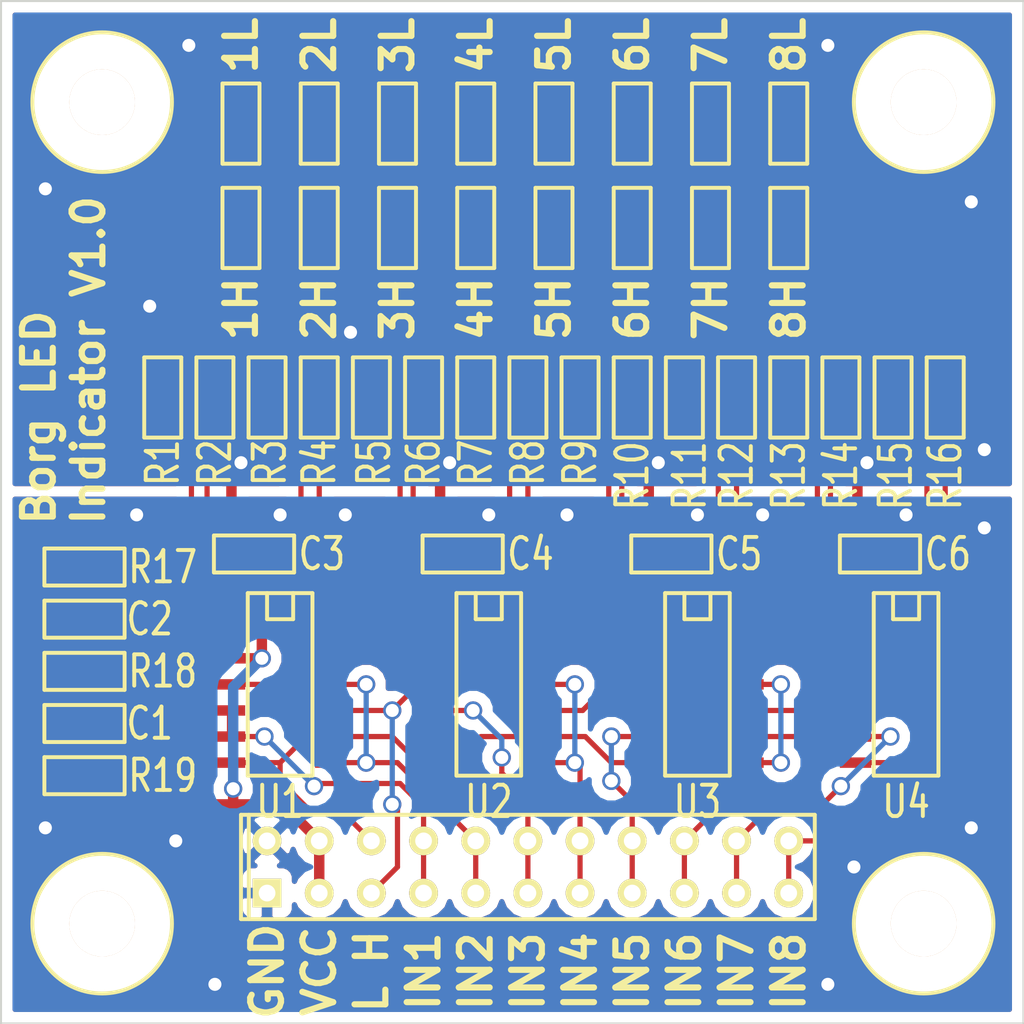
<source format=kicad_pcb>
(kicad_pcb (version 4) (host pcbnew 4.0.2+dfsg1-stable)

  (general
    (links 142)
    (no_connects 0)
    (area 100.025999 99.58345 149.910001 150.381)
    (thickness 1.6)
    (drawings 32)
    (tracks 290)
    (zones 0)
    (modules 76)
    (nets 45)
  )

  (page A3)
  (title_block
    (title "LED Indicator")
    (rev 1.0)
    (company "Borg Empire")
  )

  (layers
    (0 F.Cu signal)
    (31 B.Cu signal)
    (32 B.Adhes user)
    (33 F.Adhes user)
    (34 B.Paste user)
    (35 F.Paste user)
    (36 B.SilkS user)
    (37 F.SilkS user)
    (38 B.Mask user)
    (39 F.Mask user)
    (40 Dwgs.User user)
    (41 Cmts.User user)
    (42 Eco1.User user)
    (43 Eco2.User user)
    (44 Edge.Cuts user)
  )

  (setup
    (last_trace_width 0.254)
    (trace_clearance 0.254)
    (zone_clearance 0.508)
    (zone_45_only no)
    (trace_min 0.254)
    (segment_width 0.2)
    (edge_width 0.1)
    (via_size 0.889)
    (via_drill 0.635)
    (via_min_size 0.889)
    (via_min_drill 0.508)
    (uvia_size 0.508)
    (uvia_drill 0.127)
    (uvias_allowed no)
    (uvia_min_size 0.508)
    (uvia_min_drill 0.127)
    (pcb_text_width 0.3)
    (pcb_text_size 1.5 1.5)
    (mod_edge_width 0.15)
    (mod_text_size 1 1)
    (mod_text_width 0.15)
    (pad_size 3.19786 3.19786)
    (pad_drill 3.19786)
    (pad_to_mask_clearance 0)
    (aux_axis_origin 0 0)
    (visible_elements 7FFFFF7F)
    (pcbplotparams
      (layerselection 0x010fc_80000001)
      (usegerberextensions true)
      (excludeedgelayer true)
      (linewidth 0.150000)
      (plotframeref false)
      (viasonmask false)
      (mode 1)
      (useauxorigin false)
      (hpglpennumber 1)
      (hpglpenspeed 20)
      (hpglpendiameter 15)
      (hpglpenoverlay 2)
      (psnegative false)
      (psa4output false)
      (plotreference true)
      (plotvalue true)
      (plotinvisibletext false)
      (padsonsilk false)
      (subtractmaskfromsilk false)
      (outputformat 1)
      (mirror false)
      (drillshape 0)
      (scaleselection 1)
      (outputdirectory production))
  )

  (net 0 "")
  (net 1 /L0)
  (net 2 /L1)
  (net 3 /L2)
  (net 4 /L3)
  (net 5 /L4)
  (net 6 /L5)
  (net 7 /L6)
  (net 8 /L7)
  (net 9 /U0)
  (net 10 /U1)
  (net 11 /U2)
  (net 12 /U3)
  (net 13 /U4)
  (net 14 /U5)
  (net 15 /U6)
  (net 16 /U7)
  (net 17 GND)
  (net 18 HIGH)
  (net 19 IN0)
  (net 20 IN1)
  (net 21 IN2)
  (net 22 IN3)
  (net 23 IN4)
  (net 24 IN5)
  (net 25 IN6)
  (net 26 IN7)
  (net 27 LOW)
  (net 28 VCC)
  (net 29 "Net-(R1-Pad1)")
  (net 30 "Net-(R2-Pad1)")
  (net 31 "Net-(R3-Pad1)")
  (net 32 "Net-(R4-Pad1)")
  (net 33 "Net-(R5-Pad1)")
  (net 34 "Net-(R6-Pad1)")
  (net 35 "Net-(R7-Pad1)")
  (net 36 "Net-(R8-Pad1)")
  (net 37 "Net-(R9-Pad1)")
  (net 38 "Net-(R10-Pad1)")
  (net 39 "Net-(R11-Pad1)")
  (net 40 "Net-(R12-Pad1)")
  (net 41 "Net-(R13-Pad1)")
  (net 42 "Net-(R14-Pad1)")
  (net 43 "Net-(R15-Pad1)")
  (net 44 "Net-(R16-Pad1)")

  (net_class Default "This is the default net class."
    (clearance 0.254)
    (trace_width 0.254)
    (via_dia 0.889)
    (via_drill 0.635)
    (uvia_dia 0.508)
    (uvia_drill 0.127)
    (add_net /L0)
    (add_net /L1)
    (add_net /L2)
    (add_net /L3)
    (add_net /L4)
    (add_net /L5)
    (add_net /L6)
    (add_net /L7)
    (add_net /U0)
    (add_net /U1)
    (add_net /U2)
    (add_net /U3)
    (add_net /U4)
    (add_net /U5)
    (add_net /U6)
    (add_net /U7)
    (add_net HIGH)
    (add_net IN0)
    (add_net IN1)
    (add_net IN2)
    (add_net IN3)
    (add_net IN4)
    (add_net IN5)
    (add_net IN6)
    (add_net IN7)
    (add_net LOW)
    (add_net "Net-(R1-Pad1)")
    (add_net "Net-(R10-Pad1)")
    (add_net "Net-(R11-Pad1)")
    (add_net "Net-(R12-Pad1)")
    (add_net "Net-(R13-Pad1)")
    (add_net "Net-(R14-Pad1)")
    (add_net "Net-(R15-Pad1)")
    (add_net "Net-(R16-Pad1)")
    (add_net "Net-(R2-Pad1)")
    (add_net "Net-(R3-Pad1)")
    (add_net "Net-(R4-Pad1)")
    (add_net "Net-(R5-Pad1)")
    (add_net "Net-(R6-Pad1)")
    (add_net "Net-(R7-Pad1)")
    (add_net "Net-(R8-Pad1)")
    (add_net "Net-(R9-Pad1)")
  )

  (net_class Power ""
    (clearance 0.254)
    (trace_width 0.508)
    (via_dia 0.889)
    (via_drill 0.635)
    (uvia_dia 0.508)
    (uvia_drill 0.127)
    (add_net GND)
    (add_net VCC)
  )

  (module U_14_SO14 (layer F.Cu) (tedit 566AD513) (tstamp 566AB0B5)
    (at 144.145 133.35 270)
    (descr "Module SO14, 14 Pins")
    (tags SO14)
    (path /566749BD)
    (fp_text reference U4 (at 5.715 0 360) (layer F.SilkS)
      (effects (font (size 1.524 1.143) (thickness 0.1905)))
    )
    (fp_text value LMV339 (at 2.6035 0 270) (layer F.SilkS) hide
      (effects (font (size 1.524 1.143) (thickness 0.1905)))
    )
    (fp_line (start -4.445 -1.5748) (end 4.445 -1.5748) (layer F.SilkS) (width 0.1905))
    (fp_line (start 4.445 -1.5748) (end 4.445 1.5748) (layer F.SilkS) (width 0.1905))
    (fp_line (start 4.445 1.5748) (end -4.445 1.5748) (layer F.SilkS) (width 0.1905))
    (fp_line (start -4.445 1.5748) (end -4.445 -1.5748) (layer F.SilkS) (width 0.1905))
    (fp_line (start -4.445 -0.635) (end -3.175 -0.635) (layer F.SilkS) (width 0.1905))
    (fp_line (start -3.175 -0.635) (end -3.175 0.635) (layer F.SilkS) (width 0.1905))
    (fp_line (start -3.175 0.635) (end -4.445 0.635) (layer F.SilkS) (width 0.1905))
    (pad 1 smd rect (at -3.81 2.4638 270) (size 0.508 1.524) (layers F.Cu F.Paste F.Mask)
      (net 42 "Net-(R14-Pad1)"))
    (pad 2 smd rect (at -2.54 2.4638 270) (size 0.508 1.524) (layers F.Cu F.Paste F.Mask)
      (net 41 "Net-(R13-Pad1)"))
    (pad 3 smd rect (at -1.27 2.4638 270) (size 0.508 1.524) (layers F.Cu F.Paste F.Mask)
      (net 28 VCC))
    (pad 4 smd rect (at 0 2.4638 270) (size 0.508 1.524) (layers F.Cu F.Paste F.Mask)
      (net 27 LOW))
    (pad 5 smd rect (at 1.27 2.4638 270) (size 0.508 1.524) (layers F.Cu F.Paste F.Mask)
      (net 25 IN6))
    (pad 6 smd rect (at 2.54 2.4638 270) (size 0.508 1.524) (layers F.Cu F.Paste F.Mask)
      (net 25 IN6))
    (pad 7 smd rect (at 3.81 2.4638 270) (size 0.508 1.524) (layers F.Cu F.Paste F.Mask)
      (net 18 HIGH))
    (pad 8 smd rect (at 3.81 -2.4638 270) (size 0.508 1.524) (layers F.Cu F.Paste F.Mask)
      (net 26 IN7))
    (pad 9 smd rect (at 2.54 -2.4638 270) (size 0.508 1.524) (layers F.Cu F.Paste F.Mask)
      (net 18 HIGH))
    (pad 10 smd rect (at 1.27 -2.4638 270) (size 0.508 1.524) (layers F.Cu F.Paste F.Mask)
      (net 27 LOW))
    (pad 11 smd rect (at 0 -2.4638 270) (size 0.508 1.524) (layers F.Cu F.Paste F.Mask)
      (net 26 IN7))
    (pad 12 smd rect (at -1.27 -2.4638 270) (size 0.508 1.524) (layers F.Cu F.Paste F.Mask)
      (net 17 GND))
    (pad 13 smd rect (at -2.54 -2.4638 270) (size 0.508 1.524) (layers F.Cu F.Paste F.Mask)
      (net 43 "Net-(R15-Pad1)"))
    (pad 14 smd rect (at -3.81 -2.4638 270) (size 0.508 1.524) (layers F.Cu F.Paste F.Mask)
      (net 44 "Net-(R16-Pad1)"))
  )

  (module U_14_SO14 (layer F.Cu) (tedit 566AD50B) (tstamp 566AB0CE)
    (at 113.665 133.35 270)
    (descr "Module SO14, 14 Pins")
    (tags SO14)
    (path /566516A2)
    (fp_text reference U1 (at 5.715 0 360) (layer F.SilkS)
      (effects (font (size 1.524 1.143) (thickness 0.1905)))
    )
    (fp_text value LMV339 (at 2.6035 0 270) (layer F.SilkS) hide
      (effects (font (size 1.524 1.143) (thickness 0.1905)))
    )
    (fp_line (start -4.445 -1.5748) (end 4.445 -1.5748) (layer F.SilkS) (width 0.1905))
    (fp_line (start 4.445 -1.5748) (end 4.445 1.5748) (layer F.SilkS) (width 0.1905))
    (fp_line (start 4.445 1.5748) (end -4.445 1.5748) (layer F.SilkS) (width 0.1905))
    (fp_line (start -4.445 1.5748) (end -4.445 -1.5748) (layer F.SilkS) (width 0.1905))
    (fp_line (start -4.445 -0.635) (end -3.175 -0.635) (layer F.SilkS) (width 0.1905))
    (fp_line (start -3.175 -0.635) (end -3.175 0.635) (layer F.SilkS) (width 0.1905))
    (fp_line (start -3.175 0.635) (end -4.445 0.635) (layer F.SilkS) (width 0.1905))
    (pad 1 smd rect (at -3.81 2.4638 270) (size 0.508 1.524) (layers F.Cu F.Paste F.Mask)
      (net 30 "Net-(R2-Pad1)"))
    (pad 2 smd rect (at -2.54 2.4638 270) (size 0.508 1.524) (layers F.Cu F.Paste F.Mask)
      (net 29 "Net-(R1-Pad1)"))
    (pad 3 smd rect (at -1.27 2.4638 270) (size 0.508 1.524) (layers F.Cu F.Paste F.Mask)
      (net 28 VCC))
    (pad 4 smd rect (at 0 2.4638 270) (size 0.508 1.524) (layers F.Cu F.Paste F.Mask)
      (net 27 LOW))
    (pad 5 smd rect (at 1.27 2.4638 270) (size 0.508 1.524) (layers F.Cu F.Paste F.Mask)
      (net 19 IN0))
    (pad 6 smd rect (at 2.54 2.4638 270) (size 0.508 1.524) (layers F.Cu F.Paste F.Mask)
      (net 19 IN0))
    (pad 7 smd rect (at 3.81 2.4638 270) (size 0.508 1.524) (layers F.Cu F.Paste F.Mask)
      (net 18 HIGH))
    (pad 8 smd rect (at 3.81 -2.4638 270) (size 0.508 1.524) (layers F.Cu F.Paste F.Mask)
      (net 20 IN1))
    (pad 9 smd rect (at 2.54 -2.4638 270) (size 0.508 1.524) (layers F.Cu F.Paste F.Mask)
      (net 18 HIGH))
    (pad 10 smd rect (at 1.27 -2.4638 270) (size 0.508 1.524) (layers F.Cu F.Paste F.Mask)
      (net 27 LOW))
    (pad 11 smd rect (at 0 -2.4638 270) (size 0.508 1.524) (layers F.Cu F.Paste F.Mask)
      (net 20 IN1))
    (pad 12 smd rect (at -1.27 -2.4638 270) (size 0.508 1.524) (layers F.Cu F.Paste F.Mask)
      (net 17 GND))
    (pad 13 smd rect (at -2.54 -2.4638 270) (size 0.508 1.524) (layers F.Cu F.Paste F.Mask)
      (net 31 "Net-(R3-Pad1)"))
    (pad 14 smd rect (at -3.81 -2.4638 270) (size 0.508 1.524) (layers F.Cu F.Paste F.Mask)
      (net 32 "Net-(R4-Pad1)"))
  )

  (module R_SMT0805 (layer F.Cu) (tedit 57D81077) (tstamp 566AB0D8)
    (at 107.95 119.38 90)
    (descr "Module R_SMT0805, length 3400 pad length 1200 width 1300")
    (path /566AB7C1)
    (fp_text reference R1 (at -3.175 0 90) (layer F.SilkS)
      (effects (font (size 1.524 1.143) (thickness 0.1905)))
    )
    (fp_text value R (at 0 -2.1717 90) (layer F.SilkS) hide
      (effects (font (size 1.524 1.143) (thickness 0.1905)))
    )
    (fp_line (start -1.95326 0.9017) (end 1.95326 0.9017) (layer F.SilkS) (width 0.1905))
    (fp_line (start 1.95326 0.9017) (end 1.95326 -0.9017) (layer F.SilkS) (width 0.1905))
    (fp_line (start 1.95326 -0.9017) (end -1.95326 -0.9017) (layer F.SilkS) (width 0.1905))
    (fp_line (start -1.95326 -0.9017) (end -1.95326 0.9017) (layer F.SilkS) (width 0.1905))
    (pad 1 smd rect (at -1.09982 0 90) (size 1.19888 1.29794) (layers F.Cu F.Paste F.Mask)
      (net 29 "Net-(R1-Pad1)"))
    (pad 2 smd rect (at 1.09982 0 90) (size 1.19888 1.29794) (layers F.Cu F.Paste F.Mask)
      (net 1 /L0))
  )

  (module R_SMT0805 (layer F.Cu) (tedit 57D81073) (tstamp 566AB182)
    (at 113.03 119.38 90)
    (descr "Module R_SMT0805, length 3400 pad length 1200 width 1300")
    (path /566AB7D1)
    (fp_text reference R3 (at -3.175 0.127 90) (layer F.SilkS)
      (effects (font (size 1.524 1.143) (thickness 0.1905)))
    )
    (fp_text value R (at 0 -2.1717 90) (layer F.SilkS) hide
      (effects (font (size 1.524 1.143) (thickness 0.1905)))
    )
    (fp_line (start -1.95326 0.9017) (end 1.95326 0.9017) (layer F.SilkS) (width 0.1905))
    (fp_line (start 1.95326 0.9017) (end 1.95326 -0.9017) (layer F.SilkS) (width 0.1905))
    (fp_line (start 1.95326 -0.9017) (end -1.95326 -0.9017) (layer F.SilkS) (width 0.1905))
    (fp_line (start -1.95326 -0.9017) (end -1.95326 0.9017) (layer F.SilkS) (width 0.1905))
    (pad 1 smd rect (at -1.09982 0 90) (size 1.19888 1.29794) (layers F.Cu F.Paste F.Mask)
      (net 31 "Net-(R3-Pad1)"))
    (pad 2 smd rect (at 1.09982 0 90) (size 1.19888 1.29794) (layers F.Cu F.Paste F.Mask)
      (net 2 /L1))
  )

  (module R_SMT0805 (layer F.Cu) (tedit 57D81079) (tstamp 566AB18C)
    (at 110.49 119.38 90)
    (descr "Module R_SMT0805, length 3400 pad length 1200 width 1300")
    (path /566ABDD0)
    (fp_text reference R2 (at -3.175 0 90) (layer F.SilkS)
      (effects (font (size 1.524 1.143) (thickness 0.1905)))
    )
    (fp_text value R (at 0 -2.1717 90) (layer F.SilkS) hide
      (effects (font (size 1.524 1.143) (thickness 0.1905)))
    )
    (fp_line (start -1.95326 0.9017) (end 1.95326 0.9017) (layer F.SilkS) (width 0.1905))
    (fp_line (start 1.95326 0.9017) (end 1.95326 -0.9017) (layer F.SilkS) (width 0.1905))
    (fp_line (start 1.95326 -0.9017) (end -1.95326 -0.9017) (layer F.SilkS) (width 0.1905))
    (fp_line (start -1.95326 -0.9017) (end -1.95326 0.9017) (layer F.SilkS) (width 0.1905))
    (pad 1 smd rect (at -1.09982 0 90) (size 1.19888 1.29794) (layers F.Cu F.Paste F.Mask)
      (net 30 "Net-(R2-Pad1)"))
    (pad 2 smd rect (at 1.09982 0 90) (size 1.19888 1.29794) (layers F.Cu F.Paste F.Mask)
      (net 9 /U0))
  )

  (module C_SMT0805 (layer F.Cu) (tedit 566ADD7B) (tstamp 566AB1D7)
    (at 104.14 130.175)
    (descr "Module C_SMT0805, length 3400 pad length 1200 width 1300")
    (path /566463C5)
    (fp_text reference C2 (at 3.175 0) (layer F.SilkS)
      (effects (font (size 1.524 1.143) (thickness 0.1905)))
    )
    (fp_text value 100n (at 0 -2.1717) (layer F.SilkS) hide
      (effects (font (size 1.524 1.143) (thickness 0.1905)))
    )
    (fp_line (start -1.95326 0.9017) (end 1.95326 0.9017) (layer F.SilkS) (width 0.1905))
    (fp_line (start 1.95326 0.9017) (end 1.95326 -0.9017) (layer F.SilkS) (width 0.1905))
    (fp_line (start 1.95326 -0.9017) (end -1.95326 -0.9017) (layer F.SilkS) (width 0.1905))
    (fp_line (start -1.95326 -0.9017) (end -1.95326 0.9017) (layer F.SilkS) (width 0.1905))
    (pad 1 smd rect (at -1.09982 0) (size 1.19888 1.29794) (layers F.Cu F.Paste F.Mask)
      (net 17 GND))
    (pad 2 smd rect (at 1.09982 0) (size 1.19888 1.29794) (layers F.Cu F.Paste F.Mask)
      (net 27 LOW))
  )

  (module C_SMT0805 (layer F.Cu) (tedit 566ADD78) (tstamp 566AB1E1)
    (at 104.14 135.255)
    (descr "Module C_SMT0805, length 3400 pad length 1200 width 1300")
    (path /566463B8)
    (fp_text reference C1 (at 3.175 0) (layer F.SilkS)
      (effects (font (size 1.524 1.143) (thickness 0.1905)))
    )
    (fp_text value 100n (at 0 -2.1717) (layer F.SilkS) hide
      (effects (font (size 1.524 1.143) (thickness 0.1905)))
    )
    (fp_line (start -1.95326 0.9017) (end 1.95326 0.9017) (layer F.SilkS) (width 0.1905))
    (fp_line (start 1.95326 0.9017) (end 1.95326 -0.9017) (layer F.SilkS) (width 0.1905))
    (fp_line (start 1.95326 -0.9017) (end -1.95326 -0.9017) (layer F.SilkS) (width 0.1905))
    (fp_line (start -1.95326 -0.9017) (end -1.95326 0.9017) (layer F.SilkS) (width 0.1905))
    (pad 1 smd rect (at -1.09982 0) (size 1.19888 1.29794) (layers F.Cu F.Paste F.Mask)
      (net 17 GND))
    (pad 2 smd rect (at 1.09982 0) (size 1.19888 1.29794) (layers F.Cu F.Paste F.Mask)
      (net 18 HIGH))
  )

  (module HOLE_3_2MM_6_8 (layer F.Cu) (tedit 566AED43) (tstamp 566AB5C8)
    (at 105 145)
    (descr "Module HOLE_3_2MM_6_8, hole 3.200000MM, space 6.800000")
    (path /566AB377)
    (fp_text reference M1 (at 0 -3.81) (layer F.SilkS) hide
      (effects (font (size 1.524 1.143) (thickness 0.1905)))
    )
    (fp_text value HOLE (at 0 0) (layer F.SilkS) hide
      (effects (font (thickness 0.15)))
    )
    (fp_circle (center 0 0) (end 3.39852 0) (layer F.SilkS) (width 0.1905))
    (pad "" np_thru_hole circle (at 0 0) (size 3.19786 3.19786) (drill 3.19786) (layers *.Cu *.SilkS *.Mask)
      (clearance 1.8))
  )

  (module HOLE_3_2MM_6_8 (layer F.Cu) (tedit 566AED29) (tstamp 566AB5CE)
    (at 105 105)
    (descr "Module HOLE_3_2MM_6_8, hole 3.200000MM, space 6.800000")
    (path /566AB384)
    (fp_text reference M2 (at 0 -3.81) (layer F.SilkS) hide
      (effects (font (size 1.524 1.143) (thickness 0.1905)))
    )
    (fp_text value HOLE (at 0 0) (layer F.SilkS) hide
      (effects (font (thickness 0.15)))
    )
    (fp_circle (center 0 0) (end 3.39852 0) (layer F.SilkS) (width 0.1905))
    (pad "" np_thru_hole circle (at 0 0) (size 3.19786 3.19786) (drill 3.19786) (layers *.Cu *.SilkS *.Mask)
      (clearance 1.8))
  )

  (module HOLE_3_2MM_6_8 (layer F.Cu) (tedit 566AED35) (tstamp 566AB5D4)
    (at 145 105)
    (descr "Module HOLE_3_2MM_6_8, hole 3.200000MM, space 6.800000")
    (path /566AB38A)
    (fp_text reference M3 (at 0 -3.81) (layer F.SilkS) hide
      (effects (font (size 1.524 1.143) (thickness 0.1905)))
    )
    (fp_text value HOLE (at 0 0) (layer F.SilkS) hide
      (effects (font (thickness 0.15)))
    )
    (fp_circle (center 0 0) (end 3.39852 0) (layer F.SilkS) (width 0.1905))
    (pad "" np_thru_hole circle (at 0 0) (size 3.19786 3.19786) (drill 3.19786) (layers *.Cu *.SilkS *.Mask)
      (clearance 1.8))
  )

  (module HOLE_3_2MM_6_8 (layer F.Cu) (tedit 566AED3C) (tstamp 566AB5DA)
    (at 145 145)
    (descr "Module HOLE_3_2MM_6_8, hole 3.200000MM, space 6.800000")
    (path /566AB390)
    (fp_text reference M4 (at 0 -3.81) (layer F.SilkS) hide
      (effects (font (size 1.524 1.143) (thickness 0.1905)))
    )
    (fp_text value HOLE (at 0 0) (layer F.SilkS) hide
      (effects (font (thickness 0.15)))
    )
    (fp_circle (center 0 0) (end 3.39852 0) (layer F.SilkS) (width 0.1905))
    (pad "" np_thru_hole circle (at 0 0) (size 3.19786 3.19786) (drill 3.19786) (layers *.Cu *.SilkS *.Mask)
      (clearance 1.8))
  )

  (module R_SMT0805 (layer F.Cu) (tedit 566ADD7A) (tstamp 566AD340)
    (at 104.14 132.715 180)
    (descr "Module R_SMT0805, length 3400 pad length 1200 width 1300")
    (path /56645D49)
    (fp_text reference R18 (at -3.81 0 180) (layer F.SilkS)
      (effects (font (size 1.524 1.143) (thickness 0.1905)))
    )
    (fp_text value 220 (at 0 -2.1717 180) (layer F.SilkS) hide
      (effects (font (size 1.524 1.143) (thickness 0.1905)))
    )
    (fp_line (start -1.95326 0.9017) (end 1.95326 0.9017) (layer F.SilkS) (width 0.1905))
    (fp_line (start 1.95326 0.9017) (end 1.95326 -0.9017) (layer F.SilkS) (width 0.1905))
    (fp_line (start 1.95326 -0.9017) (end -1.95326 -0.9017) (layer F.SilkS) (width 0.1905))
    (fp_line (start -1.95326 -0.9017) (end -1.95326 0.9017) (layer F.SilkS) (width 0.1905))
    (pad 1 smd rect (at -1.09982 0 180) (size 1.19888 1.29794) (layers F.Cu F.Paste F.Mask)
      (net 18 HIGH))
    (pad 2 smd rect (at 1.09982 0 180) (size 1.19888 1.29794) (layers F.Cu F.Paste F.Mask)
      (net 27 LOW))
  )

  (module R_SMT0805 (layer F.Cu) (tedit 566ADD76) (tstamp 566AD34A)
    (at 104.14 137.795)
    (descr "Module R_SMT0805, length 3400 pad length 1200 width 1300")
    (path /56645D4F)
    (fp_text reference R19 (at 3.81 0) (layer F.SilkS)
      (effects (font (size 1.524 1.143) (thickness 0.1905)))
    )
    (fp_text value 150 (at 0 -2.1717) (layer F.SilkS) hide
      (effects (font (size 1.524 1.143) (thickness 0.1905)))
    )
    (fp_line (start -1.95326 0.9017) (end 1.95326 0.9017) (layer F.SilkS) (width 0.1905))
    (fp_line (start 1.95326 0.9017) (end 1.95326 -0.9017) (layer F.SilkS) (width 0.1905))
    (fp_line (start 1.95326 -0.9017) (end -1.95326 -0.9017) (layer F.SilkS) (width 0.1905))
    (fp_line (start -1.95326 -0.9017) (end -1.95326 0.9017) (layer F.SilkS) (width 0.1905))
    (pad 1 smd rect (at -1.09982 0) (size 1.19888 1.29794) (layers F.Cu F.Paste F.Mask)
      (net 28 VCC))
    (pad 2 smd rect (at 1.09982 0) (size 1.19888 1.29794) (layers F.Cu F.Paste F.Mask)
      (net 18 HIGH))
  )

  (module R_SMT0805 (layer F.Cu) (tedit 566ADD7D) (tstamp 566AD354)
    (at 104.14 127.635 180)
    (descr "Module R_SMT0805, length 3400 pad length 1200 width 1300")
    (path /56645D61)
    (fp_text reference R17 (at -3.81 0 180) (layer F.SilkS)
      (effects (font (size 1.524 1.143) (thickness 0.1905)))
    )
    (fp_text value 150 (at 0 -2.1717 180) (layer F.SilkS) hide
      (effects (font (size 1.524 1.143) (thickness 0.1905)))
    )
    (fp_line (start -1.95326 0.9017) (end 1.95326 0.9017) (layer F.SilkS) (width 0.1905))
    (fp_line (start 1.95326 0.9017) (end 1.95326 -0.9017) (layer F.SilkS) (width 0.1905))
    (fp_line (start 1.95326 -0.9017) (end -1.95326 -0.9017) (layer F.SilkS) (width 0.1905))
    (fp_line (start -1.95326 -0.9017) (end -1.95326 0.9017) (layer F.SilkS) (width 0.1905))
    (pad 1 smd rect (at -1.09982 0 180) (size 1.19888 1.29794) (layers F.Cu F.Paste F.Mask)
      (net 27 LOW))
    (pad 2 smd rect (at 1.09982 0 180) (size 1.19888 1.29794) (layers F.Cu F.Paste F.Mask)
      (net 17 GND))
  )

  (module R_SMT0805 (layer F.Cu) (tedit 57D8106A) (tstamp 566AD35E)
    (at 118.11 119.38 90)
    (descr "Module R_SMT0805, length 3400 pad length 1200 width 1300")
    (path /566AB7D7)
    (fp_text reference R5 (at -3.175 0.127 90) (layer F.SilkS)
      (effects (font (size 1.524 1.143) (thickness 0.1905)))
    )
    (fp_text value R (at 0 -2.1717 90) (layer F.SilkS) hide
      (effects (font (size 1.524 1.143) (thickness 0.1905)))
    )
    (fp_line (start -1.95326 0.9017) (end 1.95326 0.9017) (layer F.SilkS) (width 0.1905))
    (fp_line (start 1.95326 0.9017) (end 1.95326 -0.9017) (layer F.SilkS) (width 0.1905))
    (fp_line (start 1.95326 -0.9017) (end -1.95326 -0.9017) (layer F.SilkS) (width 0.1905))
    (fp_line (start -1.95326 -0.9017) (end -1.95326 0.9017) (layer F.SilkS) (width 0.1905))
    (pad 1 smd rect (at -1.09982 0 90) (size 1.19888 1.29794) (layers F.Cu F.Paste F.Mask)
      (net 33 "Net-(R5-Pad1)"))
    (pad 2 smd rect (at 1.09982 0 90) (size 1.19888 1.29794) (layers F.Cu F.Paste F.Mask)
      (net 3 /L2))
  )

  (module R_SMT0805 (layer F.Cu) (tedit 57D81086) (tstamp 566AD368)
    (at 123.19 119.38 90)
    (descr "Module R_SMT0805, length 3400 pad length 1200 width 1300")
    (path /566AB7DD)
    (fp_text reference R7 (at -3.175 0 90) (layer F.SilkS)
      (effects (font (size 1.524 1.143) (thickness 0.1905)))
    )
    (fp_text value R (at 0 -2.1717 90) (layer F.SilkS) hide
      (effects (font (size 1.524 1.143) (thickness 0.1905)))
    )
    (fp_line (start -1.95326 0.9017) (end 1.95326 0.9017) (layer F.SilkS) (width 0.1905))
    (fp_line (start 1.95326 0.9017) (end 1.95326 -0.9017) (layer F.SilkS) (width 0.1905))
    (fp_line (start 1.95326 -0.9017) (end -1.95326 -0.9017) (layer F.SilkS) (width 0.1905))
    (fp_line (start -1.95326 -0.9017) (end -1.95326 0.9017) (layer F.SilkS) (width 0.1905))
    (pad 1 smd rect (at -1.09982 0 90) (size 1.19888 1.29794) (layers F.Cu F.Paste F.Mask)
      (net 35 "Net-(R7-Pad1)"))
    (pad 2 smd rect (at 1.09982 0 90) (size 1.19888 1.29794) (layers F.Cu F.Paste F.Mask)
      (net 4 /L3))
  )

  (module R_SMT0805 (layer F.Cu) (tedit 566ADDAC) (tstamp 566AD372)
    (at 128.27 119.38 90)
    (descr "Module R_SMT0805, length 3400 pad length 1200 width 1300")
    (path /566AB7E3)
    (fp_text reference R9 (at -3.175 0 90) (layer F.SilkS)
      (effects (font (size 1.524 1.143) (thickness 0.1905)))
    )
    (fp_text value R (at 0 -2.1717 90) (layer F.SilkS) hide
      (effects (font (size 1.524 1.143) (thickness 0.1905)))
    )
    (fp_line (start -1.95326 0.9017) (end 1.95326 0.9017) (layer F.SilkS) (width 0.1905))
    (fp_line (start 1.95326 0.9017) (end 1.95326 -0.9017) (layer F.SilkS) (width 0.1905))
    (fp_line (start 1.95326 -0.9017) (end -1.95326 -0.9017) (layer F.SilkS) (width 0.1905))
    (fp_line (start -1.95326 -0.9017) (end -1.95326 0.9017) (layer F.SilkS) (width 0.1905))
    (pad 1 smd rect (at -1.09982 0 90) (size 1.19888 1.29794) (layers F.Cu F.Paste F.Mask)
      (net 37 "Net-(R9-Pad1)"))
    (pad 2 smd rect (at 1.09982 0 90) (size 1.19888 1.29794) (layers F.Cu F.Paste F.Mask)
      (net 5 /L4))
  )

  (module R_SMT0805 (layer F.Cu) (tedit 566AE9BD) (tstamp 566AD37C)
    (at 133.35 119.38 90)
    (descr "Module R_SMT0805, length 3400 pad length 1200 width 1300")
    (path /566AB7E9)
    (fp_text reference R11 (at -3.81 0.254 90) (layer F.SilkS)
      (effects (font (size 1.524 1.143) (thickness 0.1905)))
    )
    (fp_text value R (at 0 -2.1717 90) (layer F.SilkS) hide
      (effects (font (size 1.524 1.143) (thickness 0.1905)))
    )
    (fp_line (start -1.95326 0.9017) (end 1.95326 0.9017) (layer F.SilkS) (width 0.1905))
    (fp_line (start 1.95326 0.9017) (end 1.95326 -0.9017) (layer F.SilkS) (width 0.1905))
    (fp_line (start 1.95326 -0.9017) (end -1.95326 -0.9017) (layer F.SilkS) (width 0.1905))
    (fp_line (start -1.95326 -0.9017) (end -1.95326 0.9017) (layer F.SilkS) (width 0.1905))
    (pad 1 smd rect (at -1.09982 0 90) (size 1.19888 1.29794) (layers F.Cu F.Paste F.Mask)
      (net 39 "Net-(R11-Pad1)"))
    (pad 2 smd rect (at 1.09982 0 90) (size 1.19888 1.29794) (layers F.Cu F.Paste F.Mask)
      (net 6 /L5))
  )

  (module R_SMT0805 (layer F.Cu) (tedit 566AD4ED) (tstamp 566AD386)
    (at 138.43 119.38 90)
    (descr "Module R_SMT0805, length 3400 pad length 1200 width 1300")
    (path /566AB7EF)
    (fp_text reference R13 (at -3.81 0 90) (layer F.SilkS)
      (effects (font (size 1.524 1.143) (thickness 0.1905)))
    )
    (fp_text value R (at 0 -2.1717 90) (layer F.SilkS) hide
      (effects (font (size 1.524 1.143) (thickness 0.1905)))
    )
    (fp_line (start -1.95326 0.9017) (end 1.95326 0.9017) (layer F.SilkS) (width 0.1905))
    (fp_line (start 1.95326 0.9017) (end 1.95326 -0.9017) (layer F.SilkS) (width 0.1905))
    (fp_line (start 1.95326 -0.9017) (end -1.95326 -0.9017) (layer F.SilkS) (width 0.1905))
    (fp_line (start -1.95326 -0.9017) (end -1.95326 0.9017) (layer F.SilkS) (width 0.1905))
    (pad 1 smd rect (at -1.09982 0 90) (size 1.19888 1.29794) (layers F.Cu F.Paste F.Mask)
      (net 41 "Net-(R13-Pad1)"))
    (pad 2 smd rect (at 1.09982 0 90) (size 1.19888 1.29794) (layers F.Cu F.Paste F.Mask)
      (net 7 /L6))
  )

  (module R_SMT0805 (layer F.Cu) (tedit 57D8108C) (tstamp 566AD390)
    (at 143.51 119.38 90)
    (descr "Module R_SMT0805, length 3400 pad length 1200 width 1300")
    (path /566AB7F5)
    (fp_text reference R15 (at -3.81 0.127 90) (layer F.SilkS)
      (effects (font (size 1.524 1.143) (thickness 0.1905)))
    )
    (fp_text value R (at 0 -2.1717 90) (layer F.SilkS) hide
      (effects (font (size 1.524 1.143) (thickness 0.1905)))
    )
    (fp_line (start -1.95326 0.9017) (end 1.95326 0.9017) (layer F.SilkS) (width 0.1905))
    (fp_line (start 1.95326 0.9017) (end 1.95326 -0.9017) (layer F.SilkS) (width 0.1905))
    (fp_line (start 1.95326 -0.9017) (end -1.95326 -0.9017) (layer F.SilkS) (width 0.1905))
    (fp_line (start -1.95326 -0.9017) (end -1.95326 0.9017) (layer F.SilkS) (width 0.1905))
    (pad 1 smd rect (at -1.09982 0 90) (size 1.19888 1.29794) (layers F.Cu F.Paste F.Mask)
      (net 43 "Net-(R15-Pad1)"))
    (pad 2 smd rect (at 1.09982 0 90) (size 1.19888 1.29794) (layers F.Cu F.Paste F.Mask)
      (net 8 /L7))
  )

  (module R_SMT0805 (layer F.Cu) (tedit 57D8107F) (tstamp 566AD39A)
    (at 115.57 119.38 90)
    (descr "Module R_SMT0805, length 3400 pad length 1200 width 1300")
    (path /566ABDD6)
    (fp_text reference R4 (at -3.175 0 90) (layer F.SilkS)
      (effects (font (size 1.524 1.143) (thickness 0.1905)))
    )
    (fp_text value R (at 0 -2.1717 90) (layer F.SilkS) hide
      (effects (font (size 1.524 1.143) (thickness 0.1905)))
    )
    (fp_line (start -1.95326 0.9017) (end 1.95326 0.9017) (layer F.SilkS) (width 0.1905))
    (fp_line (start 1.95326 0.9017) (end 1.95326 -0.9017) (layer F.SilkS) (width 0.1905))
    (fp_line (start 1.95326 -0.9017) (end -1.95326 -0.9017) (layer F.SilkS) (width 0.1905))
    (fp_line (start -1.95326 -0.9017) (end -1.95326 0.9017) (layer F.SilkS) (width 0.1905))
    (pad 1 smd rect (at -1.09982 0 90) (size 1.19888 1.29794) (layers F.Cu F.Paste F.Mask)
      (net 32 "Net-(R4-Pad1)"))
    (pad 2 smd rect (at 1.09982 0 90) (size 1.19888 1.29794) (layers F.Cu F.Paste F.Mask)
      (net 10 /U1))
  )

  (module R_SMT0805 (layer F.Cu) (tedit 57D81082) (tstamp 566AD3A4)
    (at 120.65 119.38 90)
    (descr "Module R_SMT0805, length 3400 pad length 1200 width 1300")
    (path /566ABDDC)
    (fp_text reference R6 (at -3.175 0 90) (layer F.SilkS)
      (effects (font (size 1.524 1.143) (thickness 0.1905)))
    )
    (fp_text value R (at 0 -2.1717 90) (layer F.SilkS) hide
      (effects (font (size 1.524 1.143) (thickness 0.1905)))
    )
    (fp_line (start -1.95326 0.9017) (end 1.95326 0.9017) (layer F.SilkS) (width 0.1905))
    (fp_line (start 1.95326 0.9017) (end 1.95326 -0.9017) (layer F.SilkS) (width 0.1905))
    (fp_line (start 1.95326 -0.9017) (end -1.95326 -0.9017) (layer F.SilkS) (width 0.1905))
    (fp_line (start -1.95326 -0.9017) (end -1.95326 0.9017) (layer F.SilkS) (width 0.1905))
    (pad 1 smd rect (at -1.09982 0 90) (size 1.19888 1.29794) (layers F.Cu F.Paste F.Mask)
      (net 34 "Net-(R6-Pad1)"))
    (pad 2 smd rect (at 1.09982 0 90) (size 1.19888 1.29794) (layers F.Cu F.Paste F.Mask)
      (net 11 /U2))
  )

  (module R_SMT0805 (layer F.Cu) (tedit 566AD4F6) (tstamp 566AD3AE)
    (at 125.73 119.38 90)
    (descr "Module R_SMT0805, length 3400 pad length 1200 width 1300")
    (path /566ABDE2)
    (fp_text reference R8 (at -3.175 0 90) (layer F.SilkS)
      (effects (font (size 1.524 1.143) (thickness 0.1905)))
    )
    (fp_text value R (at 0 -2.1717 90) (layer F.SilkS) hide
      (effects (font (size 1.524 1.143) (thickness 0.1905)))
    )
    (fp_line (start -1.95326 0.9017) (end 1.95326 0.9017) (layer F.SilkS) (width 0.1905))
    (fp_line (start 1.95326 0.9017) (end 1.95326 -0.9017) (layer F.SilkS) (width 0.1905))
    (fp_line (start 1.95326 -0.9017) (end -1.95326 -0.9017) (layer F.SilkS) (width 0.1905))
    (fp_line (start -1.95326 -0.9017) (end -1.95326 0.9017) (layer F.SilkS) (width 0.1905))
    (pad 1 smd rect (at -1.09982 0 90) (size 1.19888 1.29794) (layers F.Cu F.Paste F.Mask)
      (net 36 "Net-(R8-Pad1)"))
    (pad 2 smd rect (at 1.09982 0 90) (size 1.19888 1.29794) (layers F.Cu F.Paste F.Mask)
      (net 12 /U3))
  )

  (module R_SMT0805 (layer F.Cu) (tedit 566AD4D4) (tstamp 566AD3B8)
    (at 130.81 119.38 90)
    (descr "Module R_SMT0805, length 3400 pad length 1200 width 1300")
    (path /566ABDE8)
    (fp_text reference R10 (at -3.81 0 90) (layer F.SilkS)
      (effects (font (size 1.524 1.143) (thickness 0.1905)))
    )
    (fp_text value R (at 0 -2.1717 90) (layer F.SilkS) hide
      (effects (font (size 1.524 1.143) (thickness 0.1905)))
    )
    (fp_line (start -1.95326 0.9017) (end 1.95326 0.9017) (layer F.SilkS) (width 0.1905))
    (fp_line (start 1.95326 0.9017) (end 1.95326 -0.9017) (layer F.SilkS) (width 0.1905))
    (fp_line (start 1.95326 -0.9017) (end -1.95326 -0.9017) (layer F.SilkS) (width 0.1905))
    (fp_line (start -1.95326 -0.9017) (end -1.95326 0.9017) (layer F.SilkS) (width 0.1905))
    (pad 1 smd rect (at -1.09982 0 90) (size 1.19888 1.29794) (layers F.Cu F.Paste F.Mask)
      (net 38 "Net-(R10-Pad1)"))
    (pad 2 smd rect (at 1.09982 0 90) (size 1.19888 1.29794) (layers F.Cu F.Paste F.Mask)
      (net 13 /U4))
  )

  (module R_SMT0805 (layer F.Cu) (tedit 566AD4D9) (tstamp 566AD3C2)
    (at 135.89 119.38 90)
    (descr "Module R_SMT0805, length 3400 pad length 1200 width 1300")
    (path /566ABDEE)
    (fp_text reference R12 (at -3.81 0 90) (layer F.SilkS)
      (effects (font (size 1.524 1.143) (thickness 0.1905)))
    )
    (fp_text value R (at 0 -2.1717 90) (layer F.SilkS) hide
      (effects (font (size 1.524 1.143) (thickness 0.1905)))
    )
    (fp_line (start -1.95326 0.9017) (end 1.95326 0.9017) (layer F.SilkS) (width 0.1905))
    (fp_line (start 1.95326 0.9017) (end 1.95326 -0.9017) (layer F.SilkS) (width 0.1905))
    (fp_line (start 1.95326 -0.9017) (end -1.95326 -0.9017) (layer F.SilkS) (width 0.1905))
    (fp_line (start -1.95326 -0.9017) (end -1.95326 0.9017) (layer F.SilkS) (width 0.1905))
    (pad 1 smd rect (at -1.09982 0 90) (size 1.19888 1.29794) (layers F.Cu F.Paste F.Mask)
      (net 40 "Net-(R12-Pad1)"))
    (pad 2 smd rect (at 1.09982 0 90) (size 1.19888 1.29794) (layers F.Cu F.Paste F.Mask)
      (net 14 /U5))
  )

  (module R_SMT0805 (layer F.Cu) (tedit 566AD4DA) (tstamp 566AD3CC)
    (at 140.97 119.38 90)
    (descr "Module R_SMT0805, length 3400 pad length 1200 width 1300")
    (path /566ABDF4)
    (fp_text reference R14 (at -3.81 0 90) (layer F.SilkS)
      (effects (font (size 1.524 1.143) (thickness 0.1905)))
    )
    (fp_text value R (at 0 -2.1717 90) (layer F.SilkS) hide
      (effects (font (size 1.524 1.143) (thickness 0.1905)))
    )
    (fp_line (start -1.95326 0.9017) (end 1.95326 0.9017) (layer F.SilkS) (width 0.1905))
    (fp_line (start 1.95326 0.9017) (end 1.95326 -0.9017) (layer F.SilkS) (width 0.1905))
    (fp_line (start 1.95326 -0.9017) (end -1.95326 -0.9017) (layer F.SilkS) (width 0.1905))
    (fp_line (start -1.95326 -0.9017) (end -1.95326 0.9017) (layer F.SilkS) (width 0.1905))
    (pad 1 smd rect (at -1.09982 0 90) (size 1.19888 1.29794) (layers F.Cu F.Paste F.Mask)
      (net 42 "Net-(R14-Pad1)"))
    (pad 2 smd rect (at 1.09982 0 90) (size 1.19888 1.29794) (layers F.Cu F.Paste F.Mask)
      (net 15 /U6))
  )

  (module R_SMT0805 (layer F.Cu) (tedit 566ADDA3) (tstamp 566AD3D6)
    (at 146.05 119.38 90)
    (descr "Module R_SMT0805, length 3400 pad length 1200 width 1300")
    (path /566ABDFA)
    (fp_text reference R16 (at -3.81 0 90) (layer F.SilkS)
      (effects (font (size 1.524 1.143) (thickness 0.1905)))
    )
    (fp_text value R (at 0 -2.1717 90) (layer F.SilkS) hide
      (effects (font (size 1.524 1.143) (thickness 0.1905)))
    )
    (fp_line (start -1.95326 0.9017) (end 1.95326 0.9017) (layer F.SilkS) (width 0.1905))
    (fp_line (start 1.95326 0.9017) (end 1.95326 -0.9017) (layer F.SilkS) (width 0.1905))
    (fp_line (start 1.95326 -0.9017) (end -1.95326 -0.9017) (layer F.SilkS) (width 0.1905))
    (fp_line (start -1.95326 -0.9017) (end -1.95326 0.9017) (layer F.SilkS) (width 0.1905))
    (pad 1 smd rect (at -1.09982 0 90) (size 1.19888 1.29794) (layers F.Cu F.Paste F.Mask)
      (net 44 "Net-(R16-Pad1)"))
    (pad 2 smd rect (at 1.09982 0 90) (size 1.19888 1.29794) (layers F.Cu F.Paste F.Mask)
      (net 16 /U7))
  )

  (module R_SMT0805 (layer F.Cu) (tedit 566AD54A) (tstamp 566AB0E2)
    (at 111.76 106.045 270)
    (descr "Module R_SMT0805, length 3400 pad length 1200 width 1300")
    (path /56674A07)
    (fp_text reference D1 (at 0 2.1717 270) (layer F.SilkS) hide
      (effects (font (size 1.524 1.143) (thickness 0.1905)))
    )
    (fp_text value LED_L (at 0 -2.1717 270) (layer F.SilkS) hide
      (effects (font (size 1.524 1.143) (thickness 0.1905)))
    )
    (fp_line (start -1.95326 0.9017) (end 1.95326 0.9017) (layer F.SilkS) (width 0.1905))
    (fp_line (start 1.95326 0.9017) (end 1.95326 -0.9017) (layer F.SilkS) (width 0.1905))
    (fp_line (start 1.95326 -0.9017) (end -1.95326 -0.9017) (layer F.SilkS) (width 0.1905))
    (fp_line (start -1.95326 -0.9017) (end -1.95326 0.9017) (layer F.SilkS) (width 0.1905))
    (pad 1 smd rect (at -1.09982 0 270) (size 1.19888 1.29794) (layers F.Cu F.Paste F.Mask)
      (net 28 VCC))
    (pad 2 smd rect (at 1.09982 0 270) (size 1.19888 1.29794) (layers F.Cu F.Paste F.Mask)
      (net 1 /L0))
  )

  (module R_SMT0805 (layer F.Cu) (tedit 566AD551) (tstamp 566AB0EC)
    (at 119.38 106.045 270)
    (descr "Module R_SMT0805, length 3400 pad length 1200 width 1300")
    (path /56674A05)
    (fp_text reference D5 (at 0 2.1717 270) (layer F.SilkS) hide
      (effects (font (size 1.524 1.143) (thickness 0.1905)))
    )
    (fp_text value LED_L (at 0 -2.1717 270) (layer F.SilkS) hide
      (effects (font (size 1.524 1.143) (thickness 0.1905)))
    )
    (fp_line (start -1.95326 0.9017) (end 1.95326 0.9017) (layer F.SilkS) (width 0.1905))
    (fp_line (start 1.95326 0.9017) (end 1.95326 -0.9017) (layer F.SilkS) (width 0.1905))
    (fp_line (start 1.95326 -0.9017) (end -1.95326 -0.9017) (layer F.SilkS) (width 0.1905))
    (fp_line (start -1.95326 -0.9017) (end -1.95326 0.9017) (layer F.SilkS) (width 0.1905))
    (pad 1 smd rect (at -1.09982 0 270) (size 1.19888 1.29794) (layers F.Cu F.Paste F.Mask)
      (net 28 VCC))
    (pad 2 smd rect (at 1.09982 0 270) (size 1.19888 1.29794) (layers F.Cu F.Paste F.Mask)
      (net 3 /L2))
  )

  (module R_SMT0805 (layer F.Cu) (tedit 566AD556) (tstamp 566AB0F6)
    (at 127 106.045 270)
    (descr "Module R_SMT0805, length 3400 pad length 1200 width 1300")
    (path /56674A03)
    (fp_text reference D9 (at 0 2.1717 270) (layer F.SilkS) hide
      (effects (font (size 1.524 1.143) (thickness 0.1905)))
    )
    (fp_text value LED_L (at 0 -2.1717 270) (layer F.SilkS) hide
      (effects (font (size 1.524 1.143) (thickness 0.1905)))
    )
    (fp_line (start -1.95326 0.9017) (end 1.95326 0.9017) (layer F.SilkS) (width 0.1905))
    (fp_line (start 1.95326 0.9017) (end 1.95326 -0.9017) (layer F.SilkS) (width 0.1905))
    (fp_line (start 1.95326 -0.9017) (end -1.95326 -0.9017) (layer F.SilkS) (width 0.1905))
    (fp_line (start -1.95326 -0.9017) (end -1.95326 0.9017) (layer F.SilkS) (width 0.1905))
    (pad 1 smd rect (at -1.09982 0 270) (size 1.19888 1.29794) (layers F.Cu F.Paste F.Mask)
      (net 28 VCC))
    (pad 2 smd rect (at 1.09982 0 270) (size 1.19888 1.29794) (layers F.Cu F.Paste F.Mask)
      (net 5 /L4))
  )

  (module R_SMT0805 (layer F.Cu) (tedit 566AD55C) (tstamp 566AB100)
    (at 134.62 106.045 270)
    (descr "Module R_SMT0805, length 3400 pad length 1200 width 1300")
    (path /56674A00)
    (fp_text reference D13 (at 0 2.1717 270) (layer F.SilkS) hide
      (effects (font (size 1.524 1.143) (thickness 0.1905)))
    )
    (fp_text value LED_L (at 0 -2.1717 270) (layer F.SilkS) hide
      (effects (font (size 1.524 1.143) (thickness 0.1905)))
    )
    (fp_line (start -1.95326 0.9017) (end 1.95326 0.9017) (layer F.SilkS) (width 0.1905))
    (fp_line (start 1.95326 0.9017) (end 1.95326 -0.9017) (layer F.SilkS) (width 0.1905))
    (fp_line (start 1.95326 -0.9017) (end -1.95326 -0.9017) (layer F.SilkS) (width 0.1905))
    (fp_line (start -1.95326 -0.9017) (end -1.95326 0.9017) (layer F.SilkS) (width 0.1905))
    (pad 1 smd rect (at -1.09982 0 270) (size 1.19888 1.29794) (layers F.Cu F.Paste F.Mask)
      (net 28 VCC))
    (pad 2 smd rect (at 1.09982 0 270) (size 1.19888 1.29794) (layers F.Cu F.Paste F.Mask)
      (net 7 /L6))
  )

  (module R_SMT0805 (layer F.Cu) (tedit 566AD539) (tstamp 566AB10A)
    (at 115.57 111.125 270)
    (descr "Module R_SMT0805, length 3400 pad length 1200 width 1300")
    (path /566ABDB2)
    (fp_text reference D4 (at 0 2.1717 270) (layer F.SilkS) hide
      (effects (font (size 1.524 1.143) (thickness 0.1905)))
    )
    (fp_text value LED_L (at 0 -2.1717 270) (layer F.SilkS) hide
      (effects (font (size 1.524 1.143) (thickness 0.1905)))
    )
    (fp_line (start -1.95326 0.9017) (end 1.95326 0.9017) (layer F.SilkS) (width 0.1905))
    (fp_line (start 1.95326 0.9017) (end 1.95326 -0.9017) (layer F.SilkS) (width 0.1905))
    (fp_line (start 1.95326 -0.9017) (end -1.95326 -0.9017) (layer F.SilkS) (width 0.1905))
    (fp_line (start -1.95326 -0.9017) (end -1.95326 0.9017) (layer F.SilkS) (width 0.1905))
    (pad 1 smd rect (at -1.09982 0 270) (size 1.19888 1.29794) (layers F.Cu F.Paste F.Mask)
      (net 28 VCC))
    (pad 2 smd rect (at 1.09982 0 270) (size 1.19888 1.29794) (layers F.Cu F.Paste F.Mask)
      (net 10 /U1))
  )

  (module R_SMT0805 (layer F.Cu) (tedit 566AD53D) (tstamp 566AB114)
    (at 123.19 111.125 270)
    (descr "Module R_SMT0805, length 3400 pad length 1200 width 1300")
    (path /566ABDAC)
    (fp_text reference D8 (at 0 2.1717 270) (layer F.SilkS) hide
      (effects (font (size 1.524 1.143) (thickness 0.1905)))
    )
    (fp_text value LED_L (at 0 -2.1717 270) (layer F.SilkS) hide
      (effects (font (size 1.524 1.143) (thickness 0.1905)))
    )
    (fp_line (start -1.95326 0.9017) (end 1.95326 0.9017) (layer F.SilkS) (width 0.1905))
    (fp_line (start 1.95326 0.9017) (end 1.95326 -0.9017) (layer F.SilkS) (width 0.1905))
    (fp_line (start 1.95326 -0.9017) (end -1.95326 -0.9017) (layer F.SilkS) (width 0.1905))
    (fp_line (start -1.95326 -0.9017) (end -1.95326 0.9017) (layer F.SilkS) (width 0.1905))
    (pad 1 smd rect (at -1.09982 0 270) (size 1.19888 1.29794) (layers F.Cu F.Paste F.Mask)
      (net 28 VCC))
    (pad 2 smd rect (at 1.09982 0 270) (size 1.19888 1.29794) (layers F.Cu F.Paste F.Mask)
      (net 12 /U3))
  )

  (module R_SMT0805 (layer F.Cu) (tedit 566AD544) (tstamp 566AB11E)
    (at 130.81 111.125 270)
    (descr "Module R_SMT0805, length 3400 pad length 1200 width 1300")
    (path /566ABDA6)
    (fp_text reference D12 (at 0 2.1717 270) (layer F.SilkS) hide
      (effects (font (size 1.524 1.143) (thickness 0.1905)))
    )
    (fp_text value LED_L (at 0 -2.1717 270) (layer F.SilkS) hide
      (effects (font (size 1.524 1.143) (thickness 0.1905)))
    )
    (fp_line (start -1.95326 0.9017) (end 1.95326 0.9017) (layer F.SilkS) (width 0.1905))
    (fp_line (start 1.95326 0.9017) (end 1.95326 -0.9017) (layer F.SilkS) (width 0.1905))
    (fp_line (start 1.95326 -0.9017) (end -1.95326 -0.9017) (layer F.SilkS) (width 0.1905))
    (fp_line (start -1.95326 -0.9017) (end -1.95326 0.9017) (layer F.SilkS) (width 0.1905))
    (pad 1 smd rect (at -1.09982 0 270) (size 1.19888 1.29794) (layers F.Cu F.Paste F.Mask)
      (net 28 VCC))
    (pad 2 smd rect (at 1.09982 0 270) (size 1.19888 1.29794) (layers F.Cu F.Paste F.Mask)
      (net 14 /U5))
  )

  (module R_SMT0805 (layer F.Cu) (tedit 566AD562) (tstamp 566AB128)
    (at 138.43 111.125 270)
    (descr "Module R_SMT0805, length 3400 pad length 1200 width 1300")
    (path /566ABDA0)
    (fp_text reference D16 (at 0 2.1717 270) (layer F.SilkS) hide
      (effects (font (size 1.524 1.143) (thickness 0.1905)))
    )
    (fp_text value LED_L (at 0 -2.1717 270) (layer F.SilkS) hide
      (effects (font (size 1.524 1.143) (thickness 0.1905)))
    )
    (fp_line (start -1.95326 0.9017) (end 1.95326 0.9017) (layer F.SilkS) (width 0.1905))
    (fp_line (start 1.95326 0.9017) (end 1.95326 -0.9017) (layer F.SilkS) (width 0.1905))
    (fp_line (start 1.95326 -0.9017) (end -1.95326 -0.9017) (layer F.SilkS) (width 0.1905))
    (fp_line (start -1.95326 -0.9017) (end -1.95326 0.9017) (layer F.SilkS) (width 0.1905))
    (pad 1 smd rect (at -1.09982 0 270) (size 1.19888 1.29794) (layers F.Cu F.Paste F.Mask)
      (net 28 VCC))
    (pad 2 smd rect (at 1.09982 0 270) (size 1.19888 1.29794) (layers F.Cu F.Paste F.Mask)
      (net 16 /U7))
  )

  (module R_SMT0805 (layer F.Cu) (tedit 566AD536) (tstamp 566AB132)
    (at 111.76 111.125 270)
    (descr "Module R_SMT0805, length 3400 pad length 1200 width 1300")
    (path /566ABDCA)
    (fp_text reference D2 (at 0 2.1717 270) (layer F.SilkS) hide
      (effects (font (size 1.524 1.143) (thickness 0.1905)))
    )
    (fp_text value LED_L (at 0 -2.1717 270) (layer F.SilkS) hide
      (effects (font (size 1.524 1.143) (thickness 0.1905)))
    )
    (fp_line (start -1.95326 0.9017) (end 1.95326 0.9017) (layer F.SilkS) (width 0.1905))
    (fp_line (start 1.95326 0.9017) (end 1.95326 -0.9017) (layer F.SilkS) (width 0.1905))
    (fp_line (start 1.95326 -0.9017) (end -1.95326 -0.9017) (layer F.SilkS) (width 0.1905))
    (fp_line (start -1.95326 -0.9017) (end -1.95326 0.9017) (layer F.SilkS) (width 0.1905))
    (pad 1 smd rect (at -1.09982 0 270) (size 1.19888 1.29794) (layers F.Cu F.Paste F.Mask)
      (net 28 VCC))
    (pad 2 smd rect (at 1.09982 0 270) (size 1.19888 1.29794) (layers F.Cu F.Paste F.Mask)
      (net 9 /U0))
  )

  (module R_SMT0805 (layer F.Cu) (tedit 566AD53B) (tstamp 566AB13C)
    (at 119.38 111.125 270)
    (descr "Module R_SMT0805, length 3400 pad length 1200 width 1300")
    (path /566ABDC4)
    (fp_text reference D6 (at 0 2.1717 270) (layer F.SilkS) hide
      (effects (font (size 1.524 1.143) (thickness 0.1905)))
    )
    (fp_text value LED_L (at 0 -2.1717 270) (layer F.SilkS) hide
      (effects (font (size 1.524 1.143) (thickness 0.1905)))
    )
    (fp_line (start -1.95326 0.9017) (end 1.95326 0.9017) (layer F.SilkS) (width 0.1905))
    (fp_line (start 1.95326 0.9017) (end 1.95326 -0.9017) (layer F.SilkS) (width 0.1905))
    (fp_line (start 1.95326 -0.9017) (end -1.95326 -0.9017) (layer F.SilkS) (width 0.1905))
    (fp_line (start -1.95326 -0.9017) (end -1.95326 0.9017) (layer F.SilkS) (width 0.1905))
    (pad 1 smd rect (at -1.09982 0 270) (size 1.19888 1.29794) (layers F.Cu F.Paste F.Mask)
      (net 28 VCC))
    (pad 2 smd rect (at 1.09982 0 270) (size 1.19888 1.29794) (layers F.Cu F.Paste F.Mask)
      (net 11 /U2))
  )

  (module R_SMT0805 (layer F.Cu) (tedit 566AD540) (tstamp 566AB146)
    (at 127 111.125 270)
    (descr "Module R_SMT0805, length 3400 pad length 1200 width 1300")
    (path /566ABDBE)
    (fp_text reference D10 (at 0 2.1717 270) (layer F.SilkS) hide
      (effects (font (size 1.524 1.143) (thickness 0.1905)))
    )
    (fp_text value LED_L (at 0 -2.1717 270) (layer F.SilkS) hide
      (effects (font (size 1.524 1.143) (thickness 0.1905)))
    )
    (fp_line (start -1.95326 0.9017) (end 1.95326 0.9017) (layer F.SilkS) (width 0.1905))
    (fp_line (start 1.95326 0.9017) (end 1.95326 -0.9017) (layer F.SilkS) (width 0.1905))
    (fp_line (start 1.95326 -0.9017) (end -1.95326 -0.9017) (layer F.SilkS) (width 0.1905))
    (fp_line (start -1.95326 -0.9017) (end -1.95326 0.9017) (layer F.SilkS) (width 0.1905))
    (pad 1 smd rect (at -1.09982 0 270) (size 1.19888 1.29794) (layers F.Cu F.Paste F.Mask)
      (net 28 VCC))
    (pad 2 smd rect (at 1.09982 0 270) (size 1.19888 1.29794) (layers F.Cu F.Paste F.Mask)
      (net 13 /U4))
  )

  (module R_SMT0805 (layer F.Cu) (tedit 566AD547) (tstamp 566AB150)
    (at 134.62 111.125 270)
    (descr "Module R_SMT0805, length 3400 pad length 1200 width 1300")
    (path /566ABDB8)
    (fp_text reference D14 (at 0 2.1717 270) (layer F.SilkS) hide
      (effects (font (size 1.524 1.143) (thickness 0.1905)))
    )
    (fp_text value LED_L (at 0 -2.1717 270) (layer F.SilkS) hide
      (effects (font (size 1.524 1.143) (thickness 0.1905)))
    )
    (fp_line (start -1.95326 0.9017) (end 1.95326 0.9017) (layer F.SilkS) (width 0.1905))
    (fp_line (start 1.95326 0.9017) (end 1.95326 -0.9017) (layer F.SilkS) (width 0.1905))
    (fp_line (start 1.95326 -0.9017) (end -1.95326 -0.9017) (layer F.SilkS) (width 0.1905))
    (fp_line (start -1.95326 -0.9017) (end -1.95326 0.9017) (layer F.SilkS) (width 0.1905))
    (pad 1 smd rect (at -1.09982 0 270) (size 1.19888 1.29794) (layers F.Cu F.Paste F.Mask)
      (net 28 VCC))
    (pad 2 smd rect (at 1.09982 0 270) (size 1.19888 1.29794) (layers F.Cu F.Paste F.Mask)
      (net 15 /U6))
  )

  (module R_SMT0805 (layer F.Cu) (tedit 566AD54E) (tstamp 566AB15A)
    (at 115.57 106.045 270)
    (descr "Module R_SMT0805, length 3400 pad length 1200 width 1300")
    (path /5665335C)
    (fp_text reference D3 (at 0 2.1717 270) (layer F.SilkS) hide
      (effects (font (size 1.524 1.143) (thickness 0.1905)))
    )
    (fp_text value LED_L (at 0 -2.1717 270) (layer F.SilkS) hide
      (effects (font (size 1.524 1.143) (thickness 0.1905)))
    )
    (fp_line (start -1.95326 0.9017) (end 1.95326 0.9017) (layer F.SilkS) (width 0.1905))
    (fp_line (start 1.95326 0.9017) (end 1.95326 -0.9017) (layer F.SilkS) (width 0.1905))
    (fp_line (start 1.95326 -0.9017) (end -1.95326 -0.9017) (layer F.SilkS) (width 0.1905))
    (fp_line (start -1.95326 -0.9017) (end -1.95326 0.9017) (layer F.SilkS) (width 0.1905))
    (pad 1 smd rect (at -1.09982 0 270) (size 1.19888 1.29794) (layers F.Cu F.Paste F.Mask)
      (net 28 VCC))
    (pad 2 smd rect (at 1.09982 0 270) (size 1.19888 1.29794) (layers F.Cu F.Paste F.Mask)
      (net 2 /L1))
  )

  (module R_SMT0805 (layer F.Cu) (tedit 566AD553) (tstamp 566AB164)
    (at 123.19 106.045 270)
    (descr "Module R_SMT0805, length 3400 pad length 1200 width 1300")
    (path /56653356)
    (fp_text reference D7 (at 0 2.1717 270) (layer F.SilkS) hide
      (effects (font (size 1.524 1.143) (thickness 0.1905)))
    )
    (fp_text value LED_L (at 0 -2.1717 270) (layer F.SilkS) hide
      (effects (font (size 1.524 1.143) (thickness 0.1905)))
    )
    (fp_line (start -1.95326 0.9017) (end 1.95326 0.9017) (layer F.SilkS) (width 0.1905))
    (fp_line (start 1.95326 0.9017) (end 1.95326 -0.9017) (layer F.SilkS) (width 0.1905))
    (fp_line (start 1.95326 -0.9017) (end -1.95326 -0.9017) (layer F.SilkS) (width 0.1905))
    (fp_line (start -1.95326 -0.9017) (end -1.95326 0.9017) (layer F.SilkS) (width 0.1905))
    (pad 1 smd rect (at -1.09982 0 270) (size 1.19888 1.29794) (layers F.Cu F.Paste F.Mask)
      (net 28 VCC))
    (pad 2 smd rect (at 1.09982 0 270) (size 1.19888 1.29794) (layers F.Cu F.Paste F.Mask)
      (net 4 /L3))
  )

  (module R_SMT0805 (layer F.Cu) (tedit 566AD559) (tstamp 566AB16E)
    (at 130.81 106.045 270)
    (descr "Module R_SMT0805, length 3400 pad length 1200 width 1300")
    (path /566749EB)
    (fp_text reference D11 (at 0 2.1717 270) (layer F.SilkS) hide
      (effects (font (size 1.524 1.143) (thickness 0.1905)))
    )
    (fp_text value LED_L (at 0 -2.1717 270) (layer F.SilkS) hide
      (effects (font (size 1.524 1.143) (thickness 0.1905)))
    )
    (fp_line (start -1.95326 0.9017) (end 1.95326 0.9017) (layer F.SilkS) (width 0.1905))
    (fp_line (start 1.95326 0.9017) (end 1.95326 -0.9017) (layer F.SilkS) (width 0.1905))
    (fp_line (start 1.95326 -0.9017) (end -1.95326 -0.9017) (layer F.SilkS) (width 0.1905))
    (fp_line (start -1.95326 -0.9017) (end -1.95326 0.9017) (layer F.SilkS) (width 0.1905))
    (pad 1 smd rect (at -1.09982 0 270) (size 1.19888 1.29794) (layers F.Cu F.Paste F.Mask)
      (net 28 VCC))
    (pad 2 smd rect (at 1.09982 0 270) (size 1.19888 1.29794) (layers F.Cu F.Paste F.Mask)
      (net 6 /L5))
  )

  (module R_SMT0805 (layer F.Cu) (tedit 566AD565) (tstamp 566AB178)
    (at 138.43 106.045 270)
    (descr "Module R_SMT0805, length 3400 pad length 1200 width 1300")
    (path /566749E8)
    (fp_text reference D15 (at 0 2.1717 270) (layer F.SilkS) hide
      (effects (font (size 1.524 1.143) (thickness 0.1905)))
    )
    (fp_text value LED_L (at 0 -2.1717 270) (layer F.SilkS) hide
      (effects (font (size 1.524 1.143) (thickness 0.1905)))
    )
    (fp_line (start -1.95326 0.9017) (end 1.95326 0.9017) (layer F.SilkS) (width 0.1905))
    (fp_line (start 1.95326 0.9017) (end 1.95326 -0.9017) (layer F.SilkS) (width 0.1905))
    (fp_line (start 1.95326 -0.9017) (end -1.95326 -0.9017) (layer F.SilkS) (width 0.1905))
    (fp_line (start -1.95326 -0.9017) (end -1.95326 0.9017) (layer F.SilkS) (width 0.1905))
    (pad 1 smd rect (at -1.09982 0 270) (size 1.19888 1.29794) (layers F.Cu F.Paste F.Mask)
      (net 28 VCC))
    (pad 2 smd rect (at 1.09982 0 270) (size 1.19888 1.29794) (layers F.Cu F.Paste F.Mask)
      (net 8 /L7))
  )

  (module U_14_SO14 (layer F.Cu) (tedit 566AD50E) (tstamp 566AB19E)
    (at 123.825 133.35 270)
    (descr "Module SO14, 14 Pins")
    (tags SO14)
    (path /566749C5)
    (fp_text reference U2 (at 5.715 0 360) (layer F.SilkS)
      (effects (font (size 1.524 1.143) (thickness 0.1905)))
    )
    (fp_text value LMV339 (at 2.6035 0 270) (layer F.SilkS) hide
      (effects (font (size 1.524 1.143) (thickness 0.1905)))
    )
    (fp_line (start -4.445 -1.5748) (end 4.445 -1.5748) (layer F.SilkS) (width 0.1905))
    (fp_line (start 4.445 -1.5748) (end 4.445 1.5748) (layer F.SilkS) (width 0.1905))
    (fp_line (start 4.445 1.5748) (end -4.445 1.5748) (layer F.SilkS) (width 0.1905))
    (fp_line (start -4.445 1.5748) (end -4.445 -1.5748) (layer F.SilkS) (width 0.1905))
    (fp_line (start -4.445 -0.635) (end -3.175 -0.635) (layer F.SilkS) (width 0.1905))
    (fp_line (start -3.175 -0.635) (end -3.175 0.635) (layer F.SilkS) (width 0.1905))
    (fp_line (start -3.175 0.635) (end -4.445 0.635) (layer F.SilkS) (width 0.1905))
    (pad 1 smd rect (at -3.81 2.4638 270) (size 0.508 1.524) (layers F.Cu F.Paste F.Mask)
      (net 34 "Net-(R6-Pad1)"))
    (pad 2 smd rect (at -2.54 2.4638 270) (size 0.508 1.524) (layers F.Cu F.Paste F.Mask)
      (net 33 "Net-(R5-Pad1)"))
    (pad 3 smd rect (at -1.27 2.4638 270) (size 0.508 1.524) (layers F.Cu F.Paste F.Mask)
      (net 28 VCC))
    (pad 4 smd rect (at 0 2.4638 270) (size 0.508 1.524) (layers F.Cu F.Paste F.Mask)
      (net 27 LOW))
    (pad 5 smd rect (at 1.27 2.4638 270) (size 0.508 1.524) (layers F.Cu F.Paste F.Mask)
      (net 21 IN2))
    (pad 6 smd rect (at 2.54 2.4638 270) (size 0.508 1.524) (layers F.Cu F.Paste F.Mask)
      (net 21 IN2))
    (pad 7 smd rect (at 3.81 2.4638 270) (size 0.508 1.524) (layers F.Cu F.Paste F.Mask)
      (net 18 HIGH))
    (pad 8 smd rect (at 3.81 -2.4638 270) (size 0.508 1.524) (layers F.Cu F.Paste F.Mask)
      (net 22 IN3))
    (pad 9 smd rect (at 2.54 -2.4638 270) (size 0.508 1.524) (layers F.Cu F.Paste F.Mask)
      (net 18 HIGH))
    (pad 10 smd rect (at 1.27 -2.4638 270) (size 0.508 1.524) (layers F.Cu F.Paste F.Mask)
      (net 27 LOW))
    (pad 11 smd rect (at 0 -2.4638 270) (size 0.508 1.524) (layers F.Cu F.Paste F.Mask)
      (net 22 IN3))
    (pad 12 smd rect (at -1.27 -2.4638 270) (size 0.508 1.524) (layers F.Cu F.Paste F.Mask)
      (net 17 GND))
    (pad 13 smd rect (at -2.54 -2.4638 270) (size 0.508 1.524) (layers F.Cu F.Paste F.Mask)
      (net 35 "Net-(R7-Pad1)"))
    (pad 14 smd rect (at -3.81 -2.4638 270) (size 0.508 1.524) (layers F.Cu F.Paste F.Mask)
      (net 36 "Net-(R8-Pad1)"))
  )

  (module U_14_SO14 (layer F.Cu) (tedit 566AD511) (tstamp 566AB1B0)
    (at 133.985 133.35 270)
    (descr "Module SO14, 14 Pins")
    (tags SO14)
    (path /566749C0)
    (fp_text reference U3 (at 5.715 0 360) (layer F.SilkS)
      (effects (font (size 1.524 1.143) (thickness 0.1905)))
    )
    (fp_text value LMV339 (at 2.6035 0 270) (layer F.SilkS) hide
      (effects (font (size 1.524 1.143) (thickness 0.1905)))
    )
    (fp_line (start -4.445 -1.5748) (end 4.445 -1.5748) (layer F.SilkS) (width 0.1905))
    (fp_line (start 4.445 -1.5748) (end 4.445 1.5748) (layer F.SilkS) (width 0.1905))
    (fp_line (start 4.445 1.5748) (end -4.445 1.5748) (layer F.SilkS) (width 0.1905))
    (fp_line (start -4.445 1.5748) (end -4.445 -1.5748) (layer F.SilkS) (width 0.1905))
    (fp_line (start -4.445 -0.635) (end -3.175 -0.635) (layer F.SilkS) (width 0.1905))
    (fp_line (start -3.175 -0.635) (end -3.175 0.635) (layer F.SilkS) (width 0.1905))
    (fp_line (start -3.175 0.635) (end -4.445 0.635) (layer F.SilkS) (width 0.1905))
    (pad 1 smd rect (at -3.81 2.4638 270) (size 0.508 1.524) (layers F.Cu F.Paste F.Mask)
      (net 38 "Net-(R10-Pad1)"))
    (pad 2 smd rect (at -2.54 2.4638 270) (size 0.508 1.524) (layers F.Cu F.Paste F.Mask)
      (net 37 "Net-(R9-Pad1)"))
    (pad 3 smd rect (at -1.27 2.4638 270) (size 0.508 1.524) (layers F.Cu F.Paste F.Mask)
      (net 28 VCC))
    (pad 4 smd rect (at 0 2.4638 270) (size 0.508 1.524) (layers F.Cu F.Paste F.Mask)
      (net 27 LOW))
    (pad 5 smd rect (at 1.27 2.4638 270) (size 0.508 1.524) (layers F.Cu F.Paste F.Mask)
      (net 23 IN4))
    (pad 6 smd rect (at 2.54 2.4638 270) (size 0.508 1.524) (layers F.Cu F.Paste F.Mask)
      (net 23 IN4))
    (pad 7 smd rect (at 3.81 2.4638 270) (size 0.508 1.524) (layers F.Cu F.Paste F.Mask)
      (net 18 HIGH))
    (pad 8 smd rect (at 3.81 -2.4638 270) (size 0.508 1.524) (layers F.Cu F.Paste F.Mask)
      (net 24 IN5))
    (pad 9 smd rect (at 2.54 -2.4638 270) (size 0.508 1.524) (layers F.Cu F.Paste F.Mask)
      (net 18 HIGH))
    (pad 10 smd rect (at 1.27 -2.4638 270) (size 0.508 1.524) (layers F.Cu F.Paste F.Mask)
      (net 27 LOW))
    (pad 11 smd rect (at 0 -2.4638 270) (size 0.508 1.524) (layers F.Cu F.Paste F.Mask)
      (net 24 IN5))
    (pad 12 smd rect (at -1.27 -2.4638 270) (size 0.508 1.524) (layers F.Cu F.Paste F.Mask)
      (net 17 GND))
    (pad 13 smd rect (at -2.54 -2.4638 270) (size 0.508 1.524) (layers F.Cu F.Paste F.Mask)
      (net 39 "Net-(R11-Pad1)"))
    (pad 14 smd rect (at -3.81 -2.4638 270) (size 0.508 1.524) (layers F.Cu F.Paste F.Mask)
      (net 40 "Net-(R12-Pad1)"))
  )

  (module C_SMT0805 (layer F.Cu) (tedit 57D8E28F) (tstamp 566ADD94)
    (at 142.875 127 180)
    (descr "Module C_SMT0805, length 3400 pad length 1200 width 1300")
    (path /566ADB39)
    (fp_text reference C6 (at -3.302 0 180) (layer F.SilkS)
      (effects (font (size 1.524 1.143) (thickness 0.1905)))
    )
    (fp_text value 100n (at 0 -2.1717 180) (layer F.SilkS) hide
      (effects (font (size 1.524 1.143) (thickness 0.1905)))
    )
    (fp_line (start -1.95326 0.9017) (end 1.95326 0.9017) (layer F.SilkS) (width 0.1905))
    (fp_line (start 1.95326 0.9017) (end 1.95326 -0.9017) (layer F.SilkS) (width 0.1905))
    (fp_line (start 1.95326 -0.9017) (end -1.95326 -0.9017) (layer F.SilkS) (width 0.1905))
    (fp_line (start -1.95326 -0.9017) (end -1.95326 0.9017) (layer F.SilkS) (width 0.1905))
    (pad 1 smd rect (at -1.09982 0 180) (size 1.19888 1.29794) (layers F.Cu F.Paste F.Mask)
      (net 17 GND))
    (pad 2 smd rect (at 1.09982 0 180) (size 1.19888 1.29794) (layers F.Cu F.Paste F.Mask)
      (net 28 VCC))
  )

  (module C_SMT0805 (layer F.Cu) (tedit 57D8E282) (tstamp 566ADD9E)
    (at 122.555 127 180)
    (descr "Module C_SMT0805, length 3400 pad length 1200 width 1300")
    (path /566ADE46)
    (fp_text reference C4 (at -3.302 0 180) (layer F.SilkS)
      (effects (font (size 1.524 1.143) (thickness 0.1905)))
    )
    (fp_text value 100n (at 0 -2.1717 180) (layer F.SilkS) hide
      (effects (font (size 1.524 1.143) (thickness 0.1905)))
    )
    (fp_line (start -1.95326 0.9017) (end 1.95326 0.9017) (layer F.SilkS) (width 0.1905))
    (fp_line (start 1.95326 0.9017) (end 1.95326 -0.9017) (layer F.SilkS) (width 0.1905))
    (fp_line (start 1.95326 -0.9017) (end -1.95326 -0.9017) (layer F.SilkS) (width 0.1905))
    (fp_line (start -1.95326 -0.9017) (end -1.95326 0.9017) (layer F.SilkS) (width 0.1905))
    (pad 1 smd rect (at -1.09982 0 180) (size 1.19888 1.29794) (layers F.Cu F.Paste F.Mask)
      (net 17 GND))
    (pad 2 smd rect (at 1.09982 0 180) (size 1.19888 1.29794) (layers F.Cu F.Paste F.Mask)
      (net 28 VCC))
  )

  (module C_SMT0805 (layer F.Cu) (tedit 57D8E28C) (tstamp 566ADDA8)
    (at 132.715 127 180)
    (descr "Module C_SMT0805, length 3400 pad length 1200 width 1300")
    (path /566ADE60)
    (fp_text reference C5 (at -3.302 0 180) (layer F.SilkS)
      (effects (font (size 1.524 1.143) (thickness 0.1905)))
    )
    (fp_text value 100n (at 0 -2.1717 180) (layer F.SilkS) hide
      (effects (font (size 1.524 1.143) (thickness 0.1905)))
    )
    (fp_line (start -1.95326 0.9017) (end 1.95326 0.9017) (layer F.SilkS) (width 0.1905))
    (fp_line (start 1.95326 0.9017) (end 1.95326 -0.9017) (layer F.SilkS) (width 0.1905))
    (fp_line (start 1.95326 -0.9017) (end -1.95326 -0.9017) (layer F.SilkS) (width 0.1905))
    (fp_line (start -1.95326 -0.9017) (end -1.95326 0.9017) (layer F.SilkS) (width 0.1905))
    (pad 1 smd rect (at -1.09982 0 180) (size 1.19888 1.29794) (layers F.Cu F.Paste F.Mask)
      (net 17 GND))
    (pad 2 smd rect (at 1.09982 0 180) (size 1.19888 1.29794) (layers F.Cu F.Paste F.Mask)
      (net 28 VCC))
  )

  (module C_SMT0805 (layer F.Cu) (tedit 57D8E27C) (tstamp 566ADDB2)
    (at 112.395 127 180)
    (descr "Module C_SMT0805, length 3400 pad length 1200 width 1300")
    (path /566ADE7A)
    (fp_text reference C3 (at -3.302 0 180) (layer F.SilkS)
      (effects (font (size 1.524 1.143) (thickness 0.1905)))
    )
    (fp_text value 100n (at 0 -2.1717 180) (layer F.SilkS) hide
      (effects (font (size 1.524 1.143) (thickness 0.1905)))
    )
    (fp_line (start -1.95326 0.9017) (end 1.95326 0.9017) (layer F.SilkS) (width 0.1905))
    (fp_line (start 1.95326 0.9017) (end 1.95326 -0.9017) (layer F.SilkS) (width 0.1905))
    (fp_line (start 1.95326 -0.9017) (end -1.95326 -0.9017) (layer F.SilkS) (width 0.1905))
    (fp_line (start -1.95326 -0.9017) (end -1.95326 0.9017) (layer F.SilkS) (width 0.1905))
    (pad 1 smd rect (at -1.09982 0 180) (size 1.19888 1.29794) (layers F.Cu F.Paste F.Mask)
      (net 17 GND))
    (pad 2 smd rect (at 1.09982 0 180) (size 1.19888 1.29794) (layers F.Cu F.Paste F.Mask)
      (net 28 VCC))
  )

  (module VIA25MIL (layer F.Cu) (tedit 566AE81A) (tstamp 566AE8DF)
    (at 147.955 121.92)
    (path /566AE774)
    (fp_text reference V7 (at 0.127 -1.27) (layer F.SilkS) hide
      (effects (font (size 1 1) (thickness 0.15)))
    )
    (fp_text value VIA (at 0 1.397) (layer F.SilkS) hide
      (effects (font (size 1 1) (thickness 0.15)))
    )
    (pad 0 thru_hole circle (at 0 0) (size 0.889 0.889) (drill 0.635) (layers *.Cu)
      (net 28 VCC) (zone_connect 2))
  )

  (module VIA25MIL (layer F.Cu) (tedit 566AE81A) (tstamp 566AE8E4)
    (at 140.335 147.955)
    (path /566AE7B6)
    (fp_text reference V24 (at 0.127 -1.27) (layer F.SilkS) hide
      (effects (font (size 1 1) (thickness 0.15)))
    )
    (fp_text value VIA (at 0 1.397) (layer F.SilkS) hide
      (effects (font (size 1 1) (thickness 0.15)))
    )
    (pad 0 thru_hole circle (at 0 0) (size 0.889 0.889) (drill 0.635) (layers *.Cu)
      (net 17 GND) (zone_connect 2))
  )

  (module VIA25MIL (layer F.Cu) (tedit 566AE81A) (tstamp 566AE8E9)
    (at 116.84 125.095)
    (path /566AEB82)
    (fp_text reference V12 (at 0.127 -1.27) (layer F.SilkS) hide
      (effects (font (size 1 1) (thickness 0.15)))
    )
    (fp_text value VIA (at 0 1.397) (layer F.SilkS) hide
      (effects (font (size 1 1) (thickness 0.15)))
    )
    (pad 0 thru_hole circle (at 0 0) (size 0.889 0.889) (drill 0.635) (layers *.Cu)
      (net 17 GND) (zone_connect 2))
  )

  (module VIA25MIL (layer F.Cu) (tedit 566AE81A) (tstamp 566AE8EE)
    (at 147.32 140.335)
    (path /566AE7AA)
    (fp_text reference V23 (at 0.127 -1.27) (layer F.SilkS) hide
      (effects (font (size 1 1) (thickness 0.15)))
    )
    (fp_text value VIA (at 0 1.397) (layer F.SilkS) hide
      (effects (font (size 1 1) (thickness 0.15)))
    )
    (pad 0 thru_hole circle (at 0 0) (size 0.889 0.889) (drill 0.635) (layers *.Cu)
      (net 17 GND) (zone_connect 2))
  )

  (module VIA25MIL (layer F.Cu) (tedit 566AE81A) (tstamp 566AE8F3)
    (at 142.24 122.555)
    (path /566AE7A4)
    (fp_text reference V11 (at 0.127 -1.27) (layer F.SilkS) hide
      (effects (font (size 1 1) (thickness 0.15)))
    )
    (fp_text value VIA (at 0 1.397) (layer F.SilkS) hide
      (effects (font (size 1 1) (thickness 0.15)))
    )
    (pad 0 thru_hole circle (at 0 0) (size 0.889 0.889) (drill 0.635) (layers *.Cu)
      (net 28 VCC) (zone_connect 2))
  )

  (module VIA25MIL (layer F.Cu) (tedit 566AE81A) (tstamp 566AE8F8)
    (at 144.145 125.095)
    (path /566AE79E)
    (fp_text reference V22 (at 0.127 -1.27) (layer F.SilkS) hide
      (effects (font (size 1 1) (thickness 0.15)))
    )
    (fp_text value VIA (at 0 1.397) (layer F.SilkS) hide
      (effects (font (size 1 1) (thickness 0.15)))
    )
    (pad 0 thru_hole circle (at 0 0) (size 0.889 0.889) (drill 0.635) (layers *.Cu)
      (net 17 GND) (zone_connect 2))
  )

  (module VIA25MIL (layer F.Cu) (tedit 566AE81A) (tstamp 566AE8FD)
    (at 132.08 122.555)
    (path /566AE798)
    (fp_text reference V10 (at 0.127 -1.27) (layer F.SilkS) hide
      (effects (font (size 1 1) (thickness 0.15)))
    )
    (fp_text value VIA (at 0 1.397) (layer F.SilkS) hide
      (effects (font (size 1 1) (thickness 0.15)))
    )
    (pad 0 thru_hole circle (at 0 0) (size 0.889 0.889) (drill 0.635) (layers *.Cu)
      (net 28 VCC) (zone_connect 2))
  )

  (module VIA25MIL (layer F.Cu) (tedit 566AE81A) (tstamp 566AE902)
    (at 113.665 125.095)
    (path /566AE792)
    (fp_text reference V21 (at 0.127 -1.27) (layer F.SilkS) hide
      (effects (font (size 1 1) (thickness 0.15)))
    )
    (fp_text value VIA (at 0 1.397) (layer F.SilkS) hide
      (effects (font (size 1 1) (thickness 0.15)))
    )
    (pad 0 thru_hole circle (at 0 0) (size 0.889 0.889) (drill 0.635) (layers *.Cu)
      (net 17 GND) (zone_connect 2))
  )

  (module VIA25MIL (layer F.Cu) (tedit 566AE81A) (tstamp 566AE907)
    (at 121.92 122.555)
    (path /566AE78C)
    (fp_text reference V9 (at 0.127 -1.27) (layer F.SilkS) hide
      (effects (font (size 1 1) (thickness 0.15)))
    )
    (fp_text value VIA (at 0 1.397) (layer F.SilkS) hide
      (effects (font (size 1 1) (thickness 0.15)))
    )
    (pad 0 thru_hole circle (at 0 0) (size 0.889 0.889) (drill 0.635) (layers *.Cu)
      (net 28 VCC) (zone_connect 2))
  )

  (module VIA25MIL (layer F.Cu) (tedit 566AE81A) (tstamp 566AE90C)
    (at 133.985 125.095)
    (path /566AE786)
    (fp_text reference V20 (at 0.127 -1.27) (layer F.SilkS) hide
      (effects (font (size 1 1) (thickness 0.15)))
    )
    (fp_text value VIA (at 0 1.397) (layer F.SilkS) hide
      (effects (font (size 1 1) (thickness 0.15)))
    )
    (pad 0 thru_hole circle (at 0 0) (size 0.889 0.889) (drill 0.635) (layers *.Cu)
      (net 17 GND) (zone_connect 2))
  )

  (module VIA25MIL (layer F.Cu) (tedit 566AE81A) (tstamp 566AE911)
    (at 111.76 122.555)
    (path /566AE780)
    (fp_text reference V8 (at 0.127 -1.27) (layer F.SilkS) hide
      (effects (font (size 1 1) (thickness 0.15)))
    )
    (fp_text value VIA (at 0 1.397) (layer F.SilkS) hide
      (effects (font (size 1 1) (thickness 0.15)))
    )
    (pad 0 thru_hole circle (at 0 0) (size 0.889 0.889) (drill 0.635) (layers *.Cu)
      (net 28 VCC) (zone_connect 2))
  )

  (module VIA25MIL (layer F.Cu) (tedit 566AE81A) (tstamp 566AE916)
    (at 147.955 125.73)
    (path /566AE77A)
    (fp_text reference V19 (at 0.127 -1.27) (layer F.SilkS) hide
      (effects (font (size 1 1) (thickness 0.15)))
    )
    (fp_text value VIA (at 0 1.397) (layer F.SilkS) hide
      (effects (font (size 1 1) (thickness 0.15)))
    )
    (pad 0 thru_hole circle (at 0 0) (size 0.889 0.889) (drill 0.635) (layers *.Cu)
      (net 17 GND) (zone_connect 2))
  )

  (module VIA25MIL (layer F.Cu) (tedit 566AE81A) (tstamp 566AE91B)
    (at 147.32 109.855)
    (path /566AE71B)
    (fp_text reference V1 (at 0.127 -1.27) (layer F.SilkS) hide
      (effects (font (size 1 1) (thickness 0.15)))
    )
    (fp_text value VIA (at 0 1.397) (layer F.SilkS) hide
      (effects (font (size 1 1) (thickness 0.15)))
    )
    (pad 0 thru_hole circle (at 0 0) (size 0.889 0.889) (drill 0.635) (layers *.Cu)
      (net 28 VCC) (zone_connect 2))
  )

  (module VIA25MIL (layer F.Cu) (tedit 566AE81A) (tstamp 566AE920)
    (at 102.235 140.335)
    (path /566AE76E)
    (fp_text reference V18 (at 0.127 -1.27) (layer F.SilkS) hide
      (effects (font (size 1 1) (thickness 0.15)))
    )
    (fp_text value VIA (at 0 1.397) (layer F.SilkS) hide
      (effects (font (size 1 1) (thickness 0.15)))
    )
    (pad 0 thru_hole circle (at 0 0) (size 0.889 0.889) (drill 0.635) (layers *.Cu)
      (net 17 GND) (zone_connect 2))
  )

  (module VIA25MIL (layer F.Cu) (tedit 566AE81A) (tstamp 566AE925)
    (at 102.235 109.22)
    (path /566AE768)
    (fp_text reference V6 (at 0.127 -1.27) (layer F.SilkS) hide
      (effects (font (size 1 1) (thickness 0.15)))
    )
    (fp_text value VIA (at 0 1.397) (layer F.SilkS) hide
      (effects (font (size 1 1) (thickness 0.15)))
    )
    (pad 0 thru_hole circle (at 0 0) (size 0.889 0.889) (drill 0.635) (layers *.Cu)
      (net 28 VCC) (zone_connect 2))
  )

  (module VIA25MIL (layer F.Cu) (tedit 566AE81A) (tstamp 566AE92A)
    (at 141.605 142.24)
    (path /566AE762)
    (fp_text reference V17 (at 0.127 -1.27) (layer F.SilkS) hide
      (effects (font (size 1 1) (thickness 0.15)))
    )
    (fp_text value VIA (at 0 1.397) (layer F.SilkS) hide
      (effects (font (size 1 1) (thickness 0.15)))
    )
    (pad 0 thru_hole circle (at 0 0) (size 0.889 0.889) (drill 0.635) (layers *.Cu)
      (net 17 GND) (zone_connect 2))
  )

  (module VIA25MIL (layer F.Cu) (tedit 566AE81A) (tstamp 566AE92F)
    (at 140.335 102.235)
    (path /566AE75C)
    (fp_text reference V5 (at 0.127 -1.27) (layer F.SilkS) hide
      (effects (font (size 1 1) (thickness 0.15)))
    )
    (fp_text value VIA (at 0 1.397) (layer F.SilkS) hide
      (effects (font (size 1 1) (thickness 0.15)))
    )
    (pad 0 thru_hole circle (at 0 0) (size 0.889 0.889) (drill 0.635) (layers *.Cu)
      (net 28 VCC) (zone_connect 2))
  )

  (module VIA25MIL (layer F.Cu) (tedit 566AE81A) (tstamp 566AE934)
    (at 106.68 125.095)
    (path /566AE756)
    (fp_text reference V16 (at 0.127 -1.27) (layer F.SilkS) hide
      (effects (font (size 1 1) (thickness 0.15)))
    )
    (fp_text value VIA (at 0 1.397) (layer F.SilkS) hide
      (effects (font (size 1 1) (thickness 0.15)))
    )
    (pad 0 thru_hole circle (at 0 0) (size 0.889 0.889) (drill 0.635) (layers *.Cu)
      (net 17 GND) (zone_connect 2))
  )

  (module VIA25MIL (layer F.Cu) (tedit 566AE81A) (tstamp 566AE939)
    (at 109.22 102.235)
    (path /566AE750)
    (fp_text reference V4 (at 0.127 -1.27) (layer F.SilkS) hide
      (effects (font (size 1 1) (thickness 0.15)))
    )
    (fp_text value VIA (at 0 1.397) (layer F.SilkS) hide
      (effects (font (size 1 1) (thickness 0.15)))
    )
    (pad 0 thru_hole circle (at 0 0) (size 0.889 0.889) (drill 0.635) (layers *.Cu)
      (net 28 VCC) (zone_connect 2))
  )

  (module VIA25MIL (layer F.Cu) (tedit 566AE81A) (tstamp 566AE93E)
    (at 108.585 140.97)
    (path /566AE74A)
    (fp_text reference V15 (at 0.127 -1.27) (layer F.SilkS) hide
      (effects (font (size 1 1) (thickness 0.15)))
    )
    (fp_text value VIA (at 0 1.397) (layer F.SilkS) hide
      (effects (font (size 1 1) (thickness 0.15)))
    )
    (pad 0 thru_hole circle (at 0 0) (size 0.889 0.889) (drill 0.635) (layers *.Cu)
      (net 17 GND) (zone_connect 2))
  )

  (module VIA25MIL (layer F.Cu) (tedit 566AE81A) (tstamp 566AE943)
    (at 117.094 116.205)
    (path /566AE744)
    (fp_text reference V3 (at 0.127 -1.27) (layer F.SilkS) hide
      (effects (font (size 1 1) (thickness 0.15)))
    )
    (fp_text value VIA (at 0 1.397) (layer F.SilkS) hide
      (effects (font (size 1 1) (thickness 0.15)))
    )
    (pad 0 thru_hole circle (at 0 0) (size 0.889 0.889) (drill 0.635) (layers *.Cu)
      (net 28 VCC) (zone_connect 2))
  )

  (module VIA25MIL (layer F.Cu) (tedit 566AE81A) (tstamp 566AE948)
    (at 123.825 125.095)
    (path /566AE73E)
    (fp_text reference V14 (at 0.127 -1.27) (layer F.SilkS) hide
      (effects (font (size 1 1) (thickness 0.15)))
    )
    (fp_text value VIA (at 0 1.397) (layer F.SilkS) hide
      (effects (font (size 1 1) (thickness 0.15)))
    )
    (pad 0 thru_hole circle (at 0 0) (size 0.889 0.889) (drill 0.635) (layers *.Cu)
      (net 17 GND) (zone_connect 2))
  )

  (module VIA25MIL (layer F.Cu) (tedit 566AE81A) (tstamp 566AE94D)
    (at 107.315 114.935)
    (path /566AE738)
    (fp_text reference V2 (at 0.127 -1.27) (layer F.SilkS) hide
      (effects (font (size 1 1) (thickness 0.15)))
    )
    (fp_text value VIA (at 0 1.397) (layer F.SilkS) hide
      (effects (font (size 1 1) (thickness 0.15)))
    )
    (pad 0 thru_hole circle (at 0 0) (size 0.889 0.889) (drill 0.635) (layers *.Cu)
      (net 28 VCC) (zone_connect 2))
  )

  (module VIA25MIL (layer F.Cu) (tedit 566AE81A) (tstamp 566AE952)
    (at 110.49 147.955)
    (path /566AE732)
    (fp_text reference V13 (at 0.127 -1.27) (layer F.SilkS) hide
      (effects (font (size 1 1) (thickness 0.15)))
    )
    (fp_text value VIA (at 0 1.397) (layer F.SilkS) hide
      (effects (font (size 1 1) (thickness 0.15)))
    )
    (pad 0 thru_hole circle (at 0 0) (size 0.889 0.889) (drill 0.635) (layers *.Cu)
      (net 17 GND) (zone_connect 2))
  )

  (module VIA25MIL (layer F.Cu) (tedit 566AE81A) (tstamp 566AEADC)
    (at 127.635 125.095)
    (path /566AEB69)
    (fp_text reference V25 (at 0.127 -1.27) (layer F.SilkS) hide
      (effects (font (size 1 1) (thickness 0.15)))
    )
    (fp_text value VIA (at 0 1.397) (layer F.SilkS) hide
      (effects (font (size 1 1) (thickness 0.15)))
    )
    (pad 0 thru_hole circle (at 0 0) (size 0.889 0.889) (drill 0.635) (layers *.Cu)
      (net 17 GND) (zone_connect 2))
  )

  (module VIA25MIL (layer F.Cu) (tedit 566AE81A) (tstamp 566AEAE1)
    (at 137.16 125.095)
    (path /566AEB7B)
    (fp_text reference V26 (at 0.127 -1.27) (layer F.SilkS) hide
      (effects (font (size 1 1) (thickness 0.15)))
    )
    (fp_text value VIA (at 0 1.397) (layer F.SilkS) hide
      (effects (font (size 1 1) (thickness 0.15)))
    )
    (pad 0 thru_hole circle (at 0 0) (size 0.889 0.889) (drill 0.635) (layers *.Cu)
      (net 17 GND) (zone_connect 2))
  )

  (module p_gen_conn:P_22_PIN2_100 (layer F.Cu) (tedit 57D8E0DC) (tstamp 566AB1CD)
    (at 125.73 142.24)
    (descr "Module P_22_PIN2_100, 22 pins two rows 100")
    (path /57D82792)
    (fp_text reference P1 (at -15.367 0 90) (layer F.SilkS) hide
      (effects (font (size 1.5 1.5) (thickness 0.3)))
    )
    (fp_text value Input (at 15.113 0 90) (layer F.SilkS) hide
      (effects (font (size 1.524 1.143) (thickness 0.1905)))
    )
    (fp_line (start -13.97 2.54) (end 13.97 2.54) (layer F.SilkS) (width 0.1905))
    (fp_line (start 13.97 2.54) (end 13.97 -2.54) (layer F.SilkS) (width 0.1905))
    (fp_line (start 13.97 -2.54) (end -13.97 -2.54) (layer F.SilkS) (width 0.1905))
    (fp_line (start -13.97 -2.54) (end -13.97 2.54) (layer F.SilkS) (width 0.1905))
    (fp_line (start -13.589 2.54) (end -13.589 -2.54) (layer F.SilkS) (width 0.1905))
    (pad 1 thru_hole rect (at -12.7 1.27) (size 1.397 1.397) (drill 0.8128) (layers *.Cu *.Mask F.SilkS)
      (net 17 GND))
    (pad 3 thru_hole circle (at -10.16 1.27) (size 1.397 1.397) (drill 0.8128) (layers *.Cu *.Mask F.SilkS)
      (net 28 VCC))
    (pad 5 thru_hole circle (at -7.62 1.27) (size 1.397 1.397) (drill 0.8128) (layers *.Cu *.Mask F.SilkS)
      (net 27 LOW))
    (pad 7 thru_hole circle (at -5.08 1.27) (size 1.397 1.397) (drill 0.8128) (layers *.Cu *.Mask F.SilkS)
      (net 19 IN0))
    (pad 9 thru_hole circle (at -2.54 1.27) (size 1.397 1.397) (drill 0.8128) (layers *.Cu *.Mask F.SilkS)
      (net 20 IN1))
    (pad 11 thru_hole circle (at 0 1.27) (size 1.397 1.397) (drill 0.8128) (layers *.Cu *.Mask F.SilkS)
      (net 21 IN2))
    (pad 13 thru_hole circle (at 2.54 1.27) (size 1.397 1.397) (drill 0.8128) (layers *.Cu *.Mask F.SilkS)
      (net 22 IN3))
    (pad 15 thru_hole circle (at 5.08 1.27) (size 1.397 1.397) (drill 0.8128) (layers *.Cu *.Mask F.SilkS)
      (net 23 IN4))
    (pad 17 thru_hole circle (at 7.62 1.27) (size 1.397 1.397) (drill 0.8128) (layers *.Cu *.Mask F.SilkS)
      (net 24 IN5))
    (pad 19 thru_hole circle (at 10.16 1.27) (size 1.397 1.397) (drill 0.8128) (layers *.Cu *.Mask F.SilkS)
      (net 25 IN6))
    (pad 21 thru_hole circle (at 12.7 1.27) (size 1.397 1.397) (drill 0.8128) (layers *.Cu *.Mask F.SilkS)
      (net 26 IN7))
    (pad 2 thru_hole circle (at -12.7 -1.27) (size 1.397 1.397) (drill 0.8128) (layers *.Cu *.Mask F.SilkS)
      (net 17 GND))
    (pad 4 thru_hole circle (at -10.16 -1.27) (size 1.397 1.397) (drill 0.8128) (layers *.Cu *.Mask F.SilkS)
      (net 28 VCC))
    (pad 6 thru_hole circle (at -7.62 -1.27) (size 1.397 1.397) (drill 0.8128) (layers *.Cu *.Mask F.SilkS)
      (net 18 HIGH))
    (pad 8 thru_hole circle (at -5.08 -1.27) (size 1.397 1.397) (drill 0.8128) (layers *.Cu *.Mask F.SilkS)
      (net 19 IN0))
    (pad 10 thru_hole circle (at -2.54 -1.27) (size 1.397 1.397) (drill 0.8128) (layers *.Cu *.Mask F.SilkS)
      (net 20 IN1))
    (pad 12 thru_hole circle (at 0 -1.27) (size 1.397 1.397) (drill 0.8128) (layers *.Cu *.Mask F.SilkS)
      (net 21 IN2))
    (pad 14 thru_hole circle (at 2.54 -1.27) (size 1.397 1.397) (drill 0.8128) (layers *.Cu *.Mask F.SilkS)
      (net 22 IN3))
    (pad 16 thru_hole circle (at 5.08 -1.27) (size 1.397 1.397) (drill 0.8128) (layers *.Cu *.Mask F.SilkS)
      (net 23 IN4))
    (pad 18 thru_hole circle (at 7.62 -1.27) (size 1.397 1.397) (drill 0.8128) (layers *.Cu *.Mask F.SilkS)
      (net 24 IN5))
    (pad 20 thru_hole circle (at 10.16 -1.27) (size 1.397 1.397) (drill 0.8128) (layers *.Cu *.Mask F.SilkS)
      (net 25 IN6))
    (pad 22 thru_hole circle (at 12.7 -1.27) (size 1.397 1.397) (drill 0.8128) (layers *.Cu *.Mask F.SilkS)
      (net 26 IN7))
  )

  (gr_text "L H" (at 118.11 147.32 90) (layer F.SilkS)
    (effects (font (size 1.5 1.5) (thickness 0.3)))
  )
  (gr_text "Borg LED\nIndicator V1.0" (at 103.124 125.73 90) (layer F.SilkS)
    (effects (font (size 1.5 1.5) (thickness 0.3)) (justify left))
  )
  (gr_line (start 100.076 149.86) (end 100.076 100.076) (angle 90) (layer Edge.Cuts) (width 0.1))
  (gr_line (start 149.86 149.86) (end 100.076 149.86) (angle 90) (layer Edge.Cuts) (width 0.1))
  (gr_line (start 149.86 100.076) (end 149.86 149.86) (angle 90) (layer Edge.Cuts) (width 0.1))
  (gr_line (start 100.076 100.076) (end 149.86 100.076) (angle 90) (layer Edge.Cuts) (width 0.1))
  (gr_text GND (at 113.03 147.32 90) (layer F.SilkS) (tstamp 566ADB9F)
    (effects (font (size 1.5 1.5) (thickness 0.3)))
  )
  (gr_text VCC (at 115.57 147.32 90) (layer F.SilkS) (tstamp 566ADB9E)
    (effects (font (size 1.5 1.5) (thickness 0.3)))
  )
  (gr_text IN5 (at 130.81 147.32 90) (layer F.SilkS) (tstamp 566ADB94)
    (effects (font (size 1.5 1.5) (thickness 0.3)))
  )
  (gr_text IN6 (at 133.35 147.32 90) (layer F.SilkS) (tstamp 566ADB93)
    (effects (font (size 1.5 1.5) (thickness 0.3)))
  )
  (gr_text IN8 (at 138.43 147.32 90) (layer F.SilkS) (tstamp 566ADB92)
    (effects (font (size 1.5 1.5) (thickness 0.3)))
  )
  (gr_text IN7 (at 135.89 147.32 90) (layer F.SilkS) (tstamp 566ADB91)
    (effects (font (size 1.5 1.5) (thickness 0.3)))
  )
  (gr_text IN3 (at 125.73 147.32 90) (layer F.SilkS) (tstamp 566ADB90)
    (effects (font (size 1.5 1.5) (thickness 0.3)))
  )
  (gr_text IN4 (at 128.27 147.32 90) (layer F.SilkS) (tstamp 566ADB8F)
    (effects (font (size 1.5 1.5) (thickness 0.3)))
  )
  (gr_text IN2 (at 123.19 147.32 90) (layer F.SilkS) (tstamp 566ADB8E)
    (effects (font (size 1.5 1.5) (thickness 0.3)))
  )
  (gr_text IN1 (at 120.65 147.32 90) (layer F.SilkS) (tstamp 566ADB8D)
    (effects (font (size 1.5 1.5) (thickness 0.3)))
  )
  (gr_text 1L (at 111.76 102.235 90) (layer F.SilkS) (tstamp 566ADA70)
    (effects (font (size 1.5 1.5) (thickness 0.3)))
  )
  (gr_text 2L (at 115.57 102.235 90) (layer F.SilkS) (tstamp 566ADA6F)
    (effects (font (size 1.5 1.5) (thickness 0.3)))
  )
  (gr_text 4L (at 123.19 102.235 90) (layer F.SilkS) (tstamp 566ADA6E)
    (effects (font (size 1.5 1.5) (thickness 0.3)))
  )
  (gr_text 3L (at 119.38 102.235 90) (layer F.SilkS) (tstamp 566ADA6D)
    (effects (font (size 1.5 1.5) (thickness 0.3)))
  )
  (gr_text 7L (at 134.62 102.235 90) (layer F.SilkS) (tstamp 566ADA6C)
    (effects (font (size 1.5 1.5) (thickness 0.3)))
  )
  (gr_text 8L (at 138.43 102.235 90) (layer F.SilkS) (tstamp 566ADA6B)
    (effects (font (size 1.5 1.5) (thickness 0.3)))
  )
  (gr_text 6L (at 130.81 102.235 90) (layer F.SilkS) (tstamp 566ADA6A)
    (effects (font (size 1.5 1.5) (thickness 0.3)))
  )
  (gr_text 5L (at 127 102.235 90) (layer F.SilkS) (tstamp 566ADA69)
    (effects (font (size 1.5 1.5) (thickness 0.3)))
  )
  (gr_text 5H (at 127 115.062 90) (layer F.SilkS) (tstamp 566ADA52)
    (effects (font (size 1.5 1.5) (thickness 0.3)))
  )
  (gr_text 6H (at 130.81 115.062 90) (layer F.SilkS) (tstamp 566ADA51)
    (effects (font (size 1.5 1.5) (thickness 0.3)))
  )
  (gr_text 8H (at 138.43 115.062 90) (layer F.SilkS) (tstamp 566ADA50)
    (effects (font (size 1.5 1.5) (thickness 0.3)))
  )
  (gr_text 7H (at 134.62 115.062 90) (layer F.SilkS) (tstamp 566ADA4F)
    (effects (font (size 1.5 1.5) (thickness 0.3)))
  )
  (gr_text 3H (at 119.38 115.062 90) (layer F.SilkS) (tstamp 566ADA4E)
    (effects (font (size 1.5 1.5) (thickness 0.3)))
  )
  (gr_text 4H (at 123.19 115.062 90) (layer F.SilkS) (tstamp 566ADA4D)
    (effects (font (size 1.5 1.5) (thickness 0.3)))
  )
  (gr_text 2H (at 115.57 115.062 90) (layer F.SilkS) (tstamp 566ADA4C)
    (effects (font (size 1.5 1.5) (thickness 0.3)))
  )
  (gr_text 1H (at 111.76 115.062 90) (layer F.SilkS)
    (effects (font (size 1.5 1.5) (thickness 0.3)))
  )

  (segment (start 107.95 118.28018) (end 107.95 116.586) (width 0.254) (layer F.Cu) (net 1))
  (segment (start 110.49 108.41482) (end 111.76 107.14482) (width 0.254) (layer F.Cu) (net 1) (tstamp 566AE196))
  (segment (start 110.49 114.046) (end 110.49 108.41482) (width 0.254) (layer F.Cu) (net 1) (tstamp 566AE194))
  (segment (start 107.95 116.586) (end 110.49 114.046) (width 0.254) (layer F.Cu) (net 1) (tstamp 566AE192))
  (segment (start 113.03 118.28018) (end 113.03 116.459) (width 0.254) (layer F.Cu) (net 2))
  (segment (start 114.3 108.41482) (end 115.57 107.14482) (width 0.254) (layer F.Cu) (net 2) (tstamp 566AE1A0))
  (segment (start 114.3 115.189) (end 114.3 108.41482) (width 0.254) (layer F.Cu) (net 2) (tstamp 566AE19E))
  (segment (start 113.03 116.459) (end 114.3 115.189) (width 0.254) (layer F.Cu) (net 2) (tstamp 566AE19C))
  (segment (start 118.11 118.28018) (end 118.11 108.41482) (width 0.254) (layer F.Cu) (net 3))
  (segment (start 118.11 108.41482) (end 119.38 107.14482) (width 0.254) (layer F.Cu) (net 3) (tstamp 566AE1A4))
  (segment (start 123.19 118.28018) (end 123.19 116.078) (width 0.254) (layer F.Cu) (net 4))
  (segment (start 121.92 108.41482) (end 123.19 107.14482) (width 0.254) (layer F.Cu) (net 4) (tstamp 566AE1B2))
  (segment (start 121.92 114.808) (end 121.92 108.41482) (width 0.254) (layer F.Cu) (net 4) (tstamp 566AE1B0))
  (segment (start 123.19 116.078) (end 121.92 114.808) (width 0.254) (layer F.Cu) (net 4) (tstamp 566AE1AE))
  (segment (start 128.27 118.28018) (end 128.27 116.586) (width 0.254) (layer F.Cu) (net 5))
  (segment (start 125.73 108.41482) (end 127 107.14482) (width 0.254) (layer F.Cu) (net 5) (tstamp 566AE1C0))
  (segment (start 125.73 114.046) (end 125.73 108.41482) (width 0.254) (layer F.Cu) (net 5) (tstamp 566AE1BE))
  (segment (start 128.27 116.586) (end 125.73 114.046) (width 0.254) (layer F.Cu) (net 5) (tstamp 566AE1BC))
  (segment (start 133.35 118.28018) (end 133.35 117.221) (width 0.254) (layer F.Cu) (net 6))
  (segment (start 129.54 108.41482) (end 130.81 107.14482) (width 0.254) (layer F.Cu) (net 6) (tstamp 566AE1CD))
  (segment (start 129.54 113.411) (end 129.54 108.41482) (width 0.254) (layer F.Cu) (net 6) (tstamp 566AE1CB))
  (segment (start 133.35 117.221) (end 129.54 113.411) (width 0.254) (layer F.Cu) (net 6) (tstamp 566AE1C9))
  (segment (start 138.43 118.28018) (end 133.35 113.20018) (width 0.254) (layer F.Cu) (net 7))
  (segment (start 133.35 108.41482) (end 134.62 107.14482) (width 0.254) (layer F.Cu) (net 7) (tstamp 566AE1D6))
  (segment (start 133.35 113.20018) (end 133.35 108.41482) (width 0.254) (layer F.Cu) (net 7) (tstamp 566AE1D4))
  (segment (start 137.16 113.411) (end 137.668 113.919) (width 0.254) (layer F.Cu) (net 8))
  (segment (start 137.16 113.411) (end 137.16 108.41482) (width 0.254) (layer F.Cu) (net 8) (tstamp 566AE1E1))
  (segment (start 138.43 107.14482) (end 137.16 108.41482) (width 0.254) (layer F.Cu) (net 8) (tstamp 566AE1E3))
  (segment (start 139.14882 113.919) (end 143.51 118.28018) (width 0.254) (layer F.Cu) (net 8) (tstamp 566AE1F0))
  (segment (start 137.668 113.919) (end 139.14882 113.919) (width 0.254) (layer F.Cu) (net 8) (tstamp 566AE1EF))
  (segment (start 110.49 118.28018) (end 110.49 115.824) (width 0.254) (layer F.Cu) (net 9))
  (segment (start 111.76 114.554) (end 111.76 112.22482) (width 0.254) (layer F.Cu) (net 9) (tstamp 566AE18E))
  (segment (start 110.49 115.824) (end 111.76 114.554) (width 0.254) (layer F.Cu) (net 9) (tstamp 566AE18C))
  (segment (start 115.57 118.28018) (end 115.57 112.22482) (width 0.254) (layer F.Cu) (net 10))
  (segment (start 120.65 118.28018) (end 120.65 116.332) (width 0.254) (layer F.Cu) (net 11))
  (segment (start 119.38 115.062) (end 119.38 112.22482) (width 0.254) (layer F.Cu) (net 11) (tstamp 566AE1AA))
  (segment (start 120.65 116.332) (end 119.38 115.062) (width 0.254) (layer F.Cu) (net 11) (tstamp 566AE1A8))
  (segment (start 125.73 118.28018) (end 125.73 116.713) (width 0.254) (layer F.Cu) (net 12))
  (segment (start 123.19 114.173) (end 123.19 112.22482) (width 0.254) (layer F.Cu) (net 12) (tstamp 566AE1B8))
  (segment (start 125.73 116.713) (end 123.19 114.173) (width 0.254) (layer F.Cu) (net 12) (tstamp 566AE1B6))
  (segment (start 130.81 118.28018) (end 130.81 117.475) (width 0.254) (layer F.Cu) (net 13))
  (segment (start 127 113.665) (end 127 112.22482) (width 0.254) (layer F.Cu) (net 13) (tstamp 566AE1C5))
  (segment (start 130.81 117.475) (end 127 113.665) (width 0.254) (layer F.Cu) (net 13) (tstamp 566AE1C4))
  (segment (start 135.89 118.28018) (end 130.81 113.20018) (width 0.254) (layer F.Cu) (net 14))
  (segment (start 130.81 113.20018) (end 130.81 112.22482) (width 0.254) (layer F.Cu) (net 14) (tstamp 566AE1D1))
  (segment (start 140.97 118.28018) (end 140.67536 118.28018) (width 0.254) (layer F.Cu) (net 15))
  (segment (start 140.67536 118.28018) (end 134.62 112.22482) (width 0.254) (layer F.Cu) (net 15) (tstamp 566AE1DA))
  (segment (start 146.05 118.28018) (end 144.35582 116.586) (width 0.254) (layer F.Cu) (net 16))
  (segment (start 142.79118 116.586) (end 138.43 112.22482) (width 0.254) (layer F.Cu) (net 16) (tstamp 566AE1E9))
  (segment (start 144.35582 116.586) (end 142.79118 116.586) (width 0.254) (layer F.Cu) (net 16) (tstamp 566AE1E7))
  (segment (start 113.49482 127) (end 113.919 127.42418) (width 0.508) (layer F.Cu) (net 17))
  (segment (start 123.952 127.29718) (end 123.65482 127) (width 0.508) (layer F.Cu) (net 17) (tstamp 566AE48C))
  (segment (start 134.112 127.29718) (end 133.81482 127) (width 0.508) (layer F.Cu) (net 17) (tstamp 566AE496))
  (segment (start 144.272 127.29718) (end 143.97482 127) (width 0.508) (layer F.Cu) (net 17) (tstamp 566AE4B3))
  (segment (start 111.2012 137.16) (end 110.363 137.16) (width 0.254) (layer F.Cu) (net 18))
  (segment (start 108.458 135.255) (end 105.23982 135.255) (width 0.254) (layer F.Cu) (net 18) (tstamp 57D833EA))
  (segment (start 110.363 137.16) (end 108.458 135.255) (width 0.254) (layer F.Cu) (net 18) (tstamp 57D833E9))
  (segment (start 113.665 137.16) (end 113.665 138.049) (width 0.254) (layer F.Cu) (net 18))
  (segment (start 116.586 139.446) (end 118.11 140.97) (width 0.254) (layer F.Cu) (net 18) (tstamp 57D833C3))
  (segment (start 115.062 139.446) (end 116.586 139.446) (width 0.254) (layer F.Cu) (net 18) (tstamp 57D833C1))
  (segment (start 113.665 138.049) (end 115.062 139.446) (width 0.254) (layer F.Cu) (net 18) (tstamp 57D833C0))
  (segment (start 126.2888 135.89) (end 128.524 135.89) (width 0.254) (layer F.Cu) (net 18))
  (segment (start 129.794 137.16) (end 131.5212 137.16) (width 0.254) (layer F.Cu) (net 18) (tstamp 566AE2B2))
  (segment (start 128.524 135.89) (end 129.794 137.16) (width 0.254) (layer F.Cu) (net 18) (tstamp 566AE2B1))
  (segment (start 121.3612 137.16) (end 122.174 137.16) (width 0.254) (layer F.Cu) (net 18))
  (segment (start 123.444 135.89) (end 126.2888 135.89) (width 0.254) (layer F.Cu) (net 18) (tstamp 566AE293))
  (segment (start 122.174 137.16) (end 123.444 135.89) (width 0.254) (layer F.Cu) (net 18) (tstamp 566AE292))
  (segment (start 141.6812 137.16) (end 144.272 137.16) (width 0.254) (layer F.Cu) (net 18))
  (segment (start 145.542 135.89) (end 146.6088 135.89) (width 0.254) (layer F.Cu) (net 18) (tstamp 566AE228))
  (segment (start 144.272 137.16) (end 145.542 135.89) (width 0.254) (layer F.Cu) (net 18) (tstamp 566AE226))
  (segment (start 131.5212 137.16) (end 134.112 137.16) (width 0.254) (layer F.Cu) (net 18))
  (segment (start 134.112 137.16) (end 135.382 135.89) (width 0.254) (layer F.Cu) (net 18) (tstamp 566AE21E))
  (segment (start 135.382 135.89) (end 136.4488 135.89) (width 0.254) (layer F.Cu) (net 18) (tstamp 566AE220))
  (segment (start 111.2012 137.16) (end 113.665 137.16) (width 0.254) (layer F.Cu) (net 18))
  (segment (start 114.935 135.89) (end 116.1288 135.89) (width 0.254) (layer F.Cu) (net 18) (tstamp 566AE1FE))
  (segment (start 113.665 137.16) (end 114.935 135.89) (width 0.254) (layer F.Cu) (net 18) (tstamp 566AE1FC))
  (segment (start 136.4488 135.89) (end 139.446 135.89) (width 0.254) (layer F.Cu) (net 18))
  (segment (start 139.446 135.89) (end 140.716 137.16) (width 0.254) (layer F.Cu) (net 18) (tstamp 566AE11F))
  (segment (start 140.716 137.16) (end 141.6812 137.16) (width 0.254) (layer F.Cu) (net 18) (tstamp 566AE121))
  (segment (start 116.1288 135.89) (end 119.126 135.89) (width 0.254) (layer F.Cu) (net 18))
  (segment (start 119.126 135.89) (end 120.396 137.16) (width 0.254) (layer F.Cu) (net 18) (tstamp 566AE10B))
  (segment (start 120.396 137.16) (end 121.3612 137.16) (width 0.254) (layer F.Cu) (net 18) (tstamp 566AE10D))
  (segment (start 105.23982 135.255) (end 105.23982 137.795) (width 0.254) (layer F.Cu) (net 18))
  (segment (start 105.23982 135.255) (end 105.23982 132.715) (width 0.254) (layer F.Cu) (net 18))
  (segment (start 120.65 139.319) (end 119.507 138.176) (width 0.254) (layer F.Cu) (net 19))
  (segment (start 120.65 140.97) (end 120.65 139.319) (width 0.254) (layer F.Cu) (net 19) (tstamp 57D833DD))
  (segment (start 112.903 135.89) (end 111.2012 135.89) (width 0.254) (layer F.Cu) (net 19))
  (via (at 112.903 135.89) (size 0.889) (layers F.Cu B.Cu) (net 19))
  (segment (start 112.903 135.89) (end 115.316 138.303) (width 0.254) (layer B.Cu) (net 19) (tstamp 566AE284))
  (via (at 115.316 138.303) (size 0.889) (layers F.Cu B.Cu) (net 19))
  (segment (start 115.443 138.176) (end 115.316 138.303) (width 0.254) (layer F.Cu) (net 19) (tstamp 57D833E5))
  (segment (start 119.507 138.176) (end 115.443 138.176) (width 0.254) (layer F.Cu) (net 19) (tstamp 57D833E3))
  (segment (start 120.65 140.97) (end 120.65 143.51) (width 0.254) (layer F.Cu) (net 19))
  (segment (start 111.2012 134.62) (end 111.2012 135.89) (width 0.254) (layer F.Cu) (net 19))
  (segment (start 117.856 137.16) (end 119.38 137.16) (width 0.254) (layer F.Cu) (net 20))
  (segment (start 119.38 137.16) (end 123.19 140.97) (width 0.254) (layer F.Cu) (net 20) (tstamp 57D833D8))
  (segment (start 123.19 143.51) (end 123.19 140.97) (width 0.254) (layer F.Cu) (net 20))
  (via (at 117.856 137.16) (size 0.889) (layers F.Cu B.Cu) (net 20))
  (segment (start 117.856 133.35) (end 117.856 137.16) (width 0.254) (layer B.Cu) (net 20) (tstamp 566AE279))
  (via (at 117.856 133.35) (size 0.889) (layers F.Cu B.Cu) (net 20))
  (segment (start 116.1288 133.35) (end 117.856 133.35) (width 0.254) (layer F.Cu) (net 20))
  (segment (start 117.856 137.16) (end 116.1288 137.16) (width 0.254) (layer F.Cu) (net 20) (tstamp 566AE27C))
  (segment (start 125.73 140.97) (end 125.73 138.938) (width 0.254) (layer F.Cu) (net 21))
  (segment (start 125.73 138.938) (end 124.46 137.668) (width 0.254) (layer F.Cu) (net 21) (tstamp 57D833A6))
  (segment (start 125.73 143.51) (end 125.73 140.97) (width 0.254) (layer F.Cu) (net 21))
  (segment (start 124.46 136.906) (end 124.46 137.668) (width 0.254) (layer F.Cu) (net 21) (tstamp 566AE2A6))
  (segment (start 121.3612 134.62) (end 123.063 134.62) (width 0.254) (layer F.Cu) (net 21))
  (via (at 123.063 134.62) (size 0.889) (layers F.Cu B.Cu) (net 21))
  (segment (start 123.063 134.62) (end 124.46 136.017) (width 0.254) (layer B.Cu) (net 21))
  (segment (start 124.46 136.017) (end 124.46 136.906) (width 0.254) (layer B.Cu) (net 21) (tstamp 566AE2A2))
  (via (at 124.46 136.906) (size 0.889) (layers F.Cu B.Cu) (net 21))
  (segment (start 121.3612 134.62) (end 121.3612 135.89) (width 0.254) (layer F.Cu) (net 21))
  (segment (start 128.27 140.97) (end 128.27 137.414) (width 0.254) (layer F.Cu) (net 22))
  (segment (start 128.27 137.414) (end 128.016 137.16) (width 0.254) (layer F.Cu) (net 22) (tstamp 57D833A1))
  (segment (start 128.27 143.51) (end 128.27 140.97) (width 0.254) (layer F.Cu) (net 22))
  (segment (start 126.2888 133.35) (end 128.016 133.35) (width 0.254) (layer F.Cu) (net 22))
  (via (at 128.016 137.16) (size 0.889) (layers F.Cu B.Cu) (net 22))
  (segment (start 128.016 133.35) (end 128.016 137.16) (width 0.254) (layer B.Cu) (net 22) (tstamp 566AE264))
  (via (at 128.016 133.35) (size 0.889) (layers F.Cu B.Cu) (net 22))
  (segment (start 128.016 137.16) (end 126.2888 137.16) (width 0.254) (layer F.Cu) (net 22) (tstamp 566AE267))
  (segment (start 130.81 140.97) (end 130.81 139.065) (width 0.254) (layer F.Cu) (net 23))
  (segment (start 130.81 139.065) (end 129.794 138.049) (width 0.254) (layer F.Cu) (net 23) (tstamp 57D83399))
  (segment (start 130.81 143.51) (end 130.81 140.97) (width 0.254) (layer F.Cu) (net 23))
  (via (at 129.794 138.049) (size 0.889) (layers F.Cu B.Cu) (net 23))
  (segment (start 131.5212 135.89) (end 129.794 135.89) (width 0.254) (layer F.Cu) (net 23))
  (via (at 129.794 135.89) (size 0.889) (layers F.Cu B.Cu) (net 23))
  (segment (start 129.794 135.89) (end 129.794 138.049) (width 0.254) (layer B.Cu) (net 23) (tstamp 566AE2B8))
  (segment (start 131.5212 134.62) (end 131.5212 135.89) (width 0.254) (layer F.Cu) (net 23))
  (segment (start 133.35 140.97) (end 136.4488 137.8712) (width 0.254) (layer F.Cu) (net 24))
  (segment (start 136.4488 137.8712) (end 136.4488 137.16) (width 0.254) (layer F.Cu) (net 24) (tstamp 57D83394))
  (segment (start 133.35 143.51) (end 133.35 140.97) (width 0.254) (layer F.Cu) (net 24))
  (segment (start 136.4488 137.16) (end 135.89 137.16) (width 0.254) (layer F.Cu) (net 24))
  (segment (start 136.4488 133.35) (end 138.049 133.35) (width 0.254) (layer F.Cu) (net 24))
  (via (at 138.049 133.35) (size 0.889) (layers F.Cu B.Cu) (net 24))
  (segment (start 138.049 133.35) (end 138.049 137.16) (width 0.254) (layer B.Cu) (net 24) (tstamp 566AE24F))
  (via (at 138.049 137.16) (size 0.889) (layers F.Cu B.Cu) (net 24))
  (segment (start 138.049 137.16) (end 136.4488 137.16) (width 0.254) (layer F.Cu) (net 24) (tstamp 566AE252))
  (segment (start 135.89 140.97) (end 137.414 139.446) (width 0.254) (layer F.Cu) (net 25))
  (segment (start 135.89 143.51) (end 135.89 140.97) (width 0.254) (layer F.Cu) (net 25))
  (segment (start 139.827 139.446) (end 137.414 139.446) (width 0.254) (layer F.Cu) (net 25) (tstamp 566AE247))
  (segment (start 141.6812 135.89) (end 143.383 135.89) (width 0.254) (layer F.Cu) (net 25))
  (via (at 143.383 135.89) (size 0.889) (layers F.Cu B.Cu) (net 25))
  (segment (start 143.383 135.89) (end 140.97 138.303) (width 0.254) (layer B.Cu) (net 25) (tstamp 566AE243))
  (via (at 140.97 138.303) (size 0.889) (layers F.Cu B.Cu) (net 25))
  (segment (start 140.97 138.303) (end 139.827 139.446) (width 0.254) (layer F.Cu) (net 25) (tstamp 566AE246))
  (segment (start 141.6812 134.62) (end 141.6812 135.89) (width 0.254) (layer F.Cu) (net 25))
  (segment (start 138.43 140.97) (end 138.43 143.51) (width 0.254) (layer F.Cu) (net 26))
  (segment (start 138.43 140.97) (end 141.605 140.97) (width 0.254) (layer F.Cu) (net 26))
  (segment (start 145.415 137.16) (end 146.6088 137.16) (width 0.254) (layer F.Cu) (net 26) (tstamp 566AE23A))
  (segment (start 141.605 140.97) (end 145.415 137.16) (width 0.254) (layer F.Cu) (net 26) (tstamp 566AE238))
  (segment (start 146.6088 137.16) (end 147.32 137.16) (width 0.254) (layer F.Cu) (net 26))
  (segment (start 147.32 137.16) (end 147.955 136.525) (width 0.254) (layer F.Cu) (net 26) (tstamp 566AE232))
  (segment (start 147.955 136.525) (end 147.955 133.985) (width 0.254) (layer F.Cu) (net 26) (tstamp 566AE233))
  (segment (start 147.955 133.985) (end 147.32 133.35) (width 0.254) (layer F.Cu) (net 26) (tstamp 566AE234))
  (segment (start 147.32 133.35) (end 146.6088 133.35) (width 0.254) (layer F.Cu) (net 26) (tstamp 566AE235))
  (via (at 119.126 134.62) (size 0.889) (drill 0.635) (layers F.Cu B.Cu) (net 27))
  (segment (start 118.11 143.51) (end 119.38 142.24) (width 0.254) (layer F.Cu) (net 27) (tstamp 57D833D4))
  (segment (start 119.38 139.446) (end 119.38 142.24) (width 0.254) (layer F.Cu) (net 27) (tstamp 57D833D3))
  (segment (start 119.126 139.192) (end 119.38 139.446) (width 0.254) (layer F.Cu) (net 27) (tstamp 57D833D2))
  (via (at 119.126 139.192) (size 0.889) (drill 0.635) (layers F.Cu B.Cu) (net 27))
  (segment (start 119.126 139.192) (end 119.126 134.62) (width 0.254) (layer B.Cu) (net 27) (tstamp 57D833CF))
  (segment (start 126.2888 134.62) (end 128.397 134.62) (width 0.254) (layer F.Cu) (net 27))
  (segment (start 129.667 133.35) (end 131.5212 133.35) (width 0.254) (layer F.Cu) (net 27) (tstamp 566AE2AD))
  (segment (start 128.397 134.62) (end 129.667 133.35) (width 0.254) (layer F.Cu) (net 27) (tstamp 566AE2AC))
  (segment (start 141.6812 133.35) (end 144.272 133.35) (width 0.254) (layer F.Cu) (net 27))
  (segment (start 145.542 134.62) (end 146.6088 134.62) (width 0.254) (layer F.Cu) (net 27) (tstamp 566AE22E))
  (segment (start 144.272 133.35) (end 145.542 134.62) (width 0.254) (layer F.Cu) (net 27) (tstamp 566AE22C))
  (segment (start 131.5212 133.35) (end 134.112 133.35) (width 0.254) (layer F.Cu) (net 27))
  (segment (start 134.112 133.35) (end 135.382 134.62) (width 0.254) (layer F.Cu) (net 27) (tstamp 566AE218))
  (segment (start 135.382 134.62) (end 136.4488 134.62) (width 0.254) (layer F.Cu) (net 27) (tstamp 566AE21A))
  (segment (start 121.3612 133.35) (end 123.952 133.35) (width 0.254) (layer F.Cu) (net 27))
  (segment (start 125.222 134.62) (end 126.2888 134.62) (width 0.254) (layer F.Cu) (net 27) (tstamp 566AE212))
  (segment (start 123.952 133.35) (end 125.222 134.62) (width 0.254) (layer F.Cu) (net 27) (tstamp 566AE210))
  (segment (start 111.2012 133.35) (end 113.665 133.35) (width 0.254) (layer F.Cu) (net 27))
  (segment (start 114.935 134.62) (end 116.1288 134.62) (width 0.254) (layer F.Cu) (net 27) (tstamp 566AE204))
  (segment (start 113.665 133.35) (end 114.935 134.62) (width 0.254) (layer F.Cu) (net 27) (tstamp 566AE202))
  (segment (start 136.4488 134.62) (end 139.446 134.62) (width 0.254) (layer F.Cu) (net 27))
  (segment (start 139.446 134.62) (end 140.716 133.35) (width 0.254) (layer F.Cu) (net 27) (tstamp 566AE11A))
  (segment (start 140.716 133.35) (end 141.6812 133.35) (width 0.254) (layer F.Cu) (net 27) (tstamp 566AE11C))
  (segment (start 116.1288 134.62) (end 119.126 134.62) (width 0.254) (layer F.Cu) (net 27))
  (segment (start 119.126 134.62) (end 120.396 133.35) (width 0.254) (layer F.Cu) (net 27) (tstamp 566AE106))
  (segment (start 120.396 133.35) (end 121.3612 133.35) (width 0.254) (layer F.Cu) (net 27) (tstamp 566AE108))
  (segment (start 111.2012 133.35) (end 108.41482 133.35) (width 0.254) (layer F.Cu) (net 27))
  (segment (start 108.41482 133.35) (end 105.23982 130.175) (width 0.254) (layer F.Cu) (net 27) (tstamp 566AE0FC))
  (segment (start 105.23982 130.175) (end 105.23982 130.51536) (width 0.254) (layer F.Cu) (net 27))
  (segment (start 105.23982 130.51536) (end 103.04018 132.715) (width 0.254) (layer F.Cu) (net 27) (tstamp 566ADD42))
  (segment (start 105.23982 127.635) (end 105.23982 130.175) (width 0.254) (layer F.Cu) (net 27))
  (segment (start 112.776 132.08) (end 112.776 129.032) (width 0.508) (layer F.Cu) (net 28))
  (segment (start 112.776 129.032) (end 111.29518 127.55118) (width 0.508) (layer F.Cu) (net 28) (tstamp 57D8336A))
  (segment (start 111.2012 132.08) (end 112.776 132.08) (width 0.508) (layer F.Cu) (net 28))
  (segment (start 111.379 138.43) (end 111.379 139.192) (width 0.508) (layer F.Cu) (net 28) (tstamp 57D833F6))
  (via (at 111.379 138.43) (size 0.889) (drill 0.635) (layers F.Cu B.Cu) (net 28))
  (segment (start 111.379 133.477) (end 111.379 138.43) (width 0.508) (layer B.Cu) (net 28) (tstamp 57D833F4))
  (segment (start 112.776 132.08) (end 111.379 133.477) (width 0.508) (layer B.Cu) (net 28) (tstamp 57D833F3))
  (via (at 112.776 132.08) (size 0.889) (drill 0.635) (layers F.Cu B.Cu) (net 28))
  (segment (start 111.379 139.192) (end 111.379 139.065) (width 0.508) (layer F.Cu) (net 28) (tstamp 57D833F7))
  (segment (start 111.379 139.065) (end 111.379 139.192) (width 0.508) (layer F.Cu) (net 28) (tstamp 57D833F9))
  (segment (start 115.57 140.97) (end 115.57 143.51) (width 0.508) (layer F.Cu) (net 28))
  (segment (start 115.57 140.97) (end 113.792 139.192) (width 0.508) (layer F.Cu) (net 28))
  (segment (start 113.792 139.192) (end 111.379 139.192) (width 0.508) (layer F.Cu) (net 28) (tstamp 566AE4EC))
  (segment (start 111.379 139.192) (end 104.43718 139.192) (width 0.508) (layer F.Cu) (net 28) (tstamp 57D833FA))
  (segment (start 104.43718 139.192) (end 103.04018 137.795) (width 0.508) (layer F.Cu) (net 28) (tstamp 566AE4F2))
  (segment (start 121.3612 132.08) (end 122.682 132.08) (width 0.508) (layer F.Cu) (net 28))
  (segment (start 122.936 129.032) (end 121.45518 127.55118) (width 0.508) (layer F.Cu) (net 28) (tstamp 57D83370))
  (segment (start 122.936 131.826) (end 122.936 129.032) (width 0.508) (layer F.Cu) (net 28) (tstamp 57D8336F))
  (segment (start 122.682 132.08) (end 122.936 131.826) (width 0.508) (layer F.Cu) (net 28) (tstamp 57D8336E))
  (segment (start 121.45518 127.55118) (end 121.45518 127) (width 0.508) (layer F.Cu) (net 28) (tstamp 57D83371))
  (segment (start 111.29518 127.55118) (end 111.29518 127) (width 0.508) (layer F.Cu) (net 28) (tstamp 57D8336B))
  (segment (start 121.45518 127) (end 121.45518 123.01982) (width 0.508) (layer F.Cu) (net 28))
  (segment (start 121.45518 123.01982) (end 121.92 122.555) (width 0.508) (layer F.Cu) (net 28) (tstamp 57D83365))
  (segment (start 111.29518 127) (end 111.29518 123.01982) (width 0.508) (layer F.Cu) (net 28))
  (segment (start 111.29518 123.01982) (end 111.76 122.555) (width 0.508) (layer F.Cu) (net 28) (tstamp 57D83362))
  (segment (start 131.5212 132.08) (end 132.588 132.08) (width 0.508) (layer F.Cu) (net 28))
  (segment (start 133.096 129.032) (end 131.61518 127.55118) (width 0.508) (layer F.Cu) (net 28) (tstamp 57D83357))
  (segment (start 133.096 131.572) (end 133.096 129.032) (width 0.508) (layer F.Cu) (net 28) (tstamp 57D83356))
  (segment (start 132.588 132.08) (end 133.096 131.572) (width 0.508) (layer F.Cu) (net 28) (tstamp 57D83355))
  (segment (start 131.61518 127.55118) (end 131.61518 127) (width 0.508) (layer F.Cu) (net 28) (tstamp 57D83358))
  (segment (start 141.6812 132.08) (end 142.748 132.08) (width 0.508) (layer F.Cu) (net 28))
  (segment (start 143.256 129.032) (end 141.77518 127.55118) (width 0.508) (layer F.Cu) (net 28) (tstamp 57D83350))
  (segment (start 143.256 131.572) (end 143.256 129.032) (width 0.508) (layer F.Cu) (net 28) (tstamp 57D8334F))
  (segment (start 142.748 132.08) (end 143.256 131.572) (width 0.508) (layer F.Cu) (net 28) (tstamp 57D8334E))
  (segment (start 141.77518 127.55118) (end 141.77518 127) (width 0.508) (layer F.Cu) (net 28) (tstamp 57D83351))
  (segment (start 141.77518 127) (end 141.77518 123.01982) (width 0.508) (layer F.Cu) (net 28))
  (segment (start 141.77518 123.01982) (end 142.24 122.555) (width 0.508) (layer F.Cu) (net 28) (tstamp 57D8334B))
  (segment (start 131.61518 127) (end 131.61518 123.01982) (width 0.508) (layer F.Cu) (net 28))
  (segment (start 131.61518 123.01982) (end 132.08 122.555) (width 0.508) (layer F.Cu) (net 28) (tstamp 57D83344))
  (segment (start 131.61518 127.29718) (end 131.61518 127) (width 0.508) (layer F.Cu) (net 28) (tstamp 57D83341))
  (segment (start 111.2012 130.81) (end 110.236 130.81) (width 0.254) (layer F.Cu) (net 29))
  (segment (start 107.95 121.793) (end 107.95 120.47982) (width 0.254) (layer F.Cu) (net 29) (tstamp 566AE12D))
  (segment (start 109.347 123.19) (end 107.95 121.793) (width 0.254) (layer F.Cu) (net 29) (tstamp 566AE12B))
  (segment (start 109.347 129.921) (end 109.347 123.19) (width 0.254) (layer F.Cu) (net 29) (tstamp 566AE12A))
  (segment (start 110.236 130.81) (end 109.347 129.921) (width 0.254) (layer F.Cu) (net 29) (tstamp 566AE129))
  (segment (start 111.2012 129.54) (end 110.109 128.4478) (width 0.254) (layer F.Cu) (net 30))
  (segment (start 110.109 120.86082) (end 110.49 120.47982) (width 0.254) (layer F.Cu) (net 30) (tstamp 566AE126))
  (segment (start 110.109 128.4478) (end 110.109 120.86082) (width 0.254) (layer F.Cu) (net 30) (tstamp 566AE124))
  (segment (start 116.1288 130.81) (end 115.189 130.81) (width 0.254) (layer F.Cu) (net 31))
  (segment (start 113.03 121.92) (end 113.03 120.47982) (width 0.254) (layer F.Cu) (net 31) (tstamp 566AE135))
  (segment (start 114.681 123.571) (end 113.03 121.92) (width 0.254) (layer F.Cu) (net 31) (tstamp 566AE133))
  (segment (start 114.681 130.302) (end 114.681 123.571) (width 0.254) (layer F.Cu) (net 31) (tstamp 566AE132))
  (segment (start 115.189 130.81) (end 114.681 130.302) (width 0.254) (layer F.Cu) (net 31) (tstamp 566AE131))
  (segment (start 116.1288 129.54) (end 115.57 128.9812) (width 0.254) (layer F.Cu) (net 32))
  (segment (start 115.57 128.9812) (end 115.57 120.47982) (width 0.254) (layer F.Cu) (net 32) (tstamp 566AE139))
  (segment (start 121.3612 130.81) (end 120.396 130.81) (width 0.254) (layer F.Cu) (net 33))
  (segment (start 118.11 121.92) (end 118.11 120.47982) (width 0.254) (layer F.Cu) (net 33) (tstamp 566AE148))
  (segment (start 119.507 123.317) (end 118.11 121.92) (width 0.254) (layer F.Cu) (net 33) (tstamp 566AE146))
  (segment (start 119.507 129.921) (end 119.507 123.317) (width 0.254) (layer F.Cu) (net 33) (tstamp 566AE145))
  (segment (start 120.396 130.81) (end 119.507 129.921) (width 0.254) (layer F.Cu) (net 33) (tstamp 566AE144))
  (segment (start 121.3612 129.54) (end 120.142 128.3208) (width 0.254) (layer F.Cu) (net 34))
  (segment (start 120.65 121.666) (end 120.65 120.47982) (width 0.254) (layer F.Cu) (net 34) (tstamp 566AE141))
  (segment (start 120.142 122.174) (end 120.65 121.666) (width 0.254) (layer F.Cu) (net 34) (tstamp 566AE140))
  (segment (start 120.142 128.3208) (end 120.142 122.174) (width 0.254) (layer F.Cu) (net 34) (tstamp 566AE13C))
  (segment (start 126.2888 130.81) (end 125.476 130.81) (width 0.254) (layer F.Cu) (net 35))
  (segment (start 123.19 121.793) (end 123.19 120.47982) (width 0.254) (layer F.Cu) (net 35) (tstamp 566AE150))
  (segment (start 124.841 123.444) (end 123.19 121.793) (width 0.254) (layer F.Cu) (net 35) (tstamp 566AE14E))
  (segment (start 124.841 130.175) (end 124.841 123.444) (width 0.254) (layer F.Cu) (net 35) (tstamp 566AE14D))
  (segment (start 125.476 130.81) (end 124.841 130.175) (width 0.254) (layer F.Cu) (net 35) (tstamp 566AE14C))
  (segment (start 126.2888 129.54) (end 125.73 128.9812) (width 0.254) (layer F.Cu) (net 36))
  (segment (start 125.73 128.9812) (end 125.73 120.47982) (width 0.254) (layer F.Cu) (net 36) (tstamp 566AE154))
  (segment (start 131.5212 130.81) (end 130.683 130.81) (width 0.254) (layer F.Cu) (net 37))
  (segment (start 128.27 122.047) (end 128.27 120.47982) (width 0.254) (layer F.Cu) (net 37) (tstamp 566AE162))
  (segment (start 129.667 123.444) (end 128.27 122.047) (width 0.254) (layer F.Cu) (net 37) (tstamp 566AE160))
  (segment (start 129.667 129.794) (end 129.667 123.444) (width 0.254) (layer F.Cu) (net 37) (tstamp 566AE15E))
  (segment (start 130.683 130.81) (end 129.667 129.794) (width 0.254) (layer F.Cu) (net 37) (tstamp 566AE15D))
  (segment (start 131.5212 129.54) (end 130.302 128.3208) (width 0.254) (layer F.Cu) (net 38))
  (segment (start 130.81 121.793) (end 130.81 120.47982) (width 0.254) (layer F.Cu) (net 38) (tstamp 566AE15A))
  (segment (start 130.302 122.301) (end 130.81 121.793) (width 0.254) (layer F.Cu) (net 38) (tstamp 566AE159))
  (segment (start 130.302 128.3208) (end 130.302 122.301) (width 0.254) (layer F.Cu) (net 38) (tstamp 566AE157))
  (segment (start 136.4488 130.81) (end 135.255 130.81) (width 0.254) (layer F.Cu) (net 39))
  (segment (start 133.35 121.92) (end 133.35 120.47982) (width 0.254) (layer F.Cu) (net 39) (tstamp 566AE16E))
  (segment (start 135.001 123.571) (end 133.35 121.92) (width 0.254) (layer F.Cu) (net 39) (tstamp 566AE16C))
  (segment (start 135.001 130.556) (end 135.001 123.571) (width 0.254) (layer F.Cu) (net 39) (tstamp 566AE16B))
  (segment (start 135.255 130.81) (end 135.001 130.556) (width 0.254) (layer F.Cu) (net 39) (tstamp 566AE16A))
  (segment (start 136.4488 129.54) (end 135.89 128.9812) (width 0.254) (layer F.Cu) (net 40))
  (segment (start 135.89 128.9812) (end 135.89 120.47982) (width 0.254) (layer F.Cu) (net 40) (tstamp 566AE167))
  (segment (start 141.6812 130.81) (end 140.589 130.81) (width 0.254) (layer F.Cu) (net 41))
  (segment (start 138.43 121.92) (end 138.43 120.47982) (width 0.254) (layer F.Cu) (net 41) (tstamp 566AE17C))
  (segment (start 139.827 123.317) (end 138.43 121.92) (width 0.254) (layer F.Cu) (net 41) (tstamp 566AE17A))
  (segment (start 139.827 130.048) (end 139.827 123.317) (width 0.254) (layer F.Cu) (net 41) (tstamp 566AE179))
  (segment (start 140.589 130.81) (end 139.827 130.048) (width 0.254) (layer F.Cu) (net 41) (tstamp 566AE178))
  (segment (start 141.6812 129.54) (end 140.462 128.3208) (width 0.254) (layer F.Cu) (net 42))
  (segment (start 140.97 121.92) (end 140.97 120.47982) (width 0.254) (layer F.Cu) (net 42) (tstamp 566AE175))
  (segment (start 140.462 122.428) (end 140.97 121.92) (width 0.254) (layer F.Cu) (net 42) (tstamp 566AE174))
  (segment (start 140.462 128.3208) (end 140.462 122.428) (width 0.254) (layer F.Cu) (net 42) (tstamp 566AE172))
  (segment (start 146.6088 130.81) (end 145.669 130.81) (width 0.254) (layer F.Cu) (net 43))
  (segment (start 143.51 121.793) (end 143.51 120.47982) (width 0.254) (layer F.Cu) (net 43) (tstamp 566AE185))
  (segment (start 145.161 123.444) (end 143.51 121.793) (width 0.254) (layer F.Cu) (net 43) (tstamp 566AE183))
  (segment (start 145.161 130.302) (end 145.161 123.444) (width 0.254) (layer F.Cu) (net 43) (tstamp 566AE182))
  (segment (start 145.669 130.81) (end 145.161 130.302) (width 0.254) (layer F.Cu) (net 43) (tstamp 566AE181))
  (segment (start 146.6088 129.54) (end 146.05 128.9812) (width 0.254) (layer F.Cu) (net 44))
  (segment (start 146.05 128.9812) (end 146.05 120.47982) (width 0.254) (layer F.Cu) (net 44) (tstamp 566AE189))

  (zone (net 28) (net_name VCC) (layer F.Cu) (tstamp 566AE661) (hatch edge 0.508)
    (connect_pads (clearance 0.508))
    (min_thickness 0.254)
    (fill yes (arc_segments 16) (thermal_gap 0.508) (thermal_bridge_width 0.508))
    (polygon
      (pts
        (xy 100.203 100.203) (xy 149.733 100.203) (xy 149.733 123.698) (xy 100.203 123.698)
      )
    )
    (filled_polygon
      (pts
        (xy 149.175 123.571) (xy 146.812 123.571) (xy 146.812 121.705432) (xy 146.934287 121.682422) (xy 147.150411 121.54335)
        (xy 147.295401 121.33115) (xy 147.34641 121.07926) (xy 147.34641 119.88038) (xy 147.302132 119.645063) (xy 147.16306 119.428939)
        (xy 147.092686 119.380855) (xy 147.150411 119.34371) (xy 147.295401 119.13151) (xy 147.34641 118.87962) (xy 147.34641 117.68074)
        (xy 147.302132 117.445423) (xy 147.16306 117.229299) (xy 146.95086 117.084309) (xy 146.69897 117.0333) (xy 145.880751 117.0333)
        (xy 144.894635 116.047185) (xy 144.750684 115.951) (xy 144.647425 115.882004) (xy 144.35582 115.824) (xy 143.10681 115.824)
        (xy 139.72641 112.4436) (xy 139.72641 111.62538) (xy 139.682132 111.390063) (xy 139.54306 111.173939) (xy 139.474513 111.127103)
        (xy 139.617297 110.984318) (xy 139.71397 110.750929) (xy 139.71397 110.31093) (xy 139.55522 110.15218) (xy 138.557 110.15218)
        (xy 138.557 110.17218) (xy 138.303 110.17218) (xy 138.303 110.15218) (xy 138.283 110.15218) (xy 138.283 109.89818)
        (xy 138.303 109.89818) (xy 138.303 108.94949) (xy 138.557 108.94949) (xy 138.557 109.89818) (xy 139.55522 109.89818)
        (xy 139.71397 109.73943) (xy 139.71397 109.299431) (xy 139.617297 109.066042) (xy 139.438669 108.887413) (xy 139.20528 108.79074)
        (xy 138.71575 108.79074) (xy 138.557 108.94949) (xy 138.303 108.94949) (xy 138.14425 108.79074) (xy 137.922 108.79074)
        (xy 137.922 108.73045) (xy 138.26075 108.3917) (xy 139.07897 108.3917) (xy 139.314287 108.347422) (xy 139.530411 108.20835)
        (xy 139.675401 107.99615) (xy 139.72641 107.74426) (xy 139.72641 106.54538) (xy 139.682132 106.310063) (xy 139.54306 106.093939)
        (xy 139.474513 106.047103) (xy 139.617297 105.904318) (xy 139.702643 105.698274) (xy 141.473459 105.698274) (xy 142.009119 106.99467)
        (xy 143.000113 107.987395) (xy 144.295572 108.525317) (xy 145.698274 108.526541) (xy 146.99467 107.990881) (xy 147.987395 106.999887)
        (xy 148.525317 105.704428) (xy 148.526541 104.301726) (xy 147.990881 103.00533) (xy 146.999887 102.012605) (xy 145.704428 101.474683)
        (xy 144.301726 101.473459) (xy 143.00533 102.009119) (xy 142.012605 103.000113) (xy 141.474683 104.295572) (xy 141.473459 105.698274)
        (xy 139.702643 105.698274) (xy 139.71397 105.670929) (xy 139.71397 105.23093) (xy 139.55522 105.07218) (xy 138.557 105.07218)
        (xy 138.557 105.09218) (xy 138.303 105.09218) (xy 138.303 105.07218) (xy 137.30478 105.07218) (xy 137.14603 105.23093)
        (xy 137.14603 105.670929) (xy 137.242703 105.904318) (xy 137.384403 106.046018) (xy 137.329589 106.08129) (xy 137.184599 106.29349)
        (xy 137.13359 106.54538) (xy 137.13359 107.3636) (xy 136.621185 107.876005) (xy 136.456004 108.123215) (xy 136.398 108.41482)
        (xy 136.398 112.92519) (xy 135.91641 112.4436) (xy 135.91641 111.62538) (xy 135.872132 111.390063) (xy 135.73306 111.173939)
        (xy 135.664513 111.127103) (xy 135.807297 110.984318) (xy 135.90397 110.750929) (xy 135.90397 110.31093) (xy 135.74522 110.15218)
        (xy 134.747 110.15218) (xy 134.747 110.17218) (xy 134.493 110.17218) (xy 134.493 110.15218) (xy 134.473 110.15218)
        (xy 134.473 109.89818) (xy 134.493 109.89818) (xy 134.493 108.94949) (xy 134.747 108.94949) (xy 134.747 109.89818)
        (xy 135.74522 109.89818) (xy 135.90397 109.73943) (xy 135.90397 109.299431) (xy 135.807297 109.066042) (xy 135.628669 108.887413)
        (xy 135.39528 108.79074) (xy 134.90575 108.79074) (xy 134.747 108.94949) (xy 134.493 108.94949) (xy 134.33425 108.79074)
        (xy 134.112 108.79074) (xy 134.112 108.73045) (xy 134.45075 108.3917) (xy 135.26897 108.3917) (xy 135.504287 108.347422)
        (xy 135.720411 108.20835) (xy 135.865401 107.99615) (xy 135.91641 107.74426) (xy 135.91641 106.54538) (xy 135.872132 106.310063)
        (xy 135.73306 106.093939) (xy 135.664513 106.047103) (xy 135.807297 105.904318) (xy 135.90397 105.670929) (xy 135.90397 105.23093)
        (xy 135.74522 105.07218) (xy 134.747 105.07218) (xy 134.747 105.09218) (xy 134.493 105.09218) (xy 134.493 105.07218)
        (xy 133.49478 105.07218) (xy 133.33603 105.23093) (xy 133.33603 105.670929) (xy 133.432703 105.904318) (xy 133.574403 106.046018)
        (xy 133.519589 106.08129) (xy 133.374599 106.29349) (xy 133.32359 106.54538) (xy 133.32359 107.3636) (xy 132.811185 107.876005)
        (xy 132.646004 108.123215) (xy 132.588 108.41482) (xy 132.588 113.20018) (xy 132.646004 113.491785) (xy 132.736616 113.627395)
        (xy 132.811185 113.738995) (xy 136.10549 117.0333) (xy 135.72075 117.0333) (xy 131.936954 113.249504) (xy 132.055401 113.07615)
        (xy 132.10641 112.82426) (xy 132.10641 111.62538) (xy 132.062132 111.390063) (xy 131.92306 111.173939) (xy 131.854513 111.127103)
        (xy 131.997297 110.984318) (xy 132.09397 110.750929) (xy 132.09397 110.31093) (xy 131.93522 110.15218) (xy 130.937 110.15218)
        (xy 130.937 110.17218) (xy 130.683 110.17218) (xy 130.683 110.15218) (xy 130.663 110.15218) (xy 130.663 109.89818)
        (xy 130.683 109.89818) (xy 130.683 108.94949) (xy 130.937 108.94949) (xy 130.937 109.89818) (xy 131.93522 109.89818)
        (xy 132.09397 109.73943) (xy 132.09397 109.299431) (xy 131.997297 109.066042) (xy 131.818669 108.887413) (xy 131.58528 108.79074)
        (xy 131.09575 108.79074) (xy 130.937 108.94949) (xy 130.683 108.94949) (xy 130.52425 108.79074) (xy 130.302 108.79074)
        (xy 130.302 108.73045) (xy 130.64075 108.3917) (xy 131.45897 108.3917) (xy 131.694287 108.347422) (xy 131.910411 108.20835)
        (xy 132.055401 107.99615) (xy 132.10641 107.74426) (xy 132.10641 106.54538) (xy 132.062132 106.310063) (xy 131.92306 106.093939)
        (xy 131.854513 106.047103) (xy 131.997297 105.904318) (xy 132.09397 105.670929) (xy 132.09397 105.23093) (xy 131.93522 105.07218)
        (xy 130.937 105.07218) (xy 130.937 105.09218) (xy 130.683 105.09218) (xy 130.683 105.07218) (xy 129.68478 105.07218)
        (xy 129.52603 105.23093) (xy 129.52603 105.670929) (xy 129.622703 105.904318) (xy 129.764403 106.046018) (xy 129.709589 106.08129)
        (xy 129.564599 106.29349) (xy 129.51359 106.54538) (xy 129.51359 107.3636) (xy 129.001185 107.876005) (xy 128.836004 108.123215)
        (xy 128.778 108.41482) (xy 128.778 113.411) (xy 128.836004 113.702605) (xy 128.87061 113.754396) (xy 129.001185 113.949815)
        (xy 132.260803 117.209434) (xy 132.249589 117.21665) (xy 132.104599 117.42885) (xy 132.08097 117.545536) (xy 132.062132 117.445423)
        (xy 131.92306 117.229299) (xy 131.71086 117.084309) (xy 131.45897 117.0333) (xy 131.413706 117.0333) (xy 131.348816 116.936185)
        (xy 127.847057 113.434427) (xy 127.884287 113.427422) (xy 128.100411 113.28835) (xy 128.245401 113.07615) (xy 128.29641 112.82426)
        (xy 128.29641 111.62538) (xy 128.252132 111.390063) (xy 128.11306 111.173939) (xy 128.044513 111.127103) (xy 128.187297 110.984318)
        (xy 128.28397 110.750929) (xy 128.28397 110.31093) (xy 128.12522 110.15218) (xy 127.127 110.15218) (xy 127.127 110.17218)
        (xy 126.873 110.17218) (xy 126.873 110.15218) (xy 126.853 110.15218) (xy 126.853 109.89818) (xy 126.873 109.89818)
        (xy 126.873 108.94949) (xy 127.127 108.94949) (xy 127.127 109.89818) (xy 128.12522 109.89818) (xy 128.28397 109.73943)
        (xy 128.28397 109.299431) (xy 128.187297 109.066042) (xy 128.008669 108.887413) (xy 127.77528 108.79074) (xy 127.28575 108.79074)
        (xy 127.127 108.94949) (xy 126.873 108.94949) (xy 126.71425 108.79074) (xy 126.492 108.79074) (xy 126.492 108.73045)
        (xy 126.83075 108.3917) (xy 127.64897 108.3917) (xy 127.884287 108.347422) (xy 128.100411 108.20835) (xy 128.245401 107.99615)
        (xy 128.29641 107.74426) (xy 128.29641 106.54538) (xy 128.252132 106.310063) (xy 128.11306 106.093939) (xy 128.044513 106.047103)
        (xy 128.187297 105.904318) (xy 128.28397 105.670929) (xy 128.28397 105.23093) (xy 128.12522 105.07218) (xy 127.127 105.07218)
        (xy 127.127 105.09218) (xy 126.873 105.09218) (xy 126.873 105.07218) (xy 125.87478 105.07218) (xy 125.71603 105.23093)
        (xy 125.71603 105.670929) (xy 125.812703 105.904318) (xy 125.954403 106.046018) (xy 125.899589 106.08129) (xy 125.754599 106.29349)
        (xy 125.70359 106.54538) (xy 125.70359 107.3636) (xy 125.191185 107.876005) (xy 125.026004 108.123215) (xy 124.968 108.41482)
        (xy 124.968 114.046) (xy 125.026004 114.337605) (xy 125.110863 114.464605) (xy 125.191185 114.584815) (xy 127.508 116.901631)
        (xy 127.508 117.054568) (xy 127.385713 117.077578) (xy 127.169589 117.21665) (xy 127.024599 117.42885) (xy 127.00097 117.545536)
        (xy 126.982132 117.445423) (xy 126.84306 117.229299) (xy 126.63086 117.084309) (xy 126.492 117.056189) (xy 126.492 116.713)
        (xy 126.433996 116.421395) (xy 126.349137 116.294395) (xy 126.268815 116.174184) (xy 123.952 113.85737) (xy 123.952 113.450432)
        (xy 124.074287 113.427422) (xy 124.290411 113.28835) (xy 124.435401 113.07615) (xy 124.48641 112.82426) (xy 124.48641 111.62538)
        (xy 124.442132 111.390063) (xy 124.30306 111.173939) (xy 124.234513 111.127103) (xy 124.377297 110.984318) (xy 124.47397 110.750929)
        (xy 124.47397 110.31093) (xy 124.31522 110.15218) (xy 123.317 110.15218) (xy 123.317 110.17218) (xy 123.063 110.17218)
        (xy 123.063 110.15218) (xy 123.043 110.15218) (xy 123.043 109.89818) (xy 123.063 109.89818) (xy 123.063 108.94949)
        (xy 123.317 108.94949) (xy 123.317 109.89818) (xy 124.31522 109.89818) (xy 124.47397 109.73943) (xy 124.47397 109.299431)
        (xy 124.377297 109.066042) (xy 124.198669 108.887413) (xy 123.96528 108.79074) (xy 123.47575 108.79074) (xy 123.317 108.94949)
        (xy 123.063 108.94949) (xy 122.90425 108.79074) (xy 122.682 108.79074) (xy 122.682 108.73045) (xy 123.02075 108.3917)
        (xy 123.83897 108.3917) (xy 124.074287 108.347422) (xy 124.290411 108.20835) (xy 124.435401 107.99615) (xy 124.48641 107.74426)
        (xy 124.48641 106.54538) (xy 124.442132 106.310063) (xy 124.30306 106.093939) (xy 124.234513 106.047103) (xy 124.377297 105.904318)
        (xy 124.47397 105.670929) (xy 124.47397 105.23093) (xy 124.31522 105.07218) (xy 123.317 105.07218) (xy 123.317 105.09218)
        (xy 123.063 105.09218) (xy 123.063 105.07218) (xy 122.06478 105.07218) (xy 121.90603 105.23093) (xy 121.90603 105.670929)
        (xy 122.002703 105.904318) (xy 122.144403 106.046018) (xy 122.089589 106.08129) (xy 121.944599 106.29349) (xy 121.89359 106.54538)
        (xy 121.89359 107.3636) (xy 121.381185 107.876005) (xy 121.216004 108.123215) (xy 121.158 108.41482) (xy 121.158 114.808)
        (xy 121.216004 115.099605) (xy 121.275736 115.189) (xy 121.381185 115.346815) (xy 122.428 116.393631) (xy 122.428 117.054568)
        (xy 122.305713 117.077578) (xy 122.089589 117.21665) (xy 121.944599 117.42885) (xy 121.92097 117.545536) (xy 121.902132 117.445423)
        (xy 121.76306 117.229299) (xy 121.55086 117.084309) (xy 121.412 117.056189) (xy 121.412 116.332) (xy 121.353996 116.040395)
        (xy 121.255507 115.892996) (xy 121.188815 115.793184) (xy 120.142 114.74637) (xy 120.142 113.450432) (xy 120.264287 113.427422)
        (xy 120.480411 113.28835) (xy 120.625401 113.07615) (xy 120.67641 112.82426) (xy 120.67641 111.62538) (xy 120.632132 111.390063)
        (xy 120.49306 111.173939) (xy 120.424513 111.127103) (xy 120.567297 110.984318) (xy 120.66397 110.750929) (xy 120.66397 110.31093)
        (xy 120.50522 110.15218) (xy 119.507 110.15218) (xy 119.507 110.17218) (xy 119.253 110.17218) (xy 119.253 110.15218)
        (xy 119.233 110.15218) (xy 119.233 109.89818) (xy 119.253 109.89818) (xy 119.253 108.94949) (xy 119.507 108.94949)
        (xy 119.507 109.89818) (xy 120.50522 109.89818) (xy 120.66397 109.73943) (xy 120.66397 109.299431) (xy 120.567297 109.066042)
        (xy 120.388669 108.887413) (xy 120.15528 108.79074) (xy 119.66575 108.79074) (xy 119.507 108.94949) (xy 119.253 108.94949)
        (xy 119.09425 108.79074) (xy 118.872 108.79074) (xy 118.872 108.73045) (xy 119.21075 108.3917) (xy 120.02897 108.3917)
        (xy 120.264287 108.347422) (xy 120.480411 108.20835) (xy 120.625401 107.99615) (xy 120.67641 107.74426) (xy 120.67641 106.54538)
        (xy 120.632132 106.310063) (xy 120.49306 106.093939) (xy 120.424513 106.047103) (xy 120.567297 105.904318) (xy 120.66397 105.670929)
        (xy 120.66397 105.23093) (xy 120.50522 105.07218) (xy 119.507 105.07218) (xy 119.507 105.09218) (xy 119.253 105.09218)
        (xy 119.253 105.07218) (xy 118.25478 105.07218) (xy 118.09603 105.23093) (xy 118.09603 105.670929) (xy 118.192703 105.904318)
        (xy 118.334403 106.046018) (xy 118.279589 106.08129) (xy 118.134599 106.29349) (xy 118.08359 106.54538) (xy 118.08359 107.3636)
        (xy 117.571185 107.876005) (xy 117.406004 108.123215) (xy 117.348 108.41482) (xy 117.348 117.054568) (xy 117.225713 117.077578)
        (xy 117.009589 117.21665) (xy 116.864599 117.42885) (xy 116.84097 117.545536) (xy 116.822132 117.445423) (xy 116.68306 117.229299)
        (xy 116.47086 117.084309) (xy 116.332 117.056189) (xy 116.332 113.450432) (xy 116.454287 113.427422) (xy 116.670411 113.28835)
        (xy 116.815401 113.07615) (xy 116.86641 112.82426) (xy 116.86641 111.62538) (xy 116.822132 111.390063) (xy 116.68306 111.173939)
        (xy 116.614513 111.127103) (xy 116.757297 110.984318) (xy 116.85397 110.750929) (xy 116.85397 110.31093) (xy 116.69522 110.15218)
        (xy 115.697 110.15218) (xy 115.697 110.17218) (xy 115.443 110.17218) (xy 115.443 110.15218) (xy 115.423 110.15218)
        (xy 115.423 109.89818) (xy 115.443 109.89818) (xy 115.443 108.94949) (xy 115.697 108.94949) (xy 115.697 109.89818)
        (xy 116.69522 109.89818) (xy 116.85397 109.73943) (xy 116.85397 109.299431) (xy 116.757297 109.066042) (xy 116.578669 108.887413)
        (xy 116.34528 108.79074) (xy 115.85575 108.79074) (xy 115.697 108.94949) (xy 115.443 108.94949) (xy 115.28425 108.79074)
        (xy 115.062 108.79074) (xy 115.062 108.73045) (xy 115.40075 108.3917) (xy 116.21897 108.3917) (xy 116.454287 108.347422)
        (xy 116.670411 108.20835) (xy 116.815401 107.99615) (xy 116.86641 107.74426) (xy 116.86641 106.54538) (xy 116.822132 106.310063)
        (xy 116.68306 106.093939) (xy 116.614513 106.047103) (xy 116.757297 105.904318) (xy 116.85397 105.670929) (xy 116.85397 105.23093)
        (xy 116.69522 105.07218) (xy 115.697 105.07218) (xy 115.697 105.09218) (xy 115.443 105.09218) (xy 115.443 105.07218)
        (xy 114.44478 105.07218) (xy 114.28603 105.23093) (xy 114.28603 105.670929) (xy 114.382703 105.904318) (xy 114.524403 106.046018)
        (xy 114.469589 106.08129) (xy 114.324599 106.29349) (xy 114.27359 106.54538) (xy 114.27359 107.3636) (xy 113.761185 107.876005)
        (xy 113.596004 108.123215) (xy 113.538 108.41482) (xy 113.538 114.873369) (xy 112.491185 115.920185) (xy 112.326004 116.167395)
        (xy 112.268 116.459) (xy 112.268 117.054568) (xy 112.145713 117.077578) (xy 111.929589 117.21665) (xy 111.784599 117.42885)
        (xy 111.76097 117.545536) (xy 111.742132 117.445423) (xy 111.60306 117.229299) (xy 111.39086 117.084309) (xy 111.252 117.056189)
        (xy 111.252 116.13963) (xy 112.298815 115.092816) (xy 112.463996 114.845605) (xy 112.483014 114.749996) (xy 112.522 114.554)
        (xy 112.522 113.450432) (xy 112.644287 113.427422) (xy 112.860411 113.28835) (xy 113.005401 113.07615) (xy 113.05641 112.82426)
        (xy 113.05641 111.62538) (xy 113.012132 111.390063) (xy 112.87306 111.173939) (xy 112.804513 111.127103) (xy 112.947297 110.984318)
        (xy 113.04397 110.750929) (xy 113.04397 110.31093) (xy 112.88522 110.15218) (xy 111.887 110.15218) (xy 111.887 110.17218)
        (xy 111.633 110.17218) (xy 111.633 110.15218) (xy 111.613 110.15218) (xy 111.613 109.89818) (xy 111.633 109.89818)
        (xy 111.633 108.94949) (xy 111.887 108.94949) (xy 111.887 109.89818) (xy 112.88522 109.89818) (xy 113.04397 109.73943)
        (xy 113.04397 109.299431) (xy 112.947297 109.066042) (xy 112.768669 108.887413) (xy 112.53528 108.79074) (xy 112.04575 108.79074)
        (xy 111.887 108.94949) (xy 111.633 108.94949) (xy 111.47425 108.79074) (xy 111.252 108.79074) (xy 111.252 108.73045)
        (xy 111.59075 108.3917) (xy 112.40897 108.3917) (xy 112.644287 108.347422) (xy 112.860411 108.20835) (xy 113.005401 107.99615)
        (xy 113.05641 107.74426) (xy 113.05641 106.54538) (xy 113.012132 106.310063) (xy 112.87306 106.093939) (xy 112.804513 106.047103)
        (xy 112.947297 105.904318) (xy 113.04397 105.670929) (xy 113.04397 105.23093) (xy 112.88522 105.07218) (xy 111.887 105.07218)
        (xy 111.887 105.09218) (xy 111.633 105.09218) (xy 111.633 105.07218) (xy 110.63478 105.07218) (xy 110.47603 105.23093)
        (xy 110.47603 105.670929) (xy 110.572703 105.904318) (xy 110.714403 106.046018) (xy 110.659589 106.08129) (xy 110.514599 106.29349)
        (xy 110.46359 106.54538) (xy 110.46359 107.3636) (xy 109.951185 107.876005) (xy 109.786004 108.123215) (xy 109.728 108.41482)
        (xy 109.728 113.730369) (xy 107.411186 116.047184) (xy 107.411185 116.047185) (xy 107.246004 116.294395) (xy 107.188 116.586)
        (xy 107.188 117.054568) (xy 107.065713 117.077578) (xy 106.849589 117.21665) (xy 106.704599 117.42885) (xy 106.65359 117.68074)
        (xy 106.65359 118.87962) (xy 106.697868 119.114937) (xy 106.83694 119.331061) (xy 106.907314 119.379145) (xy 106.849589 119.41629)
        (xy 106.704599 119.62849) (xy 106.65359 119.88038) (xy 106.65359 121.07926) (xy 106.697868 121.314577) (xy 106.83694 121.530701)
        (xy 107.04914 121.675691) (xy 107.188 121.703811) (xy 107.188 121.793) (xy 107.246004 122.084605) (xy 107.330863 122.211605)
        (xy 107.411185 122.331815) (xy 108.585 123.505631) (xy 108.585 123.571) (xy 100.761 123.571) (xy 100.761 105.698274)
        (xy 101.473459 105.698274) (xy 102.009119 106.99467) (xy 103.000113 107.987395) (xy 104.295572 108.525317) (xy 105.698274 108.526541)
        (xy 106.99467 107.990881) (xy 107.987395 106.999887) (xy 108.525317 105.704428) (xy 108.526541 104.301726) (xy 108.492538 104.219431)
        (xy 110.47603 104.219431) (xy 110.47603 104.65943) (xy 110.63478 104.81818) (xy 111.633 104.81818) (xy 111.633 103.86949)
        (xy 111.887 103.86949) (xy 111.887 104.81818) (xy 112.88522 104.81818) (xy 113.04397 104.65943) (xy 113.04397 104.219431)
        (xy 114.28603 104.219431) (xy 114.28603 104.65943) (xy 114.44478 104.81818) (xy 115.443 104.81818) (xy 115.443 103.86949)
        (xy 115.697 103.86949) (xy 115.697 104.81818) (xy 116.69522 104.81818) (xy 116.85397 104.65943) (xy 116.85397 104.219431)
        (xy 118.09603 104.219431) (xy 118.09603 104.65943) (xy 118.25478 104.81818) (xy 119.253 104.81818) (xy 119.253 103.86949)
        (xy 119.507 103.86949) (xy 119.507 104.81818) (xy 120.50522 104.81818) (xy 120.66397 104.65943) (xy 120.66397 104.219431)
        (xy 121.90603 104.219431) (xy 121.90603 104.65943) (xy 122.06478 104.81818) (xy 123.063 104.81818) (xy 123.063 103.86949)
        (xy 123.317 103.86949) (xy 123.317 104.81818) (xy 124.31522 104.81818) (xy 124.47397 104.65943) (xy 124.47397 104.219431)
        (xy 125.71603 104.219431) (xy 125.71603 104.65943) (xy 125.87478 104.81818) (xy 126.873 104.81818) (xy 126.873 103.86949)
        (xy 127.127 103.86949) (xy 127.127 104.81818) (xy 128.12522 104.81818) (xy 128.28397 104.65943) (xy 128.28397 104.219431)
        (xy 129.52603 104.219431) (xy 129.52603 104.65943) (xy 129.68478 104.81818) (xy 130.683 104.81818) (xy 130.683 103.86949)
        (xy 130.937 103.86949) (xy 130.937 104.81818) (xy 131.93522 104.81818) (xy 132.09397 104.65943) (xy 132.09397 104.219431)
        (xy 133.33603 104.219431) (xy 133.33603 104.65943) (xy 133.49478 104.81818) (xy 134.493 104.81818) (xy 134.493 103.86949)
        (xy 134.747 103.86949) (xy 134.747 104.81818) (xy 135.74522 104.81818) (xy 135.90397 104.65943) (xy 135.90397 104.219431)
        (xy 137.14603 104.219431) (xy 137.14603 104.65943) (xy 137.30478 104.81818) (xy 138.303 104.81818) (xy 138.303 103.86949)
        (xy 138.557 103.86949) (xy 138.557 104.81818) (xy 139.55522 104.81818) (xy 139.71397 104.65943) (xy 139.71397 104.219431)
        (xy 139.617297 103.986042) (xy 139.438669 103.807413) (xy 139.20528 103.71074) (xy 138.71575 103.71074) (xy 138.557 103.86949)
        (xy 138.303 103.86949) (xy 138.14425 103.71074) (xy 137.65472 103.71074) (xy 137.421331 103.807413) (xy 137.242703 103.986042)
        (xy 137.14603 104.219431) (xy 135.90397 104.219431) (xy 135.807297 103.986042) (xy 135.628669 103.807413) (xy 135.39528 103.71074)
        (xy 134.90575 103.71074) (xy 134.747 103.86949) (xy 134.493 103.86949) (xy 134.33425 103.71074) (xy 133.84472 103.71074)
        (xy 133.611331 103.807413) (xy 133.432703 103.986042) (xy 133.33603 104.219431) (xy 132.09397 104.219431) (xy 131.997297 103.986042)
        (xy 131.818669 103.807413) (xy 131.58528 103.71074) (xy 131.09575 103.71074) (xy 130.937 103.86949) (xy 130.683 103.86949)
        (xy 130.52425 103.71074) (xy 130.03472 103.71074) (xy 129.801331 103.807413) (xy 129.622703 103.986042) (xy 129.52603 104.219431)
        (xy 128.28397 104.219431) (xy 128.187297 103.986042) (xy 128.008669 103.807413) (xy 127.77528 103.71074) (xy 127.28575 103.71074)
        (xy 127.127 103.86949) (xy 126.873 103.86949) (xy 126.71425 103.71074) (xy 126.22472 103.71074) (xy 125.991331 103.807413)
        (xy 125.812703 103.986042) (xy 125.71603 104.219431) (xy 124.47397 104.219431) (xy 124.377297 103.986042) (xy 124.198669 103.807413)
        (xy 123.96528 103.71074) (xy 123.47575 103.71074) (xy 123.317 103.86949) (xy 123.063 103.86949) (xy 122.90425 103.71074)
        (xy 122.41472 103.71074) (xy 122.181331 103.807413) (xy 122.002703 103.986042) (xy 121.90603 104.219431) (xy 120.66397 104.219431)
        (xy 120.567297 103.986042) (xy 120.388669 103.807413) (xy 120.15528 103.71074) (xy 119.66575 103.71074) (xy 119.507 103.86949)
        (xy 119.253 103.86949) (xy 119.09425 103.71074) (xy 118.60472 103.71074) (xy 118.371331 103.807413) (xy 118.192703 103.986042)
        (xy 118.09603 104.219431) (xy 116.85397 104.219431) (xy 116.757297 103.986042) (xy 116.578669 103.807413) (xy 116.34528 103.71074)
        (xy 115.85575 103.71074) (xy 115.697 103.86949) (xy 115.443 103.86949) (xy 115.28425 103.71074) (xy 114.79472 103.71074)
        (xy 114.561331 103.807413) (xy 114.382703 103.986042) (xy 114.28603 104.219431) (xy 113.04397 104.219431) (xy 112.947297 103.986042)
        (xy 112.768669 103.807413) (xy 112.53528 103.71074) (xy 112.04575 103.71074) (xy 111.887 103.86949) (xy 111.633 103.86949)
        (xy 111.47425 103.71074) (xy 110.98472 103.71074) (xy 110.751331 103.807413) (xy 110.572703 103.986042) (xy 110.47603 104.219431)
        (xy 108.492538 104.219431) (xy 107.990881 103.00533) (xy 106.999887 102.012605) (xy 105.704428 101.474683) (xy 104.301726 101.473459)
        (xy 103.00533 102.009119) (xy 102.012605 103.000113) (xy 101.474683 104.295572) (xy 101.473459 105.698274) (xy 100.761 105.698274)
        (xy 100.761 100.761) (xy 149.175 100.761)
      )
    )
    (filled_polygon
      (pts
        (xy 121.937868 121.314577) (xy 122.07694 121.530701) (xy 122.28914 121.675691) (xy 122.428 121.703811) (xy 122.428 121.793)
        (xy 122.486004 122.084605) (xy 122.570863 122.211605) (xy 122.651185 122.331815) (xy 123.890369 123.571) (xy 120.904 123.571)
        (xy 120.904 122.48963) (xy 121.188815 122.204816) (xy 121.353996 121.957605) (xy 121.361476 121.92) (xy 121.403852 121.706965)
        (xy 121.534287 121.682422) (xy 121.750411 121.54335) (xy 121.895401 121.33115) (xy 121.91903 121.214464)
      )
    )
    (filled_polygon
      (pts
        (xy 111.777868 121.314577) (xy 111.91694 121.530701) (xy 112.12914 121.675691) (xy 112.268 121.703811) (xy 112.268 121.92)
        (xy 112.326004 122.211605) (xy 112.410863 122.338605) (xy 112.491185 122.458815) (xy 113.603369 123.571) (xy 110.871 123.571)
        (xy 110.871 121.7267) (xy 111.13897 121.7267) (xy 111.374287 121.682422) (xy 111.590411 121.54335) (xy 111.735401 121.33115)
        (xy 111.75903 121.214464)
      )
    )
    (filled_polygon
      (pts
        (xy 132.097868 121.314577) (xy 132.23694 121.530701) (xy 132.44914 121.675691) (xy 132.588 121.703811) (xy 132.588 121.92)
        (xy 132.646004 122.211605) (xy 132.730863 122.338605) (xy 132.811185 122.458815) (xy 133.923369 123.571) (xy 131.064 123.571)
        (xy 131.064 122.61663) (xy 131.348815 122.331816) (xy 131.513996 122.084605) (xy 131.539258 121.957605) (xy 131.572 121.793)
        (xy 131.572 121.705432) (xy 131.694287 121.682422) (xy 131.910411 121.54335) (xy 132.055401 121.33115) (xy 132.07903 121.214464)
      )
    )
    (filled_polygon
      (pts
        (xy 142.257868 121.314577) (xy 142.39694 121.530701) (xy 142.60914 121.675691) (xy 142.748 121.703811) (xy 142.748 121.793)
        (xy 142.806004 122.084605) (xy 142.890863 122.211605) (xy 142.971185 122.331815) (xy 144.210369 123.571) (xy 141.224 123.571)
        (xy 141.224 122.74363) (xy 141.508815 122.458816) (xy 141.673996 122.211605) (xy 141.699258 122.084604) (xy 141.732 121.92)
        (xy 141.732 121.705432) (xy 141.854287 121.682422) (xy 142.070411 121.54335) (xy 142.215401 121.33115) (xy 142.23903 121.214464)
      )
    )
  )
  (zone (net 17) (net_name GND) (layer F.Cu) (tstamp 566AE6A1) (hatch edge 0.508)
    (connect_pads (clearance 0.508))
    (min_thickness 0.254)
    (fill yes (arc_segments 16) (thermal_gap 0.508) (thermal_bridge_width 0.508))
    (polygon
      (pts
        (xy 100.203 124.206) (xy 149.733 124.206) (xy 149.733 149.733) (xy 100.203 149.733)
      )
    )
    (filled_polygon
      (pts
        (xy 108.585 129.921) (xy 108.643004 130.212605) (xy 108.795907 130.44144) (xy 108.808185 130.459815) (xy 109.697185 131.348815)
        (xy 109.902823 131.486218) (xy 109.842769 131.57411) (xy 109.79176 131.826) (xy 109.79176 132.334) (xy 109.836038 132.569317)
        (xy 109.84806 132.588) (xy 108.73045 132.588) (xy 106.4867 130.34425) (xy 106.4867 129.52603) (xy 106.442422 129.290713)
        (xy 106.30335 129.074589) (xy 106.09115 128.929599) (xy 106.00182 128.911509) (xy 106.00182 128.900822) (xy 106.074577 128.887132)
        (xy 106.290701 128.74806) (xy 106.435691 128.53586) (xy 106.4867 128.28397) (xy 106.4867 126.98603) (xy 106.442422 126.750713)
        (xy 106.30335 126.534589) (xy 106.09115 126.389599) (xy 105.83926 126.33859) (xy 104.64038 126.33859) (xy 104.405063 126.382868)
        (xy 104.188939 126.52194) (xy 104.142103 126.590487) (xy 103.999318 126.447703) (xy 103.765929 126.35103) (xy 103.32593 126.35103)
        (xy 103.16718 126.50978) (xy 103.16718 127.508) (xy 103.18718 127.508) (xy 103.18718 127.762) (xy 103.16718 127.762)
        (xy 103.16718 128.76022) (xy 103.31196 128.905) (xy 103.16718 129.04978) (xy 103.16718 130.048) (xy 103.18718 130.048)
        (xy 103.18718 130.302) (xy 103.16718 130.302) (xy 103.16718 130.322) (xy 102.91318 130.322) (xy 102.91318 130.302)
        (xy 101.96449 130.302) (xy 101.80574 130.46075) (xy 101.80574 130.95028) (xy 101.902413 131.183669) (xy 102.081042 131.362297)
        (xy 102.286851 131.447546) (xy 102.205423 131.462868) (xy 101.989299 131.60194) (xy 101.844309 131.81414) (xy 101.7933 132.06603)
        (xy 101.7933 133.36397) (xy 101.837578 133.599287) (xy 101.97665 133.815411) (xy 102.18885 133.960401) (xy 102.29043 133.980971)
        (xy 102.081042 134.067703) (xy 101.902413 134.246331) (xy 101.80574 134.47972) (xy 101.80574 134.96925) (xy 101.96449 135.128)
        (xy 102.91318 135.128) (xy 102.91318 135.108) (xy 103.16718 135.108) (xy 103.16718 135.128) (xy 103.18718 135.128)
        (xy 103.18718 135.382) (xy 103.16718 135.382) (xy 103.16718 135.402) (xy 102.91318 135.402) (xy 102.91318 135.382)
        (xy 101.96449 135.382) (xy 101.80574 135.54075) (xy 101.80574 136.03028) (xy 101.902413 136.263669) (xy 102.081042 136.442297)
        (xy 102.286851 136.527546) (xy 102.205423 136.542868) (xy 101.989299 136.68194) (xy 101.844309 136.89414) (xy 101.7933 137.14603)
        (xy 101.7933 138.44397) (xy 101.837578 138.679287) (xy 101.97665 138.895411) (xy 102.18885 139.040401) (xy 102.44074 139.09141)
        (xy 103.079354 139.09141) (xy 103.808562 139.820618) (xy 104.096974 140.013329) (xy 104.43718 140.081) (xy 111.999718 140.081)
        (xy 111.980555 140.100163) (xy 112.09581 140.215418) (xy 111.8602 140.277071) (xy 111.684073 140.77748) (xy 111.712852 141.307199)
        (xy 111.8602 141.662929) (xy 112.095812 141.724583) (xy 112.850395 140.97) (xy 112.836253 140.955858) (xy 113.015858 140.776253)
        (xy 113.03 140.790395) (xy 113.044143 140.776253) (xy 113.223748 140.955858) (xy 113.209605 140.97) (xy 113.964188 141.724583)
        (xy 114.1998 141.662929) (xy 114.298083 141.383688) (xy 114.438854 141.72438) (xy 114.681 141.966949) (xy 114.681 142.51324)
        (xy 114.440173 142.753647) (xy 114.3635 142.938296) (xy 114.3635 142.68519) (xy 114.266827 142.451801) (xy 114.088198 142.273173)
        (xy 113.854809 142.1765) (xy 113.634327 142.1765) (xy 113.722929 142.1398) (xy 113.784583 141.904188) (xy 113.03 141.149605)
        (xy 112.275417 141.904188) (xy 112.337071 142.1398) (xy 112.441342 142.1765) (xy 112.205191 142.1765) (xy 111.971802 142.273173)
        (xy 111.793173 142.451801) (xy 111.6965 142.68519) (xy 111.6965 143.22425) (xy 111.85525 143.383) (xy 112.903 143.383)
        (xy 112.903 143.363) (xy 113.157 143.363) (xy 113.157 143.383) (xy 113.177 143.383) (xy 113.177 143.637)
        (xy 113.157 143.637) (xy 113.157 144.68475) (xy 113.31575 144.8435) (xy 113.854809 144.8435) (xy 114.088198 144.746827)
        (xy 114.266827 144.568199) (xy 114.3635 144.33481) (xy 114.3635 144.082009) (xy 114.438854 144.26438) (xy 114.813647 144.639827)
        (xy 115.303587 144.843268) (xy 115.834086 144.843731) (xy 116.32438 144.641146) (xy 116.699827 144.266353) (xy 116.840094 143.928554)
        (xy 116.978854 144.26438) (xy 117.353647 144.639827) (xy 117.843587 144.843268) (xy 118.374086 144.843731) (xy 118.86438 144.641146)
        (xy 119.239827 144.266353) (xy 119.380094 143.928554) (xy 119.518854 144.26438) (xy 119.893647 144.639827) (xy 120.383587 144.843268)
        (xy 120.914086 144.843731) (xy 121.40438 144.641146) (xy 121.779827 144.266353) (xy 121.920094 143.928554) (xy 122.058854 144.26438)
        (xy 122.433647 144.639827) (xy 122.923587 144.843268) (xy 123.454086 144.843731) (xy 123.94438 144.641146) (xy 124.319827 144.266353)
        (xy 124.460094 143.928554) (xy 124.598854 144.26438) (xy 124.973647 144.639827) (xy 125.463587 144.843268) (xy 125.994086 144.843731)
        (xy 126.48438 144.641146) (xy 126.859827 144.266353) (xy 127.000094 143.928554) (xy 127.138854 144.26438) (xy 127.513647 144.639827)
        (xy 128.003587 144.843268) (xy 128.534086 144.843731) (xy 129.02438 144.641146) (xy 129.399827 144.266353) (xy 129.540094 143.928554)
        (xy 129.678854 144.26438) (xy 130.053647 144.639827) (xy 130.543587 144.843268) (xy 131.074086 144.843731) (xy 131.56438 144.641146)
        (xy 131.939827 144.266353) (xy 132.080094 143.928554) (xy 132.218854 144.26438) (xy 132.593647 144.639827) (xy 133.083587 144.843268)
        (xy 133.614086 144.843731) (xy 134.10438 144.641146) (xy 134.479827 144.266353) (xy 134.620094 143.928554) (xy 134.758854 144.26438)
        (xy 135.133647 144.639827) (xy 135.623587 144.843268) (xy 136.154086 144.843731) (xy 136.64438 144.641146) (xy 137.019827 144.266353)
        (xy 137.160094 143.928554) (xy 137.298854 144.26438) (xy 137.673647 144.639827) (xy 138.163587 144.843268) (xy 138.694086 144.843731)
        (xy 139.18438 144.641146) (xy 139.559827 144.266353) (xy 139.763268 143.776413) (xy 139.763731 143.245914) (xy 139.561146 142.75562)
        (xy 139.192 142.38583) (xy 139.192 142.093539) (xy 139.55417 141.732) (xy 141.605 141.732) (xy 141.896605 141.673996)
        (xy 142.143815 141.508815) (xy 145.634236 138.018395) (xy 145.8468 138.06144) (xy 147.3708 138.06144) (xy 147.606117 138.017162)
        (xy 147.822241 137.87809) (xy 147.967231 137.66589) (xy 147.9864 137.57123) (xy 148.493816 137.063815) (xy 148.599264 136.906)
        (xy 148.658996 136.816605) (xy 148.717 136.525) (xy 148.717 133.985) (xy 148.658996 133.693395) (xy 148.573651 133.565668)
        (xy 148.493816 133.446185) (xy 147.989178 132.941548) (xy 147.973962 132.860683) (xy 147.883196 132.719629) (xy 147.909127 132.693698)
        (xy 148.0058 132.460309) (xy 148.0058 132.36575) (xy 147.84705 132.207) (xy 146.7358 132.207) (xy 146.7358 132.227)
        (xy 146.4818 132.227) (xy 146.4818 132.207) (xy 145.37055 132.207) (xy 145.2118 132.36575) (xy 145.2118 132.460309)
        (xy 145.308473 132.693698) (xy 145.335009 132.720235) (xy 145.250369 132.84411) (xy 145.19936 133.096) (xy 145.19936 133.19973)
        (xy 144.810815 132.811185) (xy 144.791217 132.79809) (xy 144.563605 132.646004) (xy 144.272 132.588) (xy 143.497236 132.588)
        (xy 143.884618 132.200618) (xy 144.077329 131.912206) (xy 144.145 131.572) (xy 144.145 129.032) (xy 144.077329 128.691794)
        (xy 143.884618 128.403382) (xy 143.727138 128.245902) (xy 143.84782 128.12522) (xy 143.84782 127.127) (xy 143.82782 127.127)
        (xy 143.82782 126.873) (xy 143.84782 126.873) (xy 143.84782 125.87478) (xy 143.68907 125.71603) (xy 143.249071 125.71603)
        (xy 143.015682 125.812703) (xy 142.873982 125.954403) (xy 142.83871 125.899589) (xy 142.66418 125.780338) (xy 142.66418 124.333)
        (xy 144.399 124.333) (xy 144.399 125.71603) (xy 144.26057 125.71603) (xy 144.10182 125.87478) (xy 144.10182 126.873)
        (xy 144.12182 126.873) (xy 144.12182 127.127) (xy 144.10182 127.127) (xy 144.10182 128.12522) (xy 144.26057 128.28397)
        (xy 144.399 128.28397) (xy 144.399 130.302) (xy 144.457004 130.593605) (xy 144.622185 130.840815) (xy 145.130184 131.348815)
        (xy 145.306016 131.466302) (xy 145.30794 131.467588) (xy 145.2118 131.699691) (xy 145.2118 131.79425) (xy 145.37055 131.953)
        (xy 146.4818 131.953) (xy 146.4818 131.933) (xy 146.7358 131.933) (xy 146.7358 131.953) (xy 147.84705 131.953)
        (xy 148.0058 131.79425) (xy 148.0058 131.699691) (xy 147.909127 131.466302) (xy 147.882591 131.439765) (xy 147.967231 131.31589)
        (xy 148.01824 131.064) (xy 148.01824 130.556) (xy 147.973962 130.320683) (xy 147.879634 130.174093) (xy 147.967231 130.04589)
        (xy 148.01824 129.794) (xy 148.01824 129.286) (xy 147.973962 129.050683) (xy 147.83489 128.834559) (xy 147.62269 128.689569)
        (xy 147.3708 128.63856) (xy 146.812 128.63856) (xy 146.812 124.333) (xy 149.175 124.333) (xy 149.175 149.175)
        (xy 100.761 149.175) (xy 100.761 145.698274) (xy 101.473459 145.698274) (xy 102.009119 146.99467) (xy 103.000113 147.987395)
        (xy 104.295572 148.525317) (xy 105.698274 148.526541) (xy 106.99467 147.990881) (xy 107.987395 146.999887) (xy 108.525317 145.704428)
        (xy 108.525322 145.698274) (xy 141.473459 145.698274) (xy 142.009119 146.99467) (xy 143.000113 147.987395) (xy 144.295572 148.525317)
        (xy 145.698274 148.526541) (xy 146.99467 147.990881) (xy 147.987395 146.999887) (xy 148.525317 145.704428) (xy 148.526541 144.301726)
        (xy 147.990881 143.00533) (xy 146.999887 142.012605) (xy 145.704428 141.474683) (xy 144.301726 141.473459) (xy 143.00533 142.009119)
        (xy 142.012605 143.000113) (xy 141.474683 144.295572) (xy 141.473459 145.698274) (xy 108.525322 145.698274) (xy 108.526541 144.301726)
        (xy 108.317476 143.79575) (xy 111.6965 143.79575) (xy 111.6965 144.33481) (xy 111.793173 144.568199) (xy 111.971802 144.746827)
        (xy 112.205191 144.8435) (xy 112.74425 144.8435) (xy 112.903 144.68475) (xy 112.903 143.637) (xy 111.85525 143.637)
        (xy 111.6965 143.79575) (xy 108.317476 143.79575) (xy 107.990881 143.00533) (xy 106.999887 142.012605) (xy 105.704428 141.474683)
        (xy 104.301726 141.473459) (xy 103.00533 142.009119) (xy 102.012605 143.000113) (xy 101.474683 144.295572) (xy 101.473459 145.698274)
        (xy 100.761 145.698274) (xy 100.761 127.92075) (xy 101.80574 127.92075) (xy 101.80574 128.41028) (xy 101.902413 128.643669)
        (xy 102.081042 128.822297) (xy 102.280704 128.905) (xy 102.081042 128.987703) (xy 101.902413 129.166331) (xy 101.80574 129.39972)
        (xy 101.80574 129.88925) (xy 101.96449 130.048) (xy 102.91318 130.048) (xy 102.91318 129.04978) (xy 102.7684 128.905)
        (xy 102.91318 128.76022) (xy 102.91318 127.762) (xy 101.96449 127.762) (xy 101.80574 127.92075) (xy 100.761 127.92075)
        (xy 100.761 126.85972) (xy 101.80574 126.85972) (xy 101.80574 127.34925) (xy 101.96449 127.508) (xy 102.91318 127.508)
        (xy 102.91318 126.50978) (xy 102.75443 126.35103) (xy 102.314431 126.35103) (xy 102.081042 126.447703) (xy 101.902413 126.626331)
        (xy 101.80574 126.85972) (xy 100.761 126.85972) (xy 100.761 124.333) (xy 108.585 124.333)
      )
    )
    (filled_polygon
      (pts
        (xy 134.239 125.71603) (xy 134.10057 125.71603) (xy 133.94182 125.87478) (xy 133.94182 126.873) (xy 133.96182 126.873)
        (xy 133.96182 127.127) (xy 133.94182 127.127) (xy 133.94182 128.12522) (xy 134.10057 128.28397) (xy 134.239 128.28397)
        (xy 134.239 130.556) (xy 134.297004 130.847605) (xy 134.401953 131.004671) (xy 134.462185 131.094815) (xy 134.716184 131.348815)
        (xy 134.892016 131.466302) (xy 134.963395 131.513996) (xy 135.116133 131.544378) (xy 135.0518 131.699691) (xy 135.0518 131.79425)
        (xy 135.21055 131.953) (xy 136.3218 131.953) (xy 136.3218 131.933) (xy 136.5758 131.933) (xy 136.5758 131.953)
        (xy 137.68705 131.953) (xy 137.8458 131.79425) (xy 137.8458 131.699691) (xy 137.749127 131.466302) (xy 137.722591 131.439765)
        (xy 137.807231 131.31589) (xy 137.85824 131.064) (xy 137.85824 130.556) (xy 137.813962 130.320683) (xy 137.719634 130.174093)
        (xy 137.807231 130.04589) (xy 137.85824 129.794) (xy 137.85824 129.286) (xy 137.813962 129.050683) (xy 137.67489 128.834559)
        (xy 137.46269 128.689569) (xy 137.2108 128.63856) (xy 136.652 128.63856) (xy 136.652 124.333) (xy 139.065 124.333)
        (xy 139.065 130.048) (xy 139.123004 130.339605) (xy 139.207863 130.466605) (xy 139.288185 130.586815) (xy 140.050185 131.348816)
        (xy 140.167394 131.427132) (xy 140.297395 131.513996) (xy 140.355893 131.525632) (xy 140.322769 131.57411) (xy 140.27176 131.826)
        (xy 140.27176 132.334) (xy 140.316038 132.569317) (xy 140.383128 132.673578) (xy 140.177184 132.811185) (xy 139.13037 133.858)
        (xy 139.006926 133.858) (xy 139.128313 133.565668) (xy 139.128687 133.136216) (xy 138.964689 132.739311) (xy 138.661286 132.435378)
        (xy 138.264668 132.270687) (xy 137.835216 132.270313) (xy 137.775172 132.295122) (xy 137.68705 132.207) (xy 136.5758 132.207)
        (xy 136.5758 132.227) (xy 136.3218 132.227) (xy 136.3218 132.207) (xy 135.21055 132.207) (xy 135.0518 132.36575)
        (xy 135.0518 132.460309) (xy 135.148473 132.693698) (xy 135.175009 132.720235) (xy 135.090369 132.84411) (xy 135.03936 133.096)
        (xy 135.03936 133.19973) (xy 134.650815 132.811185) (xy 134.631217 132.79809) (xy 134.403605 132.646004) (xy 134.112 132.588)
        (xy 133.337236 132.588) (xy 133.724618 132.200618) (xy 133.917329 131.912206) (xy 133.985 131.572) (xy 133.985 129.032)
        (xy 133.917329 128.691794) (xy 133.724618 128.403382) (xy 133.567138 128.245902) (xy 133.68782 128.12522) (xy 133.68782 127.127)
        (xy 133.66782 127.127) (xy 133.66782 126.873) (xy 133.68782 126.873) (xy 133.68782 125.87478) (xy 133.52907 125.71603)
        (xy 133.089071 125.71603) (xy 132.855682 125.812703) (xy 132.713982 125.954403) (xy 132.67871 125.899589) (xy 132.50418 125.780338)
        (xy 132.50418 124.333) (xy 134.239 124.333)
      )
    )
    (filled_polygon
      (pts
        (xy 113.919 125.71603) (xy 113.78057 125.71603) (xy 113.62182 125.87478) (xy 113.62182 126.873) (xy 113.64182 126.873)
        (xy 113.64182 127.127) (xy 113.62182 127.127) (xy 113.62182 128.12522) (xy 113.78057 128.28397) (xy 113.919 128.28397)
        (xy 113.919 130.302) (xy 113.977004 130.593605) (xy 114.142185 130.840815) (xy 114.650184 131.348815) (xy 114.826016 131.466302)
        (xy 114.82794 131.467588) (xy 114.7318 131.699691) (xy 114.7318 131.79425) (xy 114.89055 131.953) (xy 116.0018 131.953)
        (xy 116.0018 131.933) (xy 116.2558 131.933) (xy 116.2558 131.953) (xy 117.36705 131.953) (xy 117.5258 131.79425)
        (xy 117.5258 131.699691) (xy 117.429127 131.466302) (xy 117.402591 131.439765) (xy 117.487231 131.31589) (xy 117.53824 131.064)
        (xy 117.53824 130.556) (xy 117.493962 130.320683) (xy 117.399634 130.174093) (xy 117.487231 130.04589) (xy 117.53824 129.794)
        (xy 117.53824 129.286) (xy 117.493962 129.050683) (xy 117.35489 128.834559) (xy 117.14269 128.689569) (xy 116.8908 128.63856)
        (xy 116.332 128.63856) (xy 116.332 124.333) (xy 118.745 124.333) (xy 118.745 129.921) (xy 118.803004 130.212605)
        (xy 118.955907 130.44144) (xy 118.968185 130.459815) (xy 119.857185 131.348815) (xy 120.062823 131.486218) (xy 120.002769 131.57411)
        (xy 119.95176 131.826) (xy 119.95176 132.334) (xy 119.996038 132.569317) (xy 120.063128 132.673578) (xy 119.857184 132.811185)
        (xy 119.127869 133.540501) (xy 118.935335 133.540333) (xy 118.935687 133.136216) (xy 118.771689 132.739311) (xy 118.468286 132.435378)
        (xy 118.071668 132.270687) (xy 117.642216 132.270313) (xy 117.492305 132.332255) (xy 117.36705 132.207) (xy 116.2558 132.207)
        (xy 116.2558 132.227) (xy 116.0018 132.227) (xy 116.0018 132.207) (xy 114.89055 132.207) (xy 114.7318 132.36575)
        (xy 114.7318 132.460309) (xy 114.828473 132.693698) (xy 114.855009 132.720235) (xy 114.770369 132.84411) (xy 114.71936 133.096)
        (xy 114.71936 133.32673) (xy 114.203815 132.811185) (xy 114.184217 132.79809) (xy 113.956605 132.646004) (xy 113.728667 132.600664)
        (xy 113.855313 132.295668) (xy 113.855687 131.866216) (xy 113.691689 131.469311) (xy 113.665 131.442575) (xy 113.665 129.032)
        (xy 113.597329 128.691794) (xy 113.404618 128.403382) (xy 113.247138 128.245902) (xy 113.36782 128.12522) (xy 113.36782 127.127)
        (xy 113.34782 127.127) (xy 113.34782 126.873) (xy 113.36782 126.873) (xy 113.36782 125.87478) (xy 113.20907 125.71603)
        (xy 112.769071 125.71603) (xy 112.535682 125.812703) (xy 112.393982 125.954403) (xy 112.35871 125.899589) (xy 112.18418 125.780338)
        (xy 112.18418 124.333) (xy 113.919 124.333)
      )
    )
    (filled_polygon
      (pts
        (xy 124.079 125.71603) (xy 123.94057 125.71603) (xy 123.78182 125.87478) (xy 123.78182 126.873) (xy 123.80182 126.873)
        (xy 123.80182 127.127) (xy 123.78182 127.127) (xy 123.78182 128.12522) (xy 123.94057 128.28397) (xy 124.079 128.28397)
        (xy 124.079 130.175) (xy 124.137004 130.466605) (xy 124.221863 130.593605) (xy 124.302185 130.713815) (xy 124.937185 131.348816)
        (xy 124.969296 131.370272) (xy 125.014404 131.440371) (xy 124.988473 131.466302) (xy 124.8918 131.699691) (xy 124.8918 131.79425)
        (xy 125.05055 131.953) (xy 126.1618 131.953) (xy 126.1618 131.933) (xy 126.4158 131.933) (xy 126.4158 131.953)
        (xy 127.52705 131.953) (xy 127.6858 131.79425) (xy 127.6858 131.699691) (xy 127.589127 131.466302) (xy 127.562591 131.439765)
        (xy 127.647231 131.31589) (xy 127.69824 131.064) (xy 127.69824 130.556) (xy 127.653962 130.320683) (xy 127.559634 130.174093)
        (xy 127.647231 130.04589) (xy 127.69824 129.794) (xy 127.69824 129.286) (xy 127.653962 129.050683) (xy 127.51489 128.834559)
        (xy 127.30269 128.689569) (xy 127.0508 128.63856) (xy 126.492 128.63856) (xy 126.492 124.333) (xy 128.905 124.333)
        (xy 128.905 129.794) (xy 128.963004 130.085605) (xy 129.087005 130.271185) (xy 129.128185 130.332815) (xy 130.144185 131.348815)
        (xy 130.220854 131.400044) (xy 130.250366 131.445907) (xy 130.162769 131.57411) (xy 130.11176 131.826) (xy 130.11176 132.334)
        (xy 130.156038 132.569317) (xy 130.16806 132.588) (xy 129.667 132.588) (xy 129.375395 132.646004) (xy 129.128184 132.811185)
        (xy 129.010155 132.929214) (xy 128.931689 132.739311) (xy 128.628286 132.435378) (xy 128.231668 132.270687) (xy 127.802216 132.270313)
        (xy 127.652305 132.332255) (xy 127.52705 132.207) (xy 126.4158 132.207) (xy 126.4158 132.227) (xy 126.1618 132.227)
        (xy 126.1618 132.207) (xy 125.05055 132.207) (xy 124.8918 132.36575) (xy 124.8918 132.460309) (xy 124.988473 132.693698)
        (xy 125.015009 132.720235) (xy 124.930369 132.84411) (xy 124.87936 133.096) (xy 124.87936 133.19973) (xy 124.490815 132.811185)
        (xy 124.471217 132.79809) (xy 124.243605 132.646004) (xy 123.952 132.588) (xy 123.431236 132.588) (xy 123.564618 132.454618)
        (xy 123.757329 132.166206) (xy 123.825 131.826) (xy 123.825 129.032) (xy 123.757329 128.691794) (xy 123.564618 128.403382)
        (xy 123.407138 128.245902) (xy 123.52782 128.12522) (xy 123.52782 127.127) (xy 123.50782 127.127) (xy 123.50782 126.873)
        (xy 123.52782 126.873) (xy 123.52782 125.87478) (xy 123.36907 125.71603) (xy 122.929071 125.71603) (xy 122.695682 125.812703)
        (xy 122.553982 125.954403) (xy 122.51871 125.899589) (xy 122.34418 125.780338) (xy 122.34418 124.333) (xy 124.079 124.333)
      )
    )
  )
  (zone (net 17) (net_name GND) (layer B.Cu) (tstamp 566AE6A1) (hatch edge 0.508)
    (connect_pads (clearance 0.508))
    (min_thickness 0.254)
    (fill yes (arc_segments 16) (thermal_gap 0.508) (thermal_bridge_width 0.508))
    (polygon
      (pts
        (xy 100.203 124.206) (xy 149.733 124.206) (xy 149.733 149.733) (xy 100.203 149.733)
      )
    )
    (filled_polygon
      (pts
        (xy 149.175 149.175) (xy 100.761 149.175) (xy 100.761 145.698274) (xy 101.473459 145.698274) (xy 102.009119 146.99467)
        (xy 103.000113 147.987395) (xy 104.295572 148.525317) (xy 105.698274 148.526541) (xy 106.99467 147.990881) (xy 107.987395 146.999887)
        (xy 108.525317 145.704428) (xy 108.525322 145.698274) (xy 141.473459 145.698274) (xy 142.009119 146.99467) (xy 143.000113 147.987395)
        (xy 144.295572 148.525317) (xy 145.698274 148.526541) (xy 146.99467 147.990881) (xy 147.987395 146.999887) (xy 148.525317 145.704428)
        (xy 148.526541 144.301726) (xy 147.990881 143.00533) (xy 146.999887 142.012605) (xy 145.704428 141.474683) (xy 144.301726 141.473459)
        (xy 143.00533 142.009119) (xy 142.012605 143.000113) (xy 141.474683 144.295572) (xy 141.473459 145.698274) (xy 108.525322 145.698274)
        (xy 108.526541 144.301726) (xy 108.317476 143.79575) (xy 111.6965 143.79575) (xy 111.6965 144.33481) (xy 111.793173 144.568199)
        (xy 111.971802 144.746827) (xy 112.205191 144.8435) (xy 112.74425 144.8435) (xy 112.903 144.68475) (xy 112.903 143.637)
        (xy 111.85525 143.637) (xy 111.6965 143.79575) (xy 108.317476 143.79575) (xy 107.990881 143.00533) (xy 107.6713 142.68519)
        (xy 111.6965 142.68519) (xy 111.6965 143.22425) (xy 111.85525 143.383) (xy 112.903 143.383) (xy 112.903 143.363)
        (xy 113.157 143.363) (xy 113.157 143.383) (xy 113.177 143.383) (xy 113.177 143.637) (xy 113.157 143.637)
        (xy 113.157 144.68475) (xy 113.31575 144.8435) (xy 113.854809 144.8435) (xy 114.088198 144.746827) (xy 114.266827 144.568199)
        (xy 114.3635 144.33481) (xy 114.3635 144.082009) (xy 114.438854 144.26438) (xy 114.813647 144.639827) (xy 115.303587 144.843268)
        (xy 115.834086 144.843731) (xy 116.32438 144.641146) (xy 116.699827 144.266353) (xy 116.840094 143.928554) (xy 116.978854 144.26438)
        (xy 117.353647 144.639827) (xy 117.843587 144.843268) (xy 118.374086 144.843731) (xy 118.86438 144.641146) (xy 119.239827 144.266353)
        (xy 119.380094 143.928554) (xy 119.518854 144.26438) (xy 119.893647 144.639827) (xy 120.383587 144.843268) (xy 120.914086 144.843731)
        (xy 121.40438 144.641146) (xy 121.779827 144.266353) (xy 121.920094 143.928554) (xy 122.058854 144.26438) (xy 122.433647 144.639827)
        (xy 122.923587 144.843268) (xy 123.454086 144.843731) (xy 123.94438 144.641146) (xy 124.319827 144.266353) (xy 124.460094 143.928554)
        (xy 124.598854 144.26438) (xy 124.973647 144.639827) (xy 125.463587 144.843268) (xy 125.994086 144.843731) (xy 126.48438 144.641146)
        (xy 126.859827 144.266353) (xy 127.000094 143.928554) (xy 127.138854 144.26438) (xy 127.513647 144.639827) (xy 128.003587 144.843268)
        (xy 128.534086 144.843731) (xy 129.02438 144.641146) (xy 129.399827 144.266353) (xy 129.540094 143.928554) (xy 129.678854 144.26438)
        (xy 130.053647 144.639827) (xy 130.543587 144.843268) (xy 131.074086 144.843731) (xy 131.56438 144.641146) (xy 131.939827 144.266353)
        (xy 132.080094 143.928554) (xy 132.218854 144.26438) (xy 132.593647 144.639827) (xy 133.083587 144.843268) (xy 133.614086 144.843731)
        (xy 134.10438 144.641146) (xy 134.479827 144.266353) (xy 134.620094 143.928554) (xy 134.758854 144.26438) (xy 135.133647 144.639827)
        (xy 135.623587 144.843268) (xy 136.154086 144.843731) (xy 136.64438 144.641146) (xy 137.019827 144.266353) (xy 137.160094 143.928554)
        (xy 137.298854 144.26438) (xy 137.673647 144.639827) (xy 138.163587 144.843268) (xy 138.694086 144.843731) (xy 139.18438 144.641146)
        (xy 139.559827 144.266353) (xy 139.763268 143.776413) (xy 139.763731 143.245914) (xy 139.561146 142.75562) (xy 139.186353 142.380173)
        (xy 138.848554 142.239906) (xy 139.18438 142.101146) (xy 139.559827 141.726353) (xy 139.763268 141.236413) (xy 139.763731 140.705914)
        (xy 139.561146 140.21562) (xy 139.186353 139.840173) (xy 138.696413 139.636732) (xy 138.165914 139.636269) (xy 137.67562 139.838854)
        (xy 137.300173 140.213647) (xy 137.159906 140.551446) (xy 137.021146 140.21562) (xy 136.646353 139.840173) (xy 136.156413 139.636732)
        (xy 135.625914 139.636269) (xy 135.13562 139.838854) (xy 134.760173 140.213647) (xy 134.619906 140.551446) (xy 134.481146 140.21562)
        (xy 134.106353 139.840173) (xy 133.616413 139.636732) (xy 133.085914 139.636269) (xy 132.59562 139.838854) (xy 132.220173 140.213647)
        (xy 132.079906 140.551446) (xy 131.941146 140.21562) (xy 131.566353 139.840173) (xy 131.076413 139.636732) (xy 130.545914 139.636269)
        (xy 130.05562 139.838854) (xy 129.680173 140.213647) (xy 129.539906 140.551446) (xy 129.401146 140.21562) (xy 129.026353 139.840173)
        (xy 128.536413 139.636732) (xy 128.005914 139.636269) (xy 127.51562 139.838854) (xy 127.140173 140.213647) (xy 126.999906 140.551446)
        (xy 126.861146 140.21562) (xy 126.486353 139.840173) (xy 125.996413 139.636732) (xy 125.465914 139.636269) (xy 124.97562 139.838854)
        (xy 124.600173 140.213647) (xy 124.459906 140.551446) (xy 124.321146 140.21562) (xy 123.946353 139.840173) (xy 123.456413 139.636732)
        (xy 122.925914 139.636269) (xy 122.43562 139.838854) (xy 122.060173 140.213647) (xy 121.919906 140.551446) (xy 121.781146 140.21562)
        (xy 121.406353 139.840173) (xy 120.916413 139.636732) (xy 120.385914 139.636269) (xy 120.053326 139.773691) (xy 120.205313 139.407668)
        (xy 120.205687 138.978216) (xy 120.041689 138.581311) (xy 119.888 138.427354) (xy 119.888 135.384642) (xy 120.040622 135.232286)
        (xy 120.205313 134.835668) (xy 120.205314 134.833784) (xy 121.983313 134.833784) (xy 122.147311 135.230689) (xy 122.450714 135.534622)
        (xy 122.847332 135.699313) (xy 123.064872 135.699502) (xy 123.60228 136.236911) (xy 123.545378 136.293714) (xy 123.380687 136.690332)
        (xy 123.380313 137.119784) (xy 123.544311 137.516689) (xy 123.847714 137.820622) (xy 124.244332 137.985313) (xy 124.673784 137.985687)
        (xy 125.070689 137.821689) (xy 125.374622 137.518286) (xy 125.539313 137.121668) (xy 125.539687 136.692216) (xy 125.375689 136.295311)
        (xy 125.222 136.141354) (xy 125.222 136.017) (xy 125.163996 135.725395) (xy 125.079137 135.598395) (xy 124.998815 135.478184)
        (xy 124.142499 134.621869) (xy 124.142687 134.406216) (xy 123.978689 134.009311) (xy 123.675286 133.705378) (xy 123.334292 133.563784)
        (xy 126.936313 133.563784) (xy 127.100311 133.960689) (xy 127.254 134.114646) (xy 127.254 136.395358) (xy 127.101378 136.547714)
        (xy 126.936687 136.944332) (xy 126.936313 137.373784) (xy 127.100311 137.770689) (xy 127.403714 138.074622) (xy 127.800332 138.239313)
        (xy 128.229784 138.239687) (xy 128.626689 138.075689) (xy 128.714552 137.987979) (xy 128.714313 138.262784) (xy 128.878311 138.659689)
        (xy 129.181714 138.963622) (xy 129.578332 139.128313) (xy 130.007784 139.128687) (xy 130.404689 138.964689) (xy 130.708622 138.661286)
        (xy 130.768624 138.516784) (xy 139.890313 138.516784) (xy 140.054311 138.913689) (xy 140.357714 139.217622) (xy 140.754332 139.382313)
        (xy 141.183784 139.382687) (xy 141.580689 139.218689) (xy 141.884622 138.915286) (xy 142.049313 138.518668) (xy 142.049502 138.301128)
        (xy 143.381132 136.969499) (xy 143.596784 136.969687) (xy 143.993689 136.805689) (xy 144.297622 136.502286) (xy 144.462313 136.105668)
        (xy 144.462687 135.676216) (xy 144.298689 135.279311) (xy 143.995286 134.975378) (xy 143.598668 134.810687) (xy 143.169216 134.810313)
        (xy 142.772311 134.974311) (xy 142.468378 135.277714) (xy 142.303687 135.674332) (xy 142.303498 135.891872) (xy 140.971869 137.223501)
        (xy 140.756216 137.223313) (xy 140.359311 137.387311) (xy 140.055378 137.690714) (xy 139.890687 138.087332) (xy 139.890313 138.516784)
        (xy 130.768624 138.516784) (xy 130.873313 138.264668) (xy 130.873687 137.835216) (xy 130.709689 137.438311) (xy 130.556 137.284354)
        (xy 130.556 136.654642) (xy 130.708622 136.502286) (xy 130.873313 136.105668) (xy 130.873687 135.676216) (xy 130.709689 135.279311)
        (xy 130.406286 134.975378) (xy 130.009668 134.810687) (xy 129.580216 134.810313) (xy 129.183311 134.974311) (xy 128.879378 135.277714)
        (xy 128.778 135.521858) (xy 128.778 134.114642) (xy 128.930622 133.962286) (xy 129.095313 133.565668) (xy 129.095314 133.563784)
        (xy 136.969313 133.563784) (xy 137.133311 133.960689) (xy 137.287 134.114646) (xy 137.287 136.395358) (xy 137.134378 136.547714)
        (xy 136.969687 136.944332) (xy 136.969313 137.373784) (xy 137.133311 137.770689) (xy 137.436714 138.074622) (xy 137.833332 138.239313)
        (xy 138.262784 138.239687) (xy 138.659689 138.075689) (xy 138.963622 137.772286) (xy 139.128313 137.375668) (xy 139.128687 136.946216)
        (xy 138.964689 136.549311) (xy 138.811 136.395354) (xy 138.811 134.114642) (xy 138.963622 133.962286) (xy 139.128313 133.565668)
        (xy 139.128687 133.136216) (xy 138.964689 132.739311) (xy 138.661286 132.435378) (xy 138.264668 132.270687) (xy 137.835216 132.270313)
        (xy 137.438311 132.434311) (xy 137.134378 132.737714) (xy 136.969687 133.134332) (xy 136.969313 133.563784) (xy 129.095314 133.563784)
        (xy 129.095687 133.136216) (xy 128.931689 132.739311) (xy 128.628286 132.435378) (xy 128.231668 132.270687) (xy 127.802216 132.270313)
        (xy 127.405311 132.434311) (xy 127.101378 132.737714) (xy 126.936687 133.134332) (xy 126.936313 133.563784) (xy 123.334292 133.563784)
        (xy 123.278668 133.540687) (xy 122.849216 133.540313) (xy 122.452311 133.704311) (xy 122.148378 134.007714) (xy 121.983687 134.404332)
        (xy 121.983313 134.833784) (xy 120.205314 134.833784) (xy 120.205687 134.406216) (xy 120.041689 134.009311) (xy 119.738286 133.705378)
        (xy 119.341668 133.540687) (xy 118.935335 133.540333) (xy 118.935687 133.136216) (xy 118.771689 132.739311) (xy 118.468286 132.435378)
        (xy 118.071668 132.270687) (xy 117.642216 132.270313) (xy 117.245311 132.434311) (xy 116.941378 132.737714) (xy 116.776687 133.134332)
        (xy 116.776313 133.563784) (xy 116.940311 133.960689) (xy 117.094 134.114646) (xy 117.094 136.395358) (xy 116.941378 136.547714)
        (xy 116.776687 136.944332) (xy 116.776313 137.373784) (xy 116.940311 137.770689) (xy 117.243714 138.074622) (xy 117.640332 138.239313)
        (xy 118.069784 138.239687) (xy 118.364 138.118119) (xy 118.364 138.427358) (xy 118.211378 138.579714) (xy 118.046687 138.976332)
        (xy 118.046313 139.405784) (xy 118.141654 139.636527) (xy 117.845914 139.636269) (xy 117.35562 139.838854) (xy 116.980173 140.213647)
        (xy 116.839906 140.551446) (xy 116.701146 140.21562) (xy 116.326353 139.840173) (xy 115.836413 139.636732) (xy 115.305914 139.636269)
        (xy 114.81562 139.838854) (xy 114.440173 140.213647) (xy 114.306686 140.535118) (xy 114.1998 140.277071) (xy 113.964188 140.215417)
        (xy 113.209605 140.97) (xy 113.964188 141.724583) (xy 114.1998 141.662929) (xy 114.298083 141.383688) (xy 114.438854 141.72438)
        (xy 114.813647 142.099827) (xy 115.151446 142.240094) (xy 114.81562 142.378854) (xy 114.440173 142.753647) (xy 114.3635 142.938296)
        (xy 114.3635 142.68519) (xy 114.266827 142.451801) (xy 114.088198 142.273173) (xy 113.854809 142.1765) (xy 113.634327 142.1765)
        (xy 113.722929 142.1398) (xy 113.784583 141.904188) (xy 113.03 141.149605) (xy 112.275417 141.904188) (xy 112.337071 142.1398)
        (xy 112.441342 142.1765) (xy 112.205191 142.1765) (xy 111.971802 142.273173) (xy 111.793173 142.451801) (xy 111.6965 142.68519)
        (xy 107.6713 142.68519) (xy 106.999887 142.012605) (xy 105.704428 141.474683) (xy 104.301726 141.473459) (xy 103.00533 142.009119)
        (xy 102.012605 143.000113) (xy 101.474683 144.295572) (xy 101.473459 145.698274) (xy 100.761 145.698274) (xy 100.761 140.77748)
        (xy 111.684073 140.77748) (xy 111.712852 141.307199) (xy 111.8602 141.662929) (xy 112.095812 141.724583) (xy 112.850395 140.97)
        (xy 112.095812 140.215417) (xy 111.8602 140.277071) (xy 111.684073 140.77748) (xy 100.761 140.77748) (xy 100.761 140.035812)
        (xy 112.275417 140.035812) (xy 113.03 140.790395) (xy 113.784583 140.035812) (xy 113.722929 139.8002) (xy 113.22252 139.624073)
        (xy 112.692801 139.652852) (xy 112.337071 139.8002) (xy 112.275417 140.035812) (xy 100.761 140.035812) (xy 100.761 138.643784)
        (xy 110.299313 138.643784) (xy 110.463311 139.040689) (xy 110.766714 139.344622) (xy 111.163332 139.509313) (xy 111.592784 139.509687)
        (xy 111.989689 139.345689) (xy 112.293622 139.042286) (xy 112.458313 138.645668) (xy 112.458687 138.216216) (xy 112.294689 137.819311)
        (xy 112.268 137.792575) (xy 112.268 136.781868) (xy 112.290714 136.804622) (xy 112.687332 136.969313) (xy 112.904872 136.969502)
        (xy 114.236501 138.301132) (xy 114.236313 138.516784) (xy 114.400311 138.913689) (xy 114.703714 139.217622) (xy 115.100332 139.382313)
        (xy 115.529784 139.382687) (xy 115.926689 139.218689) (xy 116.230622 138.915286) (xy 116.395313 138.518668) (xy 116.395687 138.089216)
        (xy 116.231689 137.692311) (xy 115.928286 137.388378) (xy 115.531668 137.223687) (xy 115.314128 137.223498) (xy 113.982499 135.891869)
        (xy 113.982687 135.676216) (xy 113.818689 135.279311) (xy 113.515286 134.975378) (xy 113.118668 134.810687) (xy 112.689216 134.810313)
        (xy 112.292311 134.974311) (xy 112.268 134.99858) (xy 112.268 133.845236) (xy 112.953581 133.159655) (xy 112.989784 133.159687)
        (xy 113.386689 132.995689) (xy 113.690622 132.692286) (xy 113.855313 132.295668) (xy 113.855687 131.866216) (xy 113.691689 131.469311)
        (xy 113.388286 131.165378) (xy 112.991668 131.000687) (xy 112.562216 131.000313) (xy 112.165311 131.164311) (xy 111.861378 131.467714)
        (xy 111.696687 131.864332) (xy 111.696654 131.90211) (xy 110.750382 132.848382) (xy 110.557671 133.136794) (xy 110.49 133.477)
        (xy 110.49 137.792137) (xy 110.464378 137.817714) (xy 110.299687 138.214332) (xy 110.299313 138.643784) (xy 100.761 138.643784)
        (xy 100.761 124.333) (xy 149.175 124.333)
      )
    )
  )
  (zone (net 28) (net_name VCC) (layer B.Cu) (tstamp 566AE661) (hatch edge 0.508)
    (connect_pads (clearance 0.508))
    (min_thickness 0.254)
    (fill yes (arc_segments 16) (thermal_gap 0.508) (thermal_bridge_width 0.508))
    (polygon
      (pts
        (xy 100.203 100.203) (xy 149.733 100.203) (xy 149.733 123.698) (xy 100.203 123.698)
      )
    )
    (filled_polygon
      (pts
        (xy 149.175 123.571) (xy 100.761 123.571) (xy 100.761 105.698274) (xy 101.473459 105.698274) (xy 102.009119 106.99467)
        (xy 103.000113 107.987395) (xy 104.295572 108.525317) (xy 105.698274 108.526541) (xy 106.99467 107.990881) (xy 107.987395 106.999887)
        (xy 108.525317 105.704428) (xy 108.525322 105.698274) (xy 141.473459 105.698274) (xy 142.009119 106.99467) (xy 143.000113 107.987395)
        (xy 144.295572 108.525317) (xy 145.698274 108.526541) (xy 146.99467 107.990881) (xy 147.987395 106.999887) (xy 148.525317 105.704428)
        (xy 148.526541 104.301726) (xy 147.990881 103.00533) (xy 146.999887 102.012605) (xy 145.704428 101.474683) (xy 144.301726 101.473459)
        (xy 143.00533 102.009119) (xy 142.012605 103.000113) (xy 141.474683 104.295572) (xy 141.473459 105.698274) (xy 108.525322 105.698274)
        (xy 108.526541 104.301726) (xy 107.990881 103.00533) (xy 106.999887 102.012605) (xy 105.704428 101.474683) (xy 104.301726 101.473459)
        (xy 103.00533 102.009119) (xy 102.012605 103.000113) (xy 101.474683 104.295572) (xy 101.473459 105.698274) (xy 100.761 105.698274)
        (xy 100.761 100.761) (xy 149.175 100.761)
      )
    )
  )
)

</source>
